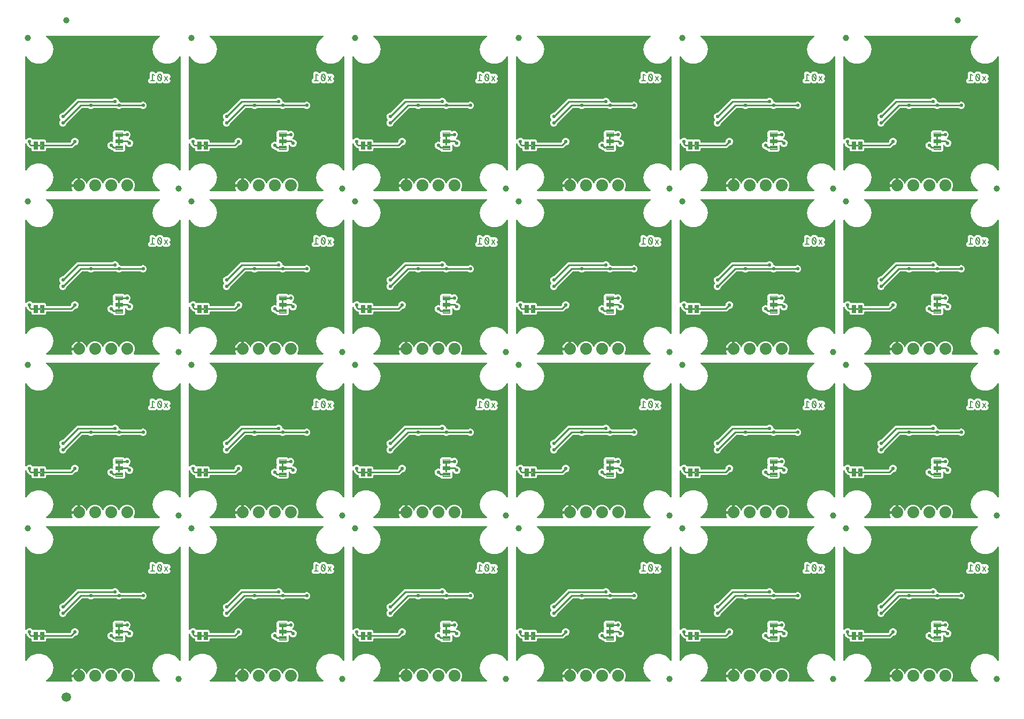
<source format=gbl>
G04 EAGLE Gerber RS-274X export*
G75*
%MOMM*%
%FSLAX34Y34*%
%LPD*%
%INBottom Copper*%
%IPPOS*%
%AMOC8*
5,1,8,0,0,1.08239X$1,22.5*%
G01*
%ADD10C,0.203200*%
%ADD11C,0.099059*%
%ADD12C,1.879600*%
%ADD13C,1.000000*%
%ADD14C,1.500000*%
%ADD15C,0.254000*%
%ADD16C,0.554000*%

G36*
X1114835Y4078D02*
X1114835Y4078D01*
X1114927Y4081D01*
X1114976Y4097D01*
X1115026Y4105D01*
X1115110Y4142D01*
X1115197Y4171D01*
X1115239Y4200D01*
X1115285Y4221D01*
X1115355Y4280D01*
X1115431Y4332D01*
X1115463Y4372D01*
X1115502Y4404D01*
X1115553Y4481D01*
X1115612Y4552D01*
X1115632Y4599D01*
X1115660Y4641D01*
X1115688Y4729D01*
X1115724Y4813D01*
X1115730Y4864D01*
X1115746Y4912D01*
X1115748Y5004D01*
X1115759Y5095D01*
X1115752Y5146D01*
X1115753Y5196D01*
X1115730Y5285D01*
X1115715Y5376D01*
X1115695Y5416D01*
X1115681Y5471D01*
X1115600Y5608D01*
X1115566Y5677D01*
X1115009Y6443D01*
X1114156Y8117D01*
X1113575Y9904D01*
X1113454Y10669D01*
X1124204Y10669D01*
X1124262Y10677D01*
X1124320Y10675D01*
X1124402Y10697D01*
X1124485Y10709D01*
X1124539Y10733D01*
X1124595Y10747D01*
X1124668Y10790D01*
X1124745Y10825D01*
X1124789Y10863D01*
X1124840Y10893D01*
X1124897Y10954D01*
X1124962Y11009D01*
X1124994Y11057D01*
X1125034Y11100D01*
X1125073Y11175D01*
X1125119Y11245D01*
X1125137Y11301D01*
X1125164Y11353D01*
X1125175Y11421D01*
X1125205Y11516D01*
X1125208Y11616D01*
X1125219Y11684D01*
X1125219Y12701D01*
X1126236Y12701D01*
X1126294Y12709D01*
X1126352Y12708D01*
X1126434Y12729D01*
X1126517Y12741D01*
X1126571Y12765D01*
X1126627Y12779D01*
X1126700Y12822D01*
X1126777Y12857D01*
X1126822Y12895D01*
X1126872Y12925D01*
X1126930Y12986D01*
X1126994Y13041D01*
X1127026Y13089D01*
X1127066Y13132D01*
X1127105Y13207D01*
X1127151Y13277D01*
X1127169Y13333D01*
X1127196Y13385D01*
X1127207Y13453D01*
X1127237Y13548D01*
X1127240Y13648D01*
X1127251Y13716D01*
X1127251Y24466D01*
X1128016Y24345D01*
X1129803Y23764D01*
X1131477Y22911D01*
X1132998Y21806D01*
X1134326Y20478D01*
X1135431Y18957D01*
X1136284Y17283D01*
X1136648Y16163D01*
X1136678Y16101D01*
X1136699Y16035D01*
X1136740Y15974D01*
X1136773Y15908D01*
X1136819Y15857D01*
X1136858Y15799D01*
X1136914Y15752D01*
X1136963Y15697D01*
X1137022Y15661D01*
X1137075Y15616D01*
X1137143Y15586D01*
X1137205Y15547D01*
X1137272Y15529D01*
X1137335Y15501D01*
X1137408Y15491D01*
X1137479Y15471D01*
X1137548Y15471D01*
X1137617Y15462D01*
X1137690Y15472D01*
X1137763Y15473D01*
X1137829Y15493D01*
X1137898Y15502D01*
X1137965Y15533D01*
X1138036Y15554D01*
X1138094Y15591D01*
X1138157Y15620D01*
X1138213Y15667D01*
X1138275Y15707D01*
X1138321Y15759D01*
X1138373Y15804D01*
X1138406Y15857D01*
X1138463Y15921D01*
X1138512Y16025D01*
X1138551Y16089D01*
X1140068Y19751D01*
X1143569Y23252D01*
X1148144Y25147D01*
X1153096Y25147D01*
X1157671Y23252D01*
X1161172Y19751D01*
X1162382Y16829D01*
X1162397Y16804D01*
X1162406Y16776D01*
X1162469Y16681D01*
X1162527Y16584D01*
X1162548Y16564D01*
X1162564Y16539D01*
X1162651Y16466D01*
X1162733Y16389D01*
X1162759Y16375D01*
X1162782Y16356D01*
X1162885Y16310D01*
X1162986Y16259D01*
X1163015Y16253D01*
X1163042Y16241D01*
X1163154Y16225D01*
X1163265Y16204D01*
X1163294Y16206D01*
X1163323Y16202D01*
X1163435Y16218D01*
X1163548Y16228D01*
X1163575Y16239D01*
X1163604Y16243D01*
X1163708Y16289D01*
X1163813Y16330D01*
X1163837Y16348D01*
X1163864Y16360D01*
X1163950Y16433D01*
X1164040Y16502D01*
X1164058Y16525D01*
X1164080Y16544D01*
X1164122Y16611D01*
X1164210Y16729D01*
X1164232Y16788D01*
X1164258Y16829D01*
X1165468Y19751D01*
X1168969Y23252D01*
X1173544Y25147D01*
X1178496Y25147D01*
X1183071Y23252D01*
X1186572Y19751D01*
X1187782Y16829D01*
X1187797Y16804D01*
X1187806Y16776D01*
X1187869Y16681D01*
X1187927Y16584D01*
X1187948Y16564D01*
X1187964Y16539D01*
X1188051Y16466D01*
X1188133Y16389D01*
X1188159Y16375D01*
X1188182Y16356D01*
X1188285Y16310D01*
X1188386Y16259D01*
X1188415Y16253D01*
X1188442Y16241D01*
X1188554Y16225D01*
X1188665Y16204D01*
X1188694Y16206D01*
X1188723Y16202D01*
X1188835Y16218D01*
X1188948Y16228D01*
X1188975Y16239D01*
X1189004Y16243D01*
X1189108Y16289D01*
X1189213Y16330D01*
X1189237Y16348D01*
X1189264Y16360D01*
X1189350Y16433D01*
X1189440Y16502D01*
X1189458Y16525D01*
X1189480Y16544D01*
X1189522Y16611D01*
X1189610Y16729D01*
X1189632Y16788D01*
X1189658Y16829D01*
X1190868Y19751D01*
X1194369Y23252D01*
X1198944Y25147D01*
X1203896Y25147D01*
X1208471Y23252D01*
X1211972Y19751D01*
X1213867Y15176D01*
X1213867Y10224D01*
X1211897Y5469D01*
X1211868Y5357D01*
X1211834Y5248D01*
X1211833Y5220D01*
X1211826Y5193D01*
X1211829Y5079D01*
X1211826Y4964D01*
X1211833Y4937D01*
X1211834Y4909D01*
X1211869Y4800D01*
X1211898Y4689D01*
X1211912Y4665D01*
X1211921Y4638D01*
X1211985Y4543D01*
X1212043Y4444D01*
X1212064Y4425D01*
X1212079Y4402D01*
X1212167Y4328D01*
X1212251Y4250D01*
X1212275Y4237D01*
X1212297Y4219D01*
X1212401Y4173D01*
X1212504Y4120D01*
X1212528Y4116D01*
X1212556Y4104D01*
X1212820Y4067D01*
X1212835Y4065D01*
X1252387Y4065D01*
X1252460Y4075D01*
X1252534Y4075D01*
X1252600Y4095D01*
X1252669Y4105D01*
X1252736Y4135D01*
X1252806Y4155D01*
X1252865Y4192D01*
X1252928Y4221D01*
X1252984Y4268D01*
X1253046Y4308D01*
X1253092Y4360D01*
X1253145Y4404D01*
X1253186Y4466D01*
X1253235Y4521D01*
X1253264Y4583D01*
X1253303Y4641D01*
X1253325Y4711D01*
X1253356Y4778D01*
X1253368Y4846D01*
X1253388Y4912D01*
X1253390Y4986D01*
X1253402Y5058D01*
X1253394Y5127D01*
X1253396Y5196D01*
X1253377Y5267D01*
X1253368Y5341D01*
X1253341Y5404D01*
X1253324Y5471D01*
X1253286Y5535D01*
X1253258Y5602D01*
X1253219Y5647D01*
X1253179Y5716D01*
X1253089Y5800D01*
X1253040Y5858D01*
X1247335Y10644D01*
X1243349Y17549D01*
X1241965Y25400D01*
X1243349Y33251D01*
X1247335Y40155D01*
X1253442Y45280D01*
X1260934Y48007D01*
X1268906Y48007D01*
X1276398Y45280D01*
X1282505Y40156D01*
X1284361Y36941D01*
X1284373Y36926D01*
X1284381Y36908D01*
X1284460Y36814D01*
X1284536Y36717D01*
X1284552Y36706D01*
X1284565Y36691D01*
X1284667Y36622D01*
X1284766Y36551D01*
X1284785Y36544D01*
X1284801Y36533D01*
X1284919Y36496D01*
X1285034Y36454D01*
X1285054Y36453D01*
X1285072Y36447D01*
X1285195Y36444D01*
X1285318Y36436D01*
X1285337Y36441D01*
X1285356Y36440D01*
X1285475Y36471D01*
X1285595Y36498D01*
X1285613Y36507D01*
X1285631Y36512D01*
X1285737Y36574D01*
X1285845Y36633D01*
X1285859Y36647D01*
X1285876Y36657D01*
X1285960Y36747D01*
X1286047Y36833D01*
X1286057Y36850D01*
X1286070Y36864D01*
X1286126Y36974D01*
X1286186Y37081D01*
X1286191Y37100D01*
X1286200Y37118D01*
X1286212Y37190D01*
X1286251Y37358D01*
X1286249Y37409D01*
X1286255Y37449D01*
X1286255Y216551D01*
X1286253Y216571D01*
X1286255Y216590D01*
X1286233Y216711D01*
X1286215Y216833D01*
X1286207Y216851D01*
X1286204Y216870D01*
X1286149Y216980D01*
X1286099Y217092D01*
X1286087Y217107D01*
X1286078Y217125D01*
X1285995Y217216D01*
X1285916Y217309D01*
X1285899Y217320D01*
X1285886Y217335D01*
X1285781Y217399D01*
X1285679Y217467D01*
X1285660Y217473D01*
X1285644Y217483D01*
X1285525Y217516D01*
X1285408Y217553D01*
X1285388Y217553D01*
X1285369Y217558D01*
X1285247Y217557D01*
X1285124Y217560D01*
X1285105Y217555D01*
X1285085Y217555D01*
X1284967Y217519D01*
X1284849Y217488D01*
X1284832Y217478D01*
X1284813Y217472D01*
X1284710Y217406D01*
X1284604Y217343D01*
X1284591Y217329D01*
X1284574Y217318D01*
X1284528Y217261D01*
X1284410Y217136D01*
X1284386Y217090D01*
X1284361Y217059D01*
X1282505Y213844D01*
X1276398Y208720D01*
X1268906Y205993D01*
X1260934Y205993D01*
X1253442Y208720D01*
X1247335Y213844D01*
X1243349Y220749D01*
X1241965Y228600D01*
X1243349Y236451D01*
X1247335Y243355D01*
X1253040Y248142D01*
X1253089Y248197D01*
X1253145Y248245D01*
X1253184Y248302D01*
X1253230Y248354D01*
X1253262Y248420D01*
X1253303Y248481D01*
X1253324Y248547D01*
X1253354Y248610D01*
X1253366Y248682D01*
X1253388Y248752D01*
X1253390Y248821D01*
X1253402Y248890D01*
X1253394Y248963D01*
X1253396Y249036D01*
X1253378Y249103D01*
X1253371Y249172D01*
X1253343Y249240D01*
X1253324Y249311D01*
X1253289Y249371D01*
X1253262Y249435D01*
X1253216Y249493D01*
X1253179Y249556D01*
X1253128Y249603D01*
X1253085Y249657D01*
X1253025Y249700D01*
X1252971Y249750D01*
X1252910Y249782D01*
X1252853Y249822D01*
X1252784Y249846D01*
X1252718Y249880D01*
X1252660Y249890D01*
X1252585Y249916D01*
X1252463Y249923D01*
X1252387Y249935D01*
X1074253Y249935D01*
X1074180Y249925D01*
X1074106Y249925D01*
X1074040Y249905D01*
X1073971Y249895D01*
X1073904Y249865D01*
X1073834Y249845D01*
X1073775Y249808D01*
X1073712Y249779D01*
X1073656Y249732D01*
X1073594Y249692D01*
X1073548Y249640D01*
X1073495Y249596D01*
X1073454Y249534D01*
X1073405Y249479D01*
X1073376Y249417D01*
X1073337Y249359D01*
X1073315Y249289D01*
X1073284Y249222D01*
X1073272Y249154D01*
X1073252Y249088D01*
X1073250Y249014D01*
X1073238Y248942D01*
X1073246Y248873D01*
X1073244Y248804D01*
X1073263Y248733D01*
X1073272Y248659D01*
X1073299Y248596D01*
X1073316Y248529D01*
X1073354Y248465D01*
X1073382Y248398D01*
X1073421Y248353D01*
X1073461Y248284D01*
X1073551Y248200D01*
X1073600Y248142D01*
X1079305Y243356D01*
X1083291Y236451D01*
X1084675Y228600D01*
X1083291Y220749D01*
X1079305Y213845D01*
X1073198Y208720D01*
X1065706Y205993D01*
X1057734Y205993D01*
X1050242Y208720D01*
X1044135Y213844D01*
X1042279Y217059D01*
X1042267Y217074D01*
X1042259Y217092D01*
X1042180Y217186D01*
X1042104Y217283D01*
X1042088Y217294D01*
X1042075Y217309D01*
X1041973Y217378D01*
X1041874Y217449D01*
X1041855Y217456D01*
X1041839Y217467D01*
X1041721Y217504D01*
X1041606Y217546D01*
X1041586Y217547D01*
X1041568Y217553D01*
X1041445Y217556D01*
X1041322Y217564D01*
X1041303Y217559D01*
X1041284Y217560D01*
X1041165Y217529D01*
X1041045Y217502D01*
X1041027Y217493D01*
X1041009Y217488D01*
X1040903Y217426D01*
X1040795Y217367D01*
X1040781Y217353D01*
X1040764Y217343D01*
X1040680Y217253D01*
X1040593Y217167D01*
X1040583Y217150D01*
X1040570Y217136D01*
X1040514Y217026D01*
X1040454Y216919D01*
X1040449Y216900D01*
X1040440Y216882D01*
X1040428Y216810D01*
X1040389Y216642D01*
X1040391Y216591D01*
X1040385Y216551D01*
X1040385Y86650D01*
X1040389Y86621D01*
X1040386Y86591D01*
X1040409Y86480D01*
X1040425Y86368D01*
X1040437Y86341D01*
X1040442Y86313D01*
X1040495Y86212D01*
X1040541Y86109D01*
X1040560Y86086D01*
X1040573Y86060D01*
X1040651Y85978D01*
X1040724Y85892D01*
X1040749Y85876D01*
X1040769Y85854D01*
X1040867Y85797D01*
X1040961Y85734D01*
X1040989Y85725D01*
X1041014Y85711D01*
X1041124Y85683D01*
X1041232Y85648D01*
X1041262Y85648D01*
X1041290Y85640D01*
X1041403Y85644D01*
X1041516Y85641D01*
X1041545Y85649D01*
X1041574Y85649D01*
X1041682Y85684D01*
X1041791Y85713D01*
X1041817Y85728D01*
X1041845Y85737D01*
X1041908Y85782D01*
X1042036Y85858D01*
X1042079Y85904D01*
X1042118Y85932D01*
X1043819Y87633D01*
X1045958Y88519D01*
X1048272Y88519D01*
X1050411Y87633D01*
X1052148Y85896D01*
X1052218Y85844D01*
X1052282Y85784D01*
X1052331Y85758D01*
X1052375Y85725D01*
X1052457Y85694D01*
X1052535Y85654D01*
X1052582Y85646D01*
X1052641Y85624D01*
X1052788Y85612D01*
X1052866Y85599D01*
X1060788Y85599D01*
X1061002Y85384D01*
X1061049Y85349D01*
X1061089Y85307D01*
X1061162Y85264D01*
X1061229Y85213D01*
X1061284Y85193D01*
X1061334Y85163D01*
X1061416Y85142D01*
X1061495Y85112D01*
X1061553Y85107D01*
X1061610Y85093D01*
X1061694Y85096D01*
X1061778Y85089D01*
X1061836Y85100D01*
X1061894Y85102D01*
X1061974Y85128D01*
X1062057Y85145D01*
X1062109Y85171D01*
X1062165Y85189D01*
X1062221Y85229D01*
X1062309Y85275D01*
X1062382Y85344D01*
X1062438Y85384D01*
X1062652Y85599D01*
X1071202Y85599D01*
X1073278Y83523D01*
X1073278Y81534D01*
X1073286Y81476D01*
X1073284Y81418D01*
X1073306Y81336D01*
X1073318Y81252D01*
X1073341Y81199D01*
X1073356Y81143D01*
X1073399Y81070D01*
X1073434Y80993D01*
X1073472Y80948D01*
X1073501Y80898D01*
X1073563Y80840D01*
X1073617Y80776D01*
X1073666Y80744D01*
X1073709Y80704D01*
X1073784Y80665D01*
X1073854Y80618D01*
X1073910Y80601D01*
X1073962Y80574D01*
X1074030Y80563D01*
X1074125Y80533D01*
X1074225Y80530D01*
X1074293Y80519D01*
X1110311Y80519D01*
X1110397Y80531D01*
X1110485Y80534D01*
X1110537Y80551D01*
X1110592Y80559D01*
X1110672Y80594D01*
X1110755Y80621D01*
X1110794Y80649D01*
X1110852Y80675D01*
X1110965Y80771D01*
X1111028Y80816D01*
X1112754Y82542D01*
X1112770Y82563D01*
X1112789Y82579D01*
X1112820Y82626D01*
X1112866Y82675D01*
X1112892Y82725D01*
X1112925Y82769D01*
X1112938Y82802D01*
X1112946Y82815D01*
X1112960Y82858D01*
X1112996Y82928D01*
X1113004Y82976D01*
X1113026Y83034D01*
X1113030Y83079D01*
X1113032Y83086D01*
X1113033Y83118D01*
X1113038Y83182D01*
X1113051Y83259D01*
X1113051Y83707D01*
X1113937Y85846D01*
X1115574Y87483D01*
X1117713Y88369D01*
X1120027Y88369D01*
X1122166Y87483D01*
X1123803Y85846D01*
X1124689Y83707D01*
X1124689Y81393D01*
X1123803Y79254D01*
X1122166Y77617D01*
X1120027Y76731D01*
X1119579Y76731D01*
X1119493Y76719D01*
X1119405Y76716D01*
X1119353Y76699D01*
X1119298Y76691D01*
X1119218Y76656D01*
X1119135Y76629D01*
X1119096Y76601D01*
X1119038Y76575D01*
X1118925Y76479D01*
X1118862Y76434D01*
X1117136Y74708D01*
X1114309Y71881D01*
X1074293Y71881D01*
X1074235Y71873D01*
X1074177Y71875D01*
X1074095Y71853D01*
X1074011Y71841D01*
X1073958Y71818D01*
X1073902Y71803D01*
X1073829Y71760D01*
X1073752Y71725D01*
X1073707Y71687D01*
X1073657Y71658D01*
X1073599Y71596D01*
X1073535Y71542D01*
X1073503Y71493D01*
X1073463Y71450D01*
X1073424Y71375D01*
X1073377Y71305D01*
X1073360Y71249D01*
X1073333Y71197D01*
X1073322Y71129D01*
X1073292Y71034D01*
X1073289Y70934D01*
X1073278Y70866D01*
X1073278Y68877D01*
X1071202Y66801D01*
X1062652Y66801D01*
X1062438Y67016D01*
X1062391Y67051D01*
X1062351Y67093D01*
X1062278Y67136D01*
X1062211Y67187D01*
X1062156Y67207D01*
X1062106Y67237D01*
X1062024Y67258D01*
X1061945Y67288D01*
X1061887Y67293D01*
X1061830Y67307D01*
X1061746Y67304D01*
X1061662Y67311D01*
X1061604Y67300D01*
X1061546Y67298D01*
X1061466Y67272D01*
X1061383Y67255D01*
X1061331Y67229D01*
X1061275Y67211D01*
X1061219Y67170D01*
X1061131Y67124D01*
X1061058Y67056D01*
X1061002Y67016D01*
X1060788Y66801D01*
X1052238Y66801D01*
X1050162Y68877D01*
X1050162Y70866D01*
X1050154Y70924D01*
X1050156Y70982D01*
X1050134Y71064D01*
X1050122Y71148D01*
X1050099Y71201D01*
X1050084Y71257D01*
X1050041Y71330D01*
X1050006Y71407D01*
X1049968Y71452D01*
X1049939Y71502D01*
X1049877Y71560D01*
X1049823Y71624D01*
X1049774Y71656D01*
X1049731Y71696D01*
X1049656Y71735D01*
X1049586Y71782D01*
X1049530Y71799D01*
X1049478Y71826D01*
X1049410Y71837D01*
X1049315Y71867D01*
X1049215Y71870D01*
X1049147Y71881D01*
X1047381Y71881D01*
X1042796Y76466D01*
X1042796Y78369D01*
X1042784Y78456D01*
X1042781Y78543D01*
X1042764Y78596D01*
X1042756Y78651D01*
X1042721Y78730D01*
X1042694Y78814D01*
X1042666Y78853D01*
X1042640Y78910D01*
X1042544Y79023D01*
X1042499Y79087D01*
X1042118Y79468D01*
X1042094Y79486D01*
X1042075Y79508D01*
X1041981Y79571D01*
X1041891Y79639D01*
X1041863Y79650D01*
X1041839Y79666D01*
X1041731Y79700D01*
X1041625Y79740D01*
X1041596Y79743D01*
X1041568Y79752D01*
X1041455Y79755D01*
X1041342Y79764D01*
X1041313Y79758D01*
X1041284Y79759D01*
X1041174Y79730D01*
X1041063Y79708D01*
X1041037Y79694D01*
X1041009Y79687D01*
X1040911Y79629D01*
X1040811Y79577D01*
X1040789Y79557D01*
X1040764Y79542D01*
X1040687Y79459D01*
X1040605Y79381D01*
X1040590Y79356D01*
X1040570Y79335D01*
X1040518Y79234D01*
X1040461Y79136D01*
X1040454Y79107D01*
X1040440Y79081D01*
X1040427Y79004D01*
X1040391Y78860D01*
X1040393Y78798D01*
X1040385Y78750D01*
X1040385Y37449D01*
X1040387Y37429D01*
X1040385Y37410D01*
X1040407Y37289D01*
X1040425Y37167D01*
X1040433Y37149D01*
X1040436Y37130D01*
X1040491Y37020D01*
X1040541Y36908D01*
X1040553Y36893D01*
X1040562Y36875D01*
X1040645Y36784D01*
X1040724Y36691D01*
X1040741Y36680D01*
X1040754Y36665D01*
X1040859Y36601D01*
X1040961Y36533D01*
X1040980Y36527D01*
X1040996Y36517D01*
X1041115Y36484D01*
X1041232Y36447D01*
X1041252Y36447D01*
X1041271Y36442D01*
X1041393Y36443D01*
X1041516Y36440D01*
X1041535Y36445D01*
X1041555Y36445D01*
X1041673Y36481D01*
X1041791Y36512D01*
X1041808Y36522D01*
X1041827Y36528D01*
X1041930Y36594D01*
X1042036Y36657D01*
X1042049Y36671D01*
X1042066Y36682D01*
X1042112Y36739D01*
X1042230Y36864D01*
X1042254Y36910D01*
X1042279Y36941D01*
X1044135Y40156D01*
X1050242Y45280D01*
X1057734Y48007D01*
X1065706Y48007D01*
X1073198Y45280D01*
X1079305Y40156D01*
X1083291Y33251D01*
X1084675Y25400D01*
X1083291Y17549D01*
X1079305Y10645D01*
X1073600Y5858D01*
X1073551Y5803D01*
X1073495Y5755D01*
X1073456Y5698D01*
X1073410Y5646D01*
X1073378Y5580D01*
X1073337Y5519D01*
X1073316Y5453D01*
X1073286Y5390D01*
X1073274Y5318D01*
X1073252Y5248D01*
X1073250Y5179D01*
X1073238Y5110D01*
X1073246Y5037D01*
X1073244Y4964D01*
X1073262Y4897D01*
X1073269Y4828D01*
X1073297Y4760D01*
X1073316Y4689D01*
X1073351Y4629D01*
X1073378Y4565D01*
X1073424Y4507D01*
X1073461Y4444D01*
X1073512Y4397D01*
X1073555Y4343D01*
X1073615Y4300D01*
X1073669Y4250D01*
X1073730Y4218D01*
X1073787Y4178D01*
X1073856Y4154D01*
X1073922Y4120D01*
X1073980Y4110D01*
X1074055Y4084D01*
X1074177Y4077D01*
X1074253Y4065D01*
X1114744Y4065D01*
X1114835Y4078D01*
G37*
G36*
X1373915Y263158D02*
X1373915Y263158D01*
X1374007Y263161D01*
X1374056Y263177D01*
X1374106Y263185D01*
X1374190Y263222D01*
X1374277Y263251D01*
X1374319Y263280D01*
X1374365Y263301D01*
X1374435Y263360D01*
X1374511Y263412D01*
X1374543Y263452D01*
X1374582Y263484D01*
X1374633Y263561D01*
X1374692Y263632D01*
X1374712Y263679D01*
X1374740Y263721D01*
X1374768Y263809D01*
X1374804Y263893D01*
X1374810Y263944D01*
X1374826Y263992D01*
X1374828Y264084D01*
X1374839Y264175D01*
X1374832Y264226D01*
X1374833Y264276D01*
X1374810Y264365D01*
X1374795Y264456D01*
X1374775Y264496D01*
X1374761Y264551D01*
X1374680Y264688D01*
X1374646Y264757D01*
X1374089Y265523D01*
X1373236Y267197D01*
X1372655Y268984D01*
X1372534Y269749D01*
X1383284Y269749D01*
X1383342Y269757D01*
X1383400Y269755D01*
X1383482Y269777D01*
X1383565Y269789D01*
X1383619Y269813D01*
X1383675Y269827D01*
X1383748Y269870D01*
X1383825Y269905D01*
X1383869Y269943D01*
X1383920Y269973D01*
X1383977Y270034D01*
X1384042Y270089D01*
X1384074Y270137D01*
X1384114Y270180D01*
X1384153Y270255D01*
X1384199Y270325D01*
X1384217Y270381D01*
X1384244Y270433D01*
X1384255Y270501D01*
X1384285Y270596D01*
X1384288Y270696D01*
X1384299Y270764D01*
X1384299Y271781D01*
X1385316Y271781D01*
X1385374Y271789D01*
X1385432Y271788D01*
X1385514Y271809D01*
X1385597Y271821D01*
X1385651Y271845D01*
X1385707Y271859D01*
X1385780Y271902D01*
X1385857Y271937D01*
X1385902Y271975D01*
X1385952Y272005D01*
X1386010Y272066D01*
X1386074Y272121D01*
X1386106Y272169D01*
X1386146Y272212D01*
X1386185Y272287D01*
X1386231Y272357D01*
X1386249Y272413D01*
X1386276Y272465D01*
X1386287Y272533D01*
X1386317Y272628D01*
X1386320Y272728D01*
X1386331Y272796D01*
X1386331Y283546D01*
X1387096Y283425D01*
X1388883Y282844D01*
X1390557Y281991D01*
X1392078Y280886D01*
X1393406Y279558D01*
X1394511Y278037D01*
X1395364Y276363D01*
X1395728Y275243D01*
X1395758Y275181D01*
X1395779Y275115D01*
X1395820Y275054D01*
X1395853Y274988D01*
X1395899Y274937D01*
X1395938Y274879D01*
X1395994Y274832D01*
X1396043Y274777D01*
X1396102Y274741D01*
X1396155Y274696D01*
X1396222Y274666D01*
X1396285Y274627D01*
X1396352Y274609D01*
X1396415Y274581D01*
X1396488Y274571D01*
X1396559Y274551D01*
X1396628Y274551D01*
X1396697Y274542D01*
X1396769Y274552D01*
X1396843Y274553D01*
X1396910Y274573D01*
X1396978Y274582D01*
X1397045Y274613D01*
X1397116Y274634D01*
X1397174Y274671D01*
X1397237Y274700D01*
X1397293Y274747D01*
X1397355Y274787D01*
X1397401Y274839D01*
X1397453Y274884D01*
X1397486Y274937D01*
X1397543Y275001D01*
X1397592Y275105D01*
X1397631Y275169D01*
X1399148Y278831D01*
X1402649Y282332D01*
X1407224Y284227D01*
X1412176Y284227D01*
X1416751Y282332D01*
X1420252Y278831D01*
X1421462Y275909D01*
X1421477Y275884D01*
X1421486Y275856D01*
X1421549Y275761D01*
X1421607Y275664D01*
X1421628Y275644D01*
X1421644Y275619D01*
X1421731Y275546D01*
X1421813Y275469D01*
X1421839Y275455D01*
X1421862Y275436D01*
X1421965Y275390D01*
X1422066Y275339D01*
X1422095Y275333D01*
X1422122Y275321D01*
X1422234Y275305D01*
X1422345Y275284D01*
X1422374Y275286D01*
X1422403Y275282D01*
X1422515Y275298D01*
X1422628Y275308D01*
X1422655Y275319D01*
X1422684Y275323D01*
X1422788Y275369D01*
X1422893Y275410D01*
X1422917Y275428D01*
X1422944Y275440D01*
X1423030Y275513D01*
X1423120Y275582D01*
X1423138Y275605D01*
X1423160Y275624D01*
X1423202Y275691D01*
X1423290Y275809D01*
X1423312Y275868D01*
X1423338Y275909D01*
X1424548Y278831D01*
X1428049Y282332D01*
X1432624Y284227D01*
X1437576Y284227D01*
X1442151Y282332D01*
X1445652Y278831D01*
X1446862Y275909D01*
X1446877Y275884D01*
X1446886Y275856D01*
X1446949Y275761D01*
X1447007Y275664D01*
X1447028Y275644D01*
X1447044Y275619D01*
X1447131Y275546D01*
X1447213Y275469D01*
X1447239Y275455D01*
X1447262Y275436D01*
X1447365Y275390D01*
X1447466Y275339D01*
X1447495Y275333D01*
X1447522Y275321D01*
X1447634Y275305D01*
X1447745Y275284D01*
X1447774Y275286D01*
X1447803Y275282D01*
X1447915Y275298D01*
X1448028Y275308D01*
X1448055Y275319D01*
X1448084Y275323D01*
X1448188Y275369D01*
X1448293Y275410D01*
X1448317Y275428D01*
X1448344Y275440D01*
X1448430Y275513D01*
X1448520Y275582D01*
X1448538Y275605D01*
X1448560Y275624D01*
X1448602Y275691D01*
X1448690Y275809D01*
X1448712Y275868D01*
X1448738Y275909D01*
X1449948Y278831D01*
X1453449Y282332D01*
X1458024Y284227D01*
X1462976Y284227D01*
X1467551Y282332D01*
X1471052Y278831D01*
X1472947Y274256D01*
X1472947Y269304D01*
X1470977Y264549D01*
X1470948Y264437D01*
X1470914Y264328D01*
X1470913Y264300D01*
X1470906Y264273D01*
X1470909Y264159D01*
X1470906Y264044D01*
X1470913Y264017D01*
X1470914Y263989D01*
X1470949Y263880D01*
X1470978Y263769D01*
X1470992Y263745D01*
X1471001Y263718D01*
X1471065Y263623D01*
X1471123Y263524D01*
X1471144Y263505D01*
X1471159Y263482D01*
X1471247Y263408D01*
X1471331Y263330D01*
X1471355Y263317D01*
X1471377Y263299D01*
X1471481Y263253D01*
X1471584Y263200D01*
X1471608Y263196D01*
X1471636Y263184D01*
X1471900Y263147D01*
X1471915Y263145D01*
X1511467Y263145D01*
X1511540Y263155D01*
X1511614Y263155D01*
X1511680Y263175D01*
X1511749Y263185D01*
X1511816Y263215D01*
X1511886Y263235D01*
X1511945Y263272D01*
X1512008Y263301D01*
X1512064Y263348D01*
X1512126Y263388D01*
X1512172Y263440D01*
X1512225Y263484D01*
X1512266Y263546D01*
X1512315Y263601D01*
X1512344Y263663D01*
X1512383Y263721D01*
X1512405Y263791D01*
X1512436Y263858D01*
X1512448Y263926D01*
X1512468Y263992D01*
X1512470Y264066D01*
X1512482Y264138D01*
X1512474Y264207D01*
X1512476Y264276D01*
X1512457Y264347D01*
X1512448Y264421D01*
X1512421Y264484D01*
X1512404Y264551D01*
X1512366Y264615D01*
X1512338Y264682D01*
X1512299Y264727D01*
X1512259Y264796D01*
X1512169Y264880D01*
X1512120Y264938D01*
X1506415Y269724D01*
X1502429Y276629D01*
X1501045Y284480D01*
X1502429Y292331D01*
X1506415Y299235D01*
X1512522Y304360D01*
X1520014Y307087D01*
X1527986Y307087D01*
X1535478Y304360D01*
X1541585Y299236D01*
X1543441Y296021D01*
X1543453Y296006D01*
X1543461Y295988D01*
X1543540Y295894D01*
X1543616Y295797D01*
X1543632Y295786D01*
X1543645Y295771D01*
X1543747Y295702D01*
X1543846Y295631D01*
X1543865Y295624D01*
X1543881Y295613D01*
X1543999Y295576D01*
X1544114Y295534D01*
X1544134Y295533D01*
X1544152Y295527D01*
X1544275Y295524D01*
X1544398Y295516D01*
X1544417Y295521D01*
X1544436Y295520D01*
X1544555Y295551D01*
X1544675Y295578D01*
X1544693Y295587D01*
X1544711Y295592D01*
X1544817Y295654D01*
X1544925Y295713D01*
X1544939Y295727D01*
X1544956Y295737D01*
X1545040Y295827D01*
X1545127Y295913D01*
X1545137Y295930D01*
X1545150Y295944D01*
X1545206Y296054D01*
X1545266Y296161D01*
X1545271Y296180D01*
X1545280Y296198D01*
X1545292Y296270D01*
X1545331Y296438D01*
X1545329Y296489D01*
X1545335Y296529D01*
X1545335Y475631D01*
X1545333Y475651D01*
X1545335Y475670D01*
X1545313Y475791D01*
X1545295Y475913D01*
X1545287Y475931D01*
X1545284Y475950D01*
X1545229Y476060D01*
X1545179Y476172D01*
X1545167Y476187D01*
X1545158Y476205D01*
X1545075Y476296D01*
X1544996Y476389D01*
X1544979Y476400D01*
X1544966Y476415D01*
X1544861Y476479D01*
X1544759Y476547D01*
X1544740Y476553D01*
X1544724Y476563D01*
X1544605Y476596D01*
X1544488Y476633D01*
X1544468Y476633D01*
X1544449Y476638D01*
X1544327Y476637D01*
X1544204Y476640D01*
X1544185Y476635D01*
X1544165Y476635D01*
X1544047Y476599D01*
X1543929Y476568D01*
X1543912Y476558D01*
X1543893Y476552D01*
X1543790Y476486D01*
X1543684Y476423D01*
X1543671Y476409D01*
X1543654Y476398D01*
X1543608Y476341D01*
X1543490Y476216D01*
X1543466Y476170D01*
X1543441Y476139D01*
X1541585Y472924D01*
X1535478Y467800D01*
X1527986Y465073D01*
X1520014Y465073D01*
X1512522Y467800D01*
X1506415Y472924D01*
X1502429Y479829D01*
X1501045Y487680D01*
X1502429Y495531D01*
X1506415Y502435D01*
X1512120Y507222D01*
X1512169Y507277D01*
X1512225Y507325D01*
X1512264Y507382D01*
X1512310Y507434D01*
X1512342Y507500D01*
X1512383Y507561D01*
X1512404Y507627D01*
X1512434Y507690D01*
X1512446Y507762D01*
X1512468Y507832D01*
X1512470Y507901D01*
X1512482Y507970D01*
X1512474Y508043D01*
X1512476Y508116D01*
X1512458Y508183D01*
X1512451Y508252D01*
X1512423Y508320D01*
X1512404Y508391D01*
X1512369Y508451D01*
X1512342Y508515D01*
X1512296Y508573D01*
X1512259Y508636D01*
X1512208Y508683D01*
X1512165Y508737D01*
X1512105Y508780D01*
X1512051Y508830D01*
X1511990Y508862D01*
X1511933Y508902D01*
X1511864Y508926D01*
X1511798Y508960D01*
X1511740Y508970D01*
X1511665Y508996D01*
X1511543Y509003D01*
X1511467Y509015D01*
X1333333Y509015D01*
X1333260Y509005D01*
X1333186Y509005D01*
X1333120Y508985D01*
X1333051Y508975D01*
X1332984Y508945D01*
X1332914Y508925D01*
X1332855Y508888D01*
X1332792Y508859D01*
X1332736Y508812D01*
X1332674Y508772D01*
X1332628Y508720D01*
X1332575Y508676D01*
X1332534Y508614D01*
X1332485Y508559D01*
X1332456Y508497D01*
X1332417Y508439D01*
X1332395Y508369D01*
X1332364Y508302D01*
X1332352Y508234D01*
X1332332Y508168D01*
X1332330Y508094D01*
X1332318Y508022D01*
X1332326Y507953D01*
X1332324Y507884D01*
X1332343Y507813D01*
X1332352Y507739D01*
X1332379Y507676D01*
X1332396Y507609D01*
X1332434Y507545D01*
X1332462Y507478D01*
X1332501Y507433D01*
X1332541Y507364D01*
X1332631Y507280D01*
X1332680Y507222D01*
X1338385Y502436D01*
X1342371Y495531D01*
X1343755Y487680D01*
X1342371Y479829D01*
X1338385Y472925D01*
X1332278Y467800D01*
X1324786Y465073D01*
X1316814Y465073D01*
X1309322Y467800D01*
X1303215Y472924D01*
X1301359Y476139D01*
X1301347Y476154D01*
X1301339Y476172D01*
X1301260Y476266D01*
X1301184Y476363D01*
X1301168Y476374D01*
X1301155Y476389D01*
X1301053Y476457D01*
X1300954Y476529D01*
X1300935Y476536D01*
X1300919Y476547D01*
X1300802Y476584D01*
X1300686Y476626D01*
X1300666Y476627D01*
X1300648Y476633D01*
X1300525Y476636D01*
X1300402Y476644D01*
X1300383Y476639D01*
X1300364Y476640D01*
X1300245Y476609D01*
X1300125Y476582D01*
X1300107Y476573D01*
X1300089Y476568D01*
X1299983Y476506D01*
X1299875Y476447D01*
X1299861Y476433D01*
X1299844Y476423D01*
X1299760Y476333D01*
X1299673Y476247D01*
X1299663Y476230D01*
X1299650Y476216D01*
X1299594Y476106D01*
X1299534Y475999D01*
X1299529Y475980D01*
X1299520Y475962D01*
X1299508Y475890D01*
X1299469Y475722D01*
X1299471Y475671D01*
X1299465Y475631D01*
X1299465Y345730D01*
X1299469Y345701D01*
X1299466Y345671D01*
X1299489Y345560D01*
X1299505Y345448D01*
X1299517Y345421D01*
X1299522Y345393D01*
X1299575Y345292D01*
X1299621Y345189D01*
X1299640Y345166D01*
X1299653Y345140D01*
X1299731Y345058D01*
X1299804Y344972D01*
X1299829Y344956D01*
X1299849Y344934D01*
X1299947Y344877D01*
X1300041Y344814D01*
X1300069Y344805D01*
X1300094Y344791D01*
X1300204Y344763D01*
X1300312Y344728D01*
X1300342Y344728D01*
X1300370Y344720D01*
X1300483Y344724D01*
X1300596Y344721D01*
X1300625Y344729D01*
X1300654Y344729D01*
X1300762Y344764D01*
X1300871Y344793D01*
X1300897Y344808D01*
X1300925Y344817D01*
X1300988Y344862D01*
X1301116Y344938D01*
X1301159Y344984D01*
X1301198Y345012D01*
X1302899Y346713D01*
X1305038Y347599D01*
X1307352Y347599D01*
X1309491Y346713D01*
X1311228Y344976D01*
X1311298Y344924D01*
X1311362Y344864D01*
X1311411Y344838D01*
X1311455Y344805D01*
X1311537Y344774D01*
X1311615Y344734D01*
X1311662Y344726D01*
X1311721Y344704D01*
X1311868Y344692D01*
X1311946Y344679D01*
X1319868Y344679D01*
X1320082Y344464D01*
X1320129Y344429D01*
X1320169Y344387D01*
X1320242Y344344D01*
X1320309Y344293D01*
X1320364Y344273D01*
X1320414Y344243D01*
X1320496Y344222D01*
X1320575Y344192D01*
X1320633Y344187D01*
X1320690Y344173D01*
X1320774Y344176D01*
X1320858Y344169D01*
X1320916Y344180D01*
X1320974Y344182D01*
X1321054Y344208D01*
X1321137Y344225D01*
X1321189Y344251D01*
X1321245Y344269D01*
X1321301Y344309D01*
X1321389Y344355D01*
X1321462Y344424D01*
X1321518Y344464D01*
X1321732Y344679D01*
X1330282Y344679D01*
X1332358Y342603D01*
X1332358Y340614D01*
X1332366Y340556D01*
X1332364Y340498D01*
X1332386Y340416D01*
X1332398Y340332D01*
X1332421Y340279D01*
X1332436Y340223D01*
X1332479Y340150D01*
X1332514Y340073D01*
X1332552Y340028D01*
X1332581Y339978D01*
X1332643Y339920D01*
X1332697Y339856D01*
X1332746Y339824D01*
X1332789Y339784D01*
X1332864Y339745D01*
X1332934Y339698D01*
X1332990Y339681D01*
X1333042Y339654D01*
X1333110Y339643D01*
X1333205Y339613D01*
X1333305Y339610D01*
X1333373Y339599D01*
X1369391Y339599D01*
X1369477Y339611D01*
X1369565Y339614D01*
X1369617Y339631D01*
X1369672Y339639D01*
X1369752Y339674D01*
X1369835Y339701D01*
X1369874Y339729D01*
X1369931Y339755D01*
X1370045Y339851D01*
X1370108Y339896D01*
X1371834Y341622D01*
X1371850Y341643D01*
X1371869Y341659D01*
X1371900Y341706D01*
X1371946Y341755D01*
X1371972Y341805D01*
X1372005Y341849D01*
X1372018Y341882D01*
X1372026Y341895D01*
X1372040Y341938D01*
X1372076Y342008D01*
X1372084Y342056D01*
X1372106Y342114D01*
X1372110Y342159D01*
X1372112Y342166D01*
X1372113Y342197D01*
X1372118Y342262D01*
X1372131Y342339D01*
X1372131Y342787D01*
X1373017Y344926D01*
X1374654Y346563D01*
X1376793Y347449D01*
X1379107Y347449D01*
X1381246Y346563D01*
X1382883Y344926D01*
X1383769Y342787D01*
X1383769Y340473D01*
X1382883Y338334D01*
X1381246Y336697D01*
X1379107Y335811D01*
X1378659Y335811D01*
X1378573Y335799D01*
X1378485Y335796D01*
X1378433Y335779D01*
X1378378Y335771D01*
X1378298Y335736D01*
X1378215Y335709D01*
X1378176Y335681D01*
X1378119Y335655D01*
X1378005Y335559D01*
X1377942Y335514D01*
X1373389Y330961D01*
X1333373Y330961D01*
X1333315Y330953D01*
X1333257Y330955D01*
X1333175Y330933D01*
X1333091Y330921D01*
X1333038Y330898D01*
X1332982Y330883D01*
X1332909Y330840D01*
X1332832Y330805D01*
X1332787Y330767D01*
X1332737Y330738D01*
X1332679Y330676D01*
X1332615Y330622D01*
X1332583Y330573D01*
X1332543Y330530D01*
X1332504Y330455D01*
X1332457Y330385D01*
X1332440Y330329D01*
X1332413Y330277D01*
X1332402Y330209D01*
X1332372Y330114D01*
X1332369Y330014D01*
X1332358Y329946D01*
X1332358Y327957D01*
X1330282Y325881D01*
X1321732Y325881D01*
X1321518Y326096D01*
X1321471Y326131D01*
X1321431Y326173D01*
X1321358Y326216D01*
X1321291Y326267D01*
X1321236Y326287D01*
X1321186Y326317D01*
X1321104Y326338D01*
X1321025Y326368D01*
X1320967Y326373D01*
X1320910Y326387D01*
X1320826Y326384D01*
X1320742Y326391D01*
X1320684Y326380D01*
X1320626Y326378D01*
X1320546Y326352D01*
X1320463Y326335D01*
X1320411Y326309D01*
X1320355Y326291D01*
X1320299Y326250D01*
X1320211Y326204D01*
X1320138Y326136D01*
X1320082Y326096D01*
X1319868Y325881D01*
X1311318Y325881D01*
X1309242Y327957D01*
X1309242Y329946D01*
X1309234Y330004D01*
X1309236Y330062D01*
X1309214Y330144D01*
X1309202Y330228D01*
X1309179Y330281D01*
X1309164Y330337D01*
X1309121Y330410D01*
X1309086Y330487D01*
X1309048Y330532D01*
X1309019Y330582D01*
X1308957Y330640D01*
X1308903Y330704D01*
X1308854Y330736D01*
X1308811Y330776D01*
X1308736Y330815D01*
X1308666Y330862D01*
X1308610Y330879D01*
X1308558Y330906D01*
X1308490Y330917D01*
X1308395Y330947D01*
X1308295Y330950D01*
X1308227Y330961D01*
X1306461Y330961D01*
X1301876Y335546D01*
X1301876Y337449D01*
X1301864Y337536D01*
X1301861Y337623D01*
X1301844Y337676D01*
X1301836Y337731D01*
X1301801Y337810D01*
X1301774Y337894D01*
X1301746Y337933D01*
X1301720Y337990D01*
X1301624Y338103D01*
X1301579Y338167D01*
X1301198Y338548D01*
X1301174Y338566D01*
X1301155Y338588D01*
X1301061Y338651D01*
X1300971Y338719D01*
X1300943Y338730D01*
X1300919Y338746D01*
X1300811Y338780D01*
X1300705Y338820D01*
X1300676Y338823D01*
X1300648Y338832D01*
X1300535Y338835D01*
X1300422Y338844D01*
X1300393Y338838D01*
X1300364Y338839D01*
X1300254Y338810D01*
X1300143Y338788D01*
X1300117Y338774D01*
X1300089Y338767D01*
X1299991Y338709D01*
X1299891Y338657D01*
X1299869Y338637D01*
X1299844Y338622D01*
X1299767Y338539D01*
X1299685Y338461D01*
X1299670Y338436D01*
X1299650Y338415D01*
X1299598Y338314D01*
X1299541Y338216D01*
X1299534Y338187D01*
X1299520Y338161D01*
X1299507Y338084D01*
X1299471Y337940D01*
X1299473Y337878D01*
X1299465Y337830D01*
X1299465Y296529D01*
X1299467Y296509D01*
X1299465Y296490D01*
X1299487Y296369D01*
X1299505Y296247D01*
X1299513Y296229D01*
X1299516Y296210D01*
X1299571Y296100D01*
X1299621Y295988D01*
X1299633Y295973D01*
X1299642Y295955D01*
X1299725Y295864D01*
X1299804Y295771D01*
X1299821Y295760D01*
X1299834Y295745D01*
X1299939Y295681D01*
X1300041Y295613D01*
X1300060Y295607D01*
X1300076Y295597D01*
X1300195Y295564D01*
X1300312Y295527D01*
X1300332Y295527D01*
X1300351Y295522D01*
X1300473Y295523D01*
X1300596Y295520D01*
X1300615Y295525D01*
X1300635Y295525D01*
X1300753Y295561D01*
X1300871Y295592D01*
X1300888Y295602D01*
X1300907Y295608D01*
X1301010Y295674D01*
X1301116Y295737D01*
X1301129Y295751D01*
X1301146Y295762D01*
X1301192Y295819D01*
X1301310Y295944D01*
X1301334Y295990D01*
X1301359Y296021D01*
X1303215Y299236D01*
X1309322Y304360D01*
X1316814Y307087D01*
X1324786Y307087D01*
X1332278Y304360D01*
X1338385Y299236D01*
X1342371Y292331D01*
X1343755Y284480D01*
X1342371Y276629D01*
X1338385Y269725D01*
X1332680Y264938D01*
X1332631Y264883D01*
X1332575Y264835D01*
X1332536Y264778D01*
X1332490Y264726D01*
X1332458Y264660D01*
X1332417Y264599D01*
X1332396Y264533D01*
X1332366Y264470D01*
X1332354Y264398D01*
X1332332Y264328D01*
X1332330Y264259D01*
X1332318Y264190D01*
X1332326Y264117D01*
X1332324Y264044D01*
X1332342Y263977D01*
X1332349Y263908D01*
X1332377Y263840D01*
X1332396Y263769D01*
X1332431Y263709D01*
X1332458Y263645D01*
X1332504Y263587D01*
X1332541Y263524D01*
X1332592Y263477D01*
X1332635Y263423D01*
X1332695Y263380D01*
X1332749Y263330D01*
X1332810Y263298D01*
X1332867Y263258D01*
X1332936Y263234D01*
X1333002Y263200D01*
X1333060Y263190D01*
X1333135Y263164D01*
X1333257Y263157D01*
X1333333Y263145D01*
X1373824Y263145D01*
X1373915Y263158D01*
G37*
G36*
X337595Y4078D02*
X337595Y4078D01*
X337687Y4081D01*
X337736Y4097D01*
X337786Y4105D01*
X337870Y4142D01*
X337957Y4171D01*
X337999Y4200D01*
X338045Y4221D01*
X338115Y4280D01*
X338191Y4332D01*
X338223Y4372D01*
X338262Y4404D01*
X338313Y4481D01*
X338372Y4552D01*
X338392Y4599D01*
X338420Y4641D01*
X338448Y4729D01*
X338484Y4813D01*
X338490Y4864D01*
X338506Y4912D01*
X338508Y5004D01*
X338519Y5095D01*
X338512Y5146D01*
X338513Y5196D01*
X338490Y5285D01*
X338475Y5376D01*
X338455Y5416D01*
X338441Y5471D01*
X338360Y5608D01*
X338326Y5677D01*
X337769Y6443D01*
X336916Y8117D01*
X336335Y9904D01*
X336214Y10669D01*
X346964Y10669D01*
X347022Y10677D01*
X347080Y10675D01*
X347162Y10697D01*
X347245Y10709D01*
X347299Y10733D01*
X347355Y10747D01*
X347428Y10790D01*
X347505Y10825D01*
X347549Y10863D01*
X347600Y10893D01*
X347657Y10954D01*
X347722Y11009D01*
X347754Y11057D01*
X347794Y11100D01*
X347833Y11175D01*
X347879Y11245D01*
X347897Y11301D01*
X347924Y11353D01*
X347935Y11421D01*
X347965Y11516D01*
X347968Y11616D01*
X347979Y11684D01*
X347979Y12701D01*
X348996Y12701D01*
X349054Y12709D01*
X349112Y12708D01*
X349194Y12729D01*
X349277Y12741D01*
X349331Y12765D01*
X349387Y12779D01*
X349460Y12822D01*
X349537Y12857D01*
X349582Y12895D01*
X349632Y12925D01*
X349690Y12986D01*
X349754Y13041D01*
X349786Y13089D01*
X349826Y13132D01*
X349865Y13207D01*
X349911Y13277D01*
X349929Y13333D01*
X349956Y13385D01*
X349967Y13453D01*
X349997Y13548D01*
X350000Y13648D01*
X350011Y13716D01*
X350011Y24466D01*
X350776Y24345D01*
X352563Y23764D01*
X354237Y22911D01*
X355758Y21806D01*
X357086Y20478D01*
X358191Y18957D01*
X359044Y17283D01*
X359408Y16163D01*
X359438Y16101D01*
X359459Y16035D01*
X359500Y15974D01*
X359533Y15908D01*
X359579Y15857D01*
X359618Y15799D01*
X359674Y15752D01*
X359723Y15697D01*
X359782Y15661D01*
X359835Y15616D01*
X359902Y15586D01*
X359965Y15547D01*
X360032Y15529D01*
X360095Y15501D01*
X360168Y15491D01*
X360239Y15471D01*
X360308Y15471D01*
X360377Y15462D01*
X360449Y15472D01*
X360523Y15473D01*
X360590Y15493D01*
X360658Y15502D01*
X360725Y15533D01*
X360796Y15554D01*
X360854Y15591D01*
X360917Y15620D01*
X360973Y15667D01*
X361035Y15707D01*
X361081Y15759D01*
X361133Y15804D01*
X361166Y15857D01*
X361223Y15921D01*
X361272Y16025D01*
X361311Y16089D01*
X362828Y19751D01*
X366329Y23252D01*
X370904Y25147D01*
X375856Y25147D01*
X380431Y23252D01*
X383932Y19751D01*
X385142Y16829D01*
X385157Y16804D01*
X385166Y16776D01*
X385229Y16681D01*
X385287Y16584D01*
X385308Y16564D01*
X385324Y16539D01*
X385411Y16466D01*
X385493Y16389D01*
X385519Y16375D01*
X385542Y16356D01*
X385645Y16310D01*
X385746Y16259D01*
X385775Y16253D01*
X385802Y16241D01*
X385914Y16225D01*
X386025Y16204D01*
X386054Y16206D01*
X386083Y16202D01*
X386195Y16218D01*
X386308Y16228D01*
X386335Y16239D01*
X386364Y16243D01*
X386468Y16289D01*
X386573Y16330D01*
X386597Y16348D01*
X386624Y16360D01*
X386710Y16433D01*
X386800Y16502D01*
X386818Y16525D01*
X386840Y16544D01*
X386882Y16611D01*
X386970Y16729D01*
X386992Y16788D01*
X387018Y16829D01*
X388228Y19751D01*
X391729Y23252D01*
X396304Y25147D01*
X401256Y25147D01*
X405831Y23252D01*
X409332Y19751D01*
X410542Y16829D01*
X410557Y16804D01*
X410566Y16776D01*
X410629Y16681D01*
X410687Y16584D01*
X410708Y16564D01*
X410724Y16539D01*
X410811Y16466D01*
X410893Y16389D01*
X410919Y16375D01*
X410942Y16356D01*
X411045Y16310D01*
X411146Y16259D01*
X411175Y16253D01*
X411202Y16241D01*
X411314Y16225D01*
X411425Y16204D01*
X411454Y16206D01*
X411483Y16202D01*
X411595Y16218D01*
X411708Y16228D01*
X411735Y16239D01*
X411764Y16243D01*
X411868Y16289D01*
X411973Y16330D01*
X411997Y16348D01*
X412024Y16360D01*
X412110Y16433D01*
X412200Y16502D01*
X412218Y16525D01*
X412240Y16544D01*
X412282Y16611D01*
X412370Y16729D01*
X412392Y16788D01*
X412418Y16829D01*
X413628Y19751D01*
X417129Y23252D01*
X421704Y25147D01*
X426656Y25147D01*
X431231Y23252D01*
X434732Y19751D01*
X436627Y15176D01*
X436627Y10224D01*
X434657Y5469D01*
X434628Y5357D01*
X434594Y5248D01*
X434593Y5220D01*
X434586Y5193D01*
X434589Y5079D01*
X434586Y4964D01*
X434593Y4937D01*
X434594Y4909D01*
X434629Y4800D01*
X434658Y4689D01*
X434672Y4665D01*
X434681Y4638D01*
X434745Y4543D01*
X434803Y4444D01*
X434824Y4425D01*
X434839Y4402D01*
X434927Y4328D01*
X435011Y4250D01*
X435035Y4237D01*
X435057Y4219D01*
X435161Y4173D01*
X435264Y4120D01*
X435288Y4116D01*
X435316Y4104D01*
X435580Y4067D01*
X435595Y4065D01*
X475147Y4065D01*
X475220Y4075D01*
X475294Y4075D01*
X475360Y4095D01*
X475429Y4105D01*
X475496Y4135D01*
X475566Y4155D01*
X475625Y4192D01*
X475688Y4221D01*
X475744Y4268D01*
X475806Y4308D01*
X475852Y4360D01*
X475905Y4404D01*
X475946Y4466D01*
X475995Y4521D01*
X476024Y4583D01*
X476063Y4641D01*
X476085Y4711D01*
X476116Y4778D01*
X476128Y4846D01*
X476148Y4912D01*
X476150Y4986D01*
X476162Y5058D01*
X476154Y5127D01*
X476156Y5196D01*
X476137Y5267D01*
X476128Y5341D01*
X476101Y5404D01*
X476084Y5471D01*
X476046Y5535D01*
X476018Y5602D01*
X475979Y5647D01*
X475939Y5716D01*
X475849Y5800D01*
X475800Y5858D01*
X470095Y10644D01*
X466109Y17549D01*
X464725Y25400D01*
X466109Y33251D01*
X470095Y40155D01*
X476202Y45280D01*
X483694Y48007D01*
X491666Y48007D01*
X499158Y45280D01*
X505265Y40156D01*
X507121Y36941D01*
X507133Y36926D01*
X507141Y36908D01*
X507220Y36814D01*
X507296Y36717D01*
X507312Y36706D01*
X507325Y36691D01*
X507427Y36622D01*
X507526Y36551D01*
X507545Y36544D01*
X507561Y36533D01*
X507679Y36496D01*
X507794Y36454D01*
X507814Y36453D01*
X507832Y36447D01*
X507955Y36444D01*
X508078Y36436D01*
X508097Y36441D01*
X508116Y36440D01*
X508235Y36471D01*
X508355Y36498D01*
X508373Y36507D01*
X508391Y36512D01*
X508497Y36574D01*
X508605Y36633D01*
X508619Y36647D01*
X508636Y36657D01*
X508720Y36747D01*
X508807Y36833D01*
X508817Y36850D01*
X508830Y36864D01*
X508886Y36974D01*
X508946Y37081D01*
X508951Y37100D01*
X508960Y37118D01*
X508972Y37190D01*
X509011Y37358D01*
X509009Y37409D01*
X509015Y37449D01*
X509015Y216551D01*
X509013Y216571D01*
X509015Y216590D01*
X508993Y216711D01*
X508975Y216833D01*
X508967Y216851D01*
X508964Y216870D01*
X508909Y216980D01*
X508859Y217092D01*
X508847Y217107D01*
X508838Y217125D01*
X508755Y217216D01*
X508676Y217309D01*
X508659Y217320D01*
X508646Y217335D01*
X508541Y217399D01*
X508439Y217467D01*
X508420Y217473D01*
X508404Y217483D01*
X508285Y217516D01*
X508168Y217553D01*
X508148Y217553D01*
X508129Y217558D01*
X508007Y217557D01*
X507884Y217560D01*
X507865Y217555D01*
X507845Y217555D01*
X507727Y217519D01*
X507609Y217488D01*
X507592Y217478D01*
X507573Y217472D01*
X507470Y217406D01*
X507364Y217343D01*
X507351Y217329D01*
X507334Y217318D01*
X507288Y217261D01*
X507170Y217136D01*
X507146Y217090D01*
X507121Y217059D01*
X505265Y213844D01*
X499158Y208720D01*
X491666Y205993D01*
X483694Y205993D01*
X476202Y208720D01*
X470095Y213844D01*
X466109Y220749D01*
X464725Y228600D01*
X466109Y236451D01*
X470095Y243355D01*
X475800Y248142D01*
X475849Y248197D01*
X475905Y248245D01*
X475944Y248302D01*
X475990Y248354D01*
X476022Y248420D01*
X476063Y248481D01*
X476084Y248547D01*
X476114Y248610D01*
X476126Y248682D01*
X476148Y248752D01*
X476150Y248821D01*
X476162Y248890D01*
X476154Y248963D01*
X476156Y249036D01*
X476138Y249103D01*
X476131Y249172D01*
X476103Y249240D01*
X476084Y249311D01*
X476049Y249371D01*
X476022Y249435D01*
X475976Y249493D01*
X475939Y249556D01*
X475888Y249603D01*
X475845Y249657D01*
X475785Y249700D01*
X475731Y249750D01*
X475670Y249782D01*
X475613Y249822D01*
X475544Y249846D01*
X475478Y249880D01*
X475420Y249890D01*
X475345Y249916D01*
X475223Y249923D01*
X475147Y249935D01*
X297013Y249935D01*
X296940Y249925D01*
X296866Y249925D01*
X296800Y249905D01*
X296731Y249895D01*
X296664Y249865D01*
X296594Y249845D01*
X296535Y249808D01*
X296472Y249779D01*
X296416Y249732D01*
X296354Y249692D01*
X296308Y249640D01*
X296255Y249596D01*
X296214Y249534D01*
X296165Y249479D01*
X296136Y249417D01*
X296097Y249359D01*
X296075Y249289D01*
X296044Y249222D01*
X296032Y249154D01*
X296012Y249088D01*
X296010Y249014D01*
X295998Y248942D01*
X296006Y248873D01*
X296004Y248804D01*
X296023Y248733D01*
X296032Y248659D01*
X296059Y248596D01*
X296076Y248529D01*
X296114Y248465D01*
X296142Y248398D01*
X296181Y248353D01*
X296221Y248284D01*
X296311Y248200D01*
X296360Y248142D01*
X302065Y243356D01*
X306051Y236451D01*
X307435Y228600D01*
X306051Y220749D01*
X302065Y213845D01*
X295958Y208720D01*
X288466Y205993D01*
X280494Y205993D01*
X273002Y208720D01*
X266895Y213844D01*
X265039Y217059D01*
X265027Y217074D01*
X265019Y217092D01*
X264940Y217186D01*
X264864Y217283D01*
X264848Y217294D01*
X264835Y217309D01*
X264733Y217378D01*
X264634Y217449D01*
X264615Y217456D01*
X264599Y217467D01*
X264481Y217504D01*
X264366Y217546D01*
X264346Y217547D01*
X264328Y217553D01*
X264205Y217556D01*
X264082Y217564D01*
X264063Y217559D01*
X264044Y217560D01*
X263925Y217529D01*
X263805Y217502D01*
X263787Y217493D01*
X263769Y217488D01*
X263663Y217426D01*
X263555Y217367D01*
X263541Y217353D01*
X263524Y217343D01*
X263440Y217253D01*
X263353Y217167D01*
X263343Y217150D01*
X263330Y217136D01*
X263274Y217026D01*
X263214Y216919D01*
X263209Y216900D01*
X263200Y216882D01*
X263188Y216810D01*
X263149Y216642D01*
X263151Y216591D01*
X263145Y216551D01*
X263145Y86650D01*
X263149Y86621D01*
X263146Y86591D01*
X263169Y86480D01*
X263185Y86368D01*
X263197Y86341D01*
X263202Y86313D01*
X263255Y86212D01*
X263301Y86109D01*
X263320Y86086D01*
X263333Y86060D01*
X263411Y85978D01*
X263484Y85892D01*
X263509Y85876D01*
X263529Y85854D01*
X263627Y85797D01*
X263721Y85734D01*
X263749Y85725D01*
X263774Y85711D01*
X263884Y85683D01*
X263992Y85648D01*
X264022Y85648D01*
X264050Y85640D01*
X264163Y85644D01*
X264276Y85641D01*
X264305Y85649D01*
X264334Y85649D01*
X264442Y85684D01*
X264551Y85713D01*
X264577Y85728D01*
X264605Y85737D01*
X264668Y85782D01*
X264796Y85858D01*
X264839Y85904D01*
X264878Y85932D01*
X266579Y87633D01*
X268718Y88519D01*
X271032Y88519D01*
X273171Y87633D01*
X274908Y85896D01*
X274978Y85844D01*
X275042Y85784D01*
X275091Y85758D01*
X275135Y85725D01*
X275217Y85694D01*
X275295Y85654D01*
X275342Y85646D01*
X275401Y85624D01*
X275548Y85612D01*
X275626Y85599D01*
X283548Y85599D01*
X283762Y85384D01*
X283809Y85349D01*
X283849Y85307D01*
X283922Y85264D01*
X283989Y85213D01*
X284044Y85193D01*
X284094Y85163D01*
X284176Y85142D01*
X284255Y85112D01*
X284313Y85107D01*
X284370Y85093D01*
X284454Y85096D01*
X284538Y85089D01*
X284596Y85100D01*
X284654Y85102D01*
X284734Y85128D01*
X284817Y85145D01*
X284869Y85171D01*
X284925Y85189D01*
X284981Y85229D01*
X285069Y85275D01*
X285142Y85344D01*
X285198Y85384D01*
X285412Y85599D01*
X293962Y85599D01*
X296038Y83523D01*
X296038Y81534D01*
X296046Y81476D01*
X296044Y81418D01*
X296066Y81336D01*
X296078Y81252D01*
X296101Y81199D01*
X296116Y81143D01*
X296159Y81070D01*
X296194Y80993D01*
X296232Y80948D01*
X296261Y80898D01*
X296323Y80840D01*
X296377Y80776D01*
X296426Y80744D01*
X296469Y80704D01*
X296544Y80665D01*
X296614Y80618D01*
X296670Y80601D01*
X296722Y80574D01*
X296790Y80563D01*
X296885Y80533D01*
X296985Y80530D01*
X297053Y80519D01*
X333071Y80519D01*
X333157Y80531D01*
X333245Y80534D01*
X333297Y80551D01*
X333352Y80559D01*
X333432Y80594D01*
X333515Y80621D01*
X333554Y80649D01*
X333611Y80675D01*
X333725Y80771D01*
X333788Y80816D01*
X335514Y82542D01*
X335530Y82563D01*
X335549Y82579D01*
X335580Y82626D01*
X335626Y82675D01*
X335652Y82725D01*
X335685Y82769D01*
X335698Y82802D01*
X335706Y82815D01*
X335720Y82858D01*
X335756Y82928D01*
X335764Y82976D01*
X335786Y83034D01*
X335790Y83079D01*
X335792Y83086D01*
X335793Y83117D01*
X335798Y83182D01*
X335811Y83259D01*
X335811Y83707D01*
X336697Y85846D01*
X338334Y87483D01*
X340473Y88369D01*
X342787Y88369D01*
X344926Y87483D01*
X346563Y85846D01*
X347449Y83707D01*
X347449Y81393D01*
X346563Y79254D01*
X344926Y77617D01*
X342787Y76731D01*
X342339Y76731D01*
X342253Y76719D01*
X342165Y76716D01*
X342113Y76699D01*
X342058Y76691D01*
X341978Y76656D01*
X341895Y76629D01*
X341856Y76601D01*
X341799Y76575D01*
X341685Y76479D01*
X341622Y76434D01*
X337069Y71881D01*
X297053Y71881D01*
X296995Y71873D01*
X296937Y71875D01*
X296855Y71853D01*
X296771Y71841D01*
X296718Y71818D01*
X296662Y71803D01*
X296589Y71760D01*
X296512Y71725D01*
X296467Y71687D01*
X296417Y71658D01*
X296359Y71596D01*
X296295Y71542D01*
X296263Y71493D01*
X296223Y71450D01*
X296184Y71375D01*
X296137Y71305D01*
X296120Y71249D01*
X296093Y71197D01*
X296082Y71129D01*
X296052Y71034D01*
X296049Y70934D01*
X296038Y70866D01*
X296038Y68877D01*
X293962Y66801D01*
X285412Y66801D01*
X285198Y67016D01*
X285151Y67051D01*
X285111Y67093D01*
X285038Y67136D01*
X284971Y67187D01*
X284916Y67207D01*
X284866Y67237D01*
X284784Y67258D01*
X284705Y67288D01*
X284647Y67293D01*
X284590Y67307D01*
X284506Y67304D01*
X284422Y67311D01*
X284364Y67300D01*
X284306Y67298D01*
X284226Y67272D01*
X284143Y67255D01*
X284091Y67229D01*
X284035Y67211D01*
X283979Y67170D01*
X283891Y67124D01*
X283818Y67056D01*
X283762Y67016D01*
X283548Y66801D01*
X274998Y66801D01*
X272922Y68877D01*
X272922Y70866D01*
X272914Y70924D01*
X272916Y70982D01*
X272894Y71064D01*
X272882Y71148D01*
X272859Y71201D01*
X272844Y71257D01*
X272801Y71330D01*
X272766Y71407D01*
X272728Y71452D01*
X272699Y71502D01*
X272637Y71560D01*
X272583Y71624D01*
X272534Y71656D01*
X272491Y71696D01*
X272416Y71735D01*
X272346Y71782D01*
X272290Y71799D01*
X272238Y71826D01*
X272170Y71837D01*
X272075Y71867D01*
X271975Y71870D01*
X271907Y71881D01*
X270141Y71881D01*
X265556Y76466D01*
X265556Y78369D01*
X265544Y78456D01*
X265541Y78543D01*
X265524Y78596D01*
X265516Y78651D01*
X265481Y78730D01*
X265454Y78814D01*
X265426Y78853D01*
X265400Y78910D01*
X265304Y79023D01*
X265259Y79087D01*
X264878Y79468D01*
X264854Y79486D01*
X264835Y79508D01*
X264741Y79571D01*
X264651Y79639D01*
X264623Y79650D01*
X264599Y79666D01*
X264491Y79700D01*
X264385Y79740D01*
X264356Y79743D01*
X264328Y79752D01*
X264215Y79755D01*
X264102Y79764D01*
X264073Y79758D01*
X264044Y79759D01*
X263934Y79730D01*
X263823Y79708D01*
X263797Y79694D01*
X263769Y79687D01*
X263671Y79629D01*
X263571Y79577D01*
X263549Y79557D01*
X263524Y79542D01*
X263447Y79459D01*
X263365Y79381D01*
X263350Y79356D01*
X263330Y79335D01*
X263278Y79234D01*
X263221Y79136D01*
X263214Y79107D01*
X263200Y79081D01*
X263187Y79004D01*
X263151Y78860D01*
X263153Y78798D01*
X263145Y78750D01*
X263145Y37449D01*
X263147Y37429D01*
X263145Y37410D01*
X263167Y37289D01*
X263185Y37167D01*
X263193Y37149D01*
X263196Y37130D01*
X263251Y37020D01*
X263301Y36908D01*
X263313Y36893D01*
X263322Y36875D01*
X263405Y36784D01*
X263484Y36691D01*
X263501Y36680D01*
X263514Y36665D01*
X263619Y36601D01*
X263721Y36533D01*
X263740Y36527D01*
X263756Y36517D01*
X263875Y36484D01*
X263992Y36447D01*
X264012Y36447D01*
X264031Y36442D01*
X264153Y36443D01*
X264276Y36440D01*
X264295Y36445D01*
X264315Y36445D01*
X264433Y36481D01*
X264551Y36512D01*
X264568Y36522D01*
X264587Y36528D01*
X264690Y36594D01*
X264796Y36657D01*
X264809Y36671D01*
X264826Y36682D01*
X264872Y36739D01*
X264990Y36864D01*
X265014Y36910D01*
X265039Y36941D01*
X266895Y40156D01*
X273002Y45280D01*
X280494Y48007D01*
X288466Y48007D01*
X295958Y45280D01*
X302065Y40156D01*
X306051Y33251D01*
X307435Y25400D01*
X306051Y17549D01*
X302065Y10645D01*
X296360Y5858D01*
X296311Y5803D01*
X296255Y5755D01*
X296216Y5698D01*
X296170Y5646D01*
X296138Y5580D01*
X296097Y5519D01*
X296076Y5453D01*
X296046Y5390D01*
X296034Y5318D01*
X296012Y5248D01*
X296010Y5179D01*
X295998Y5110D01*
X296006Y5037D01*
X296004Y4964D01*
X296022Y4897D01*
X296029Y4828D01*
X296057Y4760D01*
X296076Y4689D01*
X296111Y4629D01*
X296138Y4565D01*
X296184Y4507D01*
X296221Y4444D01*
X296272Y4397D01*
X296315Y4343D01*
X296375Y4300D01*
X296429Y4250D01*
X296490Y4218D01*
X296547Y4178D01*
X296616Y4154D01*
X296682Y4120D01*
X296740Y4110D01*
X296815Y4084D01*
X296937Y4077D01*
X297013Y4065D01*
X337504Y4065D01*
X337595Y4078D01*
G37*
G36*
X1114835Y781318D02*
X1114835Y781318D01*
X1114927Y781321D01*
X1114976Y781337D01*
X1115026Y781345D01*
X1115110Y781382D01*
X1115197Y781411D01*
X1115239Y781440D01*
X1115285Y781461D01*
X1115355Y781520D01*
X1115431Y781572D01*
X1115463Y781612D01*
X1115502Y781644D01*
X1115553Y781721D01*
X1115612Y781792D01*
X1115632Y781839D01*
X1115660Y781881D01*
X1115688Y781969D01*
X1115724Y782053D01*
X1115730Y782104D01*
X1115746Y782152D01*
X1115748Y782244D01*
X1115759Y782335D01*
X1115752Y782386D01*
X1115753Y782436D01*
X1115730Y782525D01*
X1115715Y782616D01*
X1115695Y782656D01*
X1115681Y782711D01*
X1115600Y782848D01*
X1115566Y782917D01*
X1115009Y783683D01*
X1114156Y785357D01*
X1113575Y787144D01*
X1113454Y787909D01*
X1124204Y787909D01*
X1124262Y787917D01*
X1124320Y787915D01*
X1124402Y787937D01*
X1124485Y787949D01*
X1124539Y787973D01*
X1124595Y787987D01*
X1124668Y788030D01*
X1124745Y788065D01*
X1124789Y788103D01*
X1124840Y788133D01*
X1124897Y788194D01*
X1124962Y788249D01*
X1124994Y788297D01*
X1125034Y788340D01*
X1125073Y788415D01*
X1125119Y788485D01*
X1125137Y788541D01*
X1125164Y788593D01*
X1125175Y788661D01*
X1125205Y788756D01*
X1125208Y788856D01*
X1125219Y788924D01*
X1125219Y789941D01*
X1126236Y789941D01*
X1126294Y789949D01*
X1126352Y789948D01*
X1126434Y789969D01*
X1126517Y789981D01*
X1126571Y790005D01*
X1126627Y790019D01*
X1126700Y790062D01*
X1126777Y790097D01*
X1126822Y790135D01*
X1126872Y790165D01*
X1126930Y790226D01*
X1126994Y790281D01*
X1127026Y790329D01*
X1127066Y790372D01*
X1127105Y790447D01*
X1127151Y790517D01*
X1127169Y790573D01*
X1127196Y790625D01*
X1127207Y790693D01*
X1127237Y790788D01*
X1127240Y790888D01*
X1127251Y790956D01*
X1127251Y801706D01*
X1128016Y801585D01*
X1129803Y801004D01*
X1131477Y800151D01*
X1132998Y799046D01*
X1134326Y797718D01*
X1135431Y796197D01*
X1136284Y794523D01*
X1136648Y793403D01*
X1136678Y793341D01*
X1136699Y793275D01*
X1136740Y793214D01*
X1136773Y793148D01*
X1136819Y793097D01*
X1136858Y793039D01*
X1136914Y792992D01*
X1136963Y792937D01*
X1137022Y792901D01*
X1137075Y792856D01*
X1137142Y792826D01*
X1137205Y792787D01*
X1137272Y792769D01*
X1137335Y792741D01*
X1137408Y792731D01*
X1137479Y792711D01*
X1137548Y792711D01*
X1137617Y792702D01*
X1137689Y792712D01*
X1137763Y792713D01*
X1137830Y792733D01*
X1137898Y792742D01*
X1137965Y792773D01*
X1138036Y792794D01*
X1138094Y792831D01*
X1138157Y792860D01*
X1138213Y792907D01*
X1138275Y792947D01*
X1138321Y792999D01*
X1138373Y793044D01*
X1138406Y793097D01*
X1138463Y793161D01*
X1138512Y793265D01*
X1138551Y793329D01*
X1140068Y796991D01*
X1143569Y800492D01*
X1148144Y802387D01*
X1153096Y802387D01*
X1157671Y800492D01*
X1161172Y796991D01*
X1162382Y794069D01*
X1162397Y794044D01*
X1162406Y794016D01*
X1162469Y793921D01*
X1162527Y793824D01*
X1162548Y793804D01*
X1162564Y793779D01*
X1162651Y793707D01*
X1162733Y793629D01*
X1162759Y793615D01*
X1162782Y793597D01*
X1162885Y793551D01*
X1162986Y793499D01*
X1163015Y793493D01*
X1163042Y793481D01*
X1163154Y793465D01*
X1163265Y793444D01*
X1163294Y793446D01*
X1163323Y793442D01*
X1163435Y793458D01*
X1163548Y793468D01*
X1163575Y793479D01*
X1163604Y793483D01*
X1163708Y793529D01*
X1163813Y793570D01*
X1163837Y793588D01*
X1163864Y793600D01*
X1163950Y793673D01*
X1164040Y793742D01*
X1164058Y793765D01*
X1164080Y793784D01*
X1164122Y793851D01*
X1164210Y793969D01*
X1164232Y794028D01*
X1164258Y794069D01*
X1165468Y796991D01*
X1168969Y800492D01*
X1173544Y802387D01*
X1178496Y802387D01*
X1183071Y800492D01*
X1186572Y796991D01*
X1187782Y794069D01*
X1187797Y794044D01*
X1187806Y794016D01*
X1187869Y793921D01*
X1187927Y793824D01*
X1187948Y793804D01*
X1187964Y793779D01*
X1188051Y793707D01*
X1188133Y793629D01*
X1188159Y793615D01*
X1188182Y793597D01*
X1188285Y793551D01*
X1188386Y793499D01*
X1188415Y793493D01*
X1188442Y793481D01*
X1188554Y793465D01*
X1188665Y793444D01*
X1188694Y793446D01*
X1188723Y793442D01*
X1188835Y793458D01*
X1188948Y793468D01*
X1188975Y793479D01*
X1189004Y793483D01*
X1189108Y793529D01*
X1189213Y793570D01*
X1189237Y793588D01*
X1189264Y793600D01*
X1189350Y793673D01*
X1189440Y793742D01*
X1189458Y793765D01*
X1189480Y793784D01*
X1189522Y793851D01*
X1189610Y793969D01*
X1189632Y794028D01*
X1189658Y794069D01*
X1190868Y796991D01*
X1194369Y800492D01*
X1198944Y802387D01*
X1203896Y802387D01*
X1208471Y800492D01*
X1211972Y796991D01*
X1213867Y792416D01*
X1213867Y787464D01*
X1211897Y782709D01*
X1211868Y782597D01*
X1211834Y782488D01*
X1211833Y782460D01*
X1211826Y782433D01*
X1211829Y782319D01*
X1211826Y782204D01*
X1211833Y782177D01*
X1211834Y782149D01*
X1211869Y782040D01*
X1211898Y781929D01*
X1211912Y781905D01*
X1211921Y781878D01*
X1211985Y781783D01*
X1212043Y781684D01*
X1212064Y781665D01*
X1212079Y781642D01*
X1212167Y781568D01*
X1212251Y781490D01*
X1212275Y781477D01*
X1212297Y781459D01*
X1212401Y781413D01*
X1212504Y781360D01*
X1212528Y781356D01*
X1212556Y781344D01*
X1212820Y781307D01*
X1212835Y781305D01*
X1252387Y781305D01*
X1252460Y781315D01*
X1252534Y781315D01*
X1252600Y781335D01*
X1252669Y781345D01*
X1252736Y781375D01*
X1252806Y781395D01*
X1252865Y781432D01*
X1252928Y781461D01*
X1252984Y781508D01*
X1253046Y781548D01*
X1253092Y781600D01*
X1253145Y781644D01*
X1253186Y781706D01*
X1253235Y781761D01*
X1253264Y781823D01*
X1253303Y781881D01*
X1253325Y781951D01*
X1253356Y782018D01*
X1253368Y782086D01*
X1253388Y782152D01*
X1253390Y782226D01*
X1253402Y782298D01*
X1253394Y782367D01*
X1253396Y782436D01*
X1253377Y782507D01*
X1253368Y782581D01*
X1253341Y782644D01*
X1253324Y782711D01*
X1253286Y782775D01*
X1253258Y782842D01*
X1253219Y782887D01*
X1253179Y782956D01*
X1253089Y783040D01*
X1253040Y783098D01*
X1247335Y787884D01*
X1243349Y794789D01*
X1241965Y802640D01*
X1243349Y810491D01*
X1247335Y817395D01*
X1253442Y822520D01*
X1260934Y825247D01*
X1268906Y825247D01*
X1276398Y822520D01*
X1282505Y817396D01*
X1284361Y814181D01*
X1284373Y814166D01*
X1284381Y814148D01*
X1284460Y814054D01*
X1284536Y813957D01*
X1284552Y813946D01*
X1284565Y813931D01*
X1284667Y813862D01*
X1284766Y813791D01*
X1284785Y813784D01*
X1284801Y813773D01*
X1284919Y813736D01*
X1285034Y813694D01*
X1285054Y813693D01*
X1285072Y813687D01*
X1285195Y813684D01*
X1285318Y813676D01*
X1285337Y813681D01*
X1285356Y813680D01*
X1285475Y813711D01*
X1285595Y813738D01*
X1285613Y813747D01*
X1285631Y813752D01*
X1285737Y813814D01*
X1285845Y813873D01*
X1285859Y813887D01*
X1285876Y813897D01*
X1285960Y813987D01*
X1286047Y814073D01*
X1286057Y814090D01*
X1286070Y814104D01*
X1286126Y814214D01*
X1286186Y814321D01*
X1286191Y814340D01*
X1286200Y814358D01*
X1286212Y814430D01*
X1286251Y814598D01*
X1286249Y814649D01*
X1286255Y814689D01*
X1286255Y993791D01*
X1286253Y993811D01*
X1286255Y993830D01*
X1286233Y993951D01*
X1286215Y994073D01*
X1286207Y994091D01*
X1286204Y994110D01*
X1286149Y994220D01*
X1286099Y994332D01*
X1286087Y994347D01*
X1286078Y994365D01*
X1285995Y994456D01*
X1285916Y994549D01*
X1285899Y994560D01*
X1285886Y994575D01*
X1285781Y994639D01*
X1285679Y994707D01*
X1285660Y994713D01*
X1285644Y994723D01*
X1285525Y994756D01*
X1285408Y994793D01*
X1285388Y994793D01*
X1285369Y994798D01*
X1285247Y994797D01*
X1285124Y994800D01*
X1285105Y994795D01*
X1285085Y994795D01*
X1284967Y994759D01*
X1284849Y994728D01*
X1284832Y994718D01*
X1284813Y994712D01*
X1284710Y994646D01*
X1284604Y994583D01*
X1284591Y994569D01*
X1284574Y994558D01*
X1284528Y994501D01*
X1284410Y994376D01*
X1284386Y994330D01*
X1284361Y994299D01*
X1282505Y991084D01*
X1276398Y985960D01*
X1268906Y983233D01*
X1260934Y983233D01*
X1253442Y985960D01*
X1247335Y991084D01*
X1243349Y997989D01*
X1241965Y1005840D01*
X1243349Y1013691D01*
X1247335Y1020595D01*
X1253040Y1025382D01*
X1253089Y1025437D01*
X1253145Y1025485D01*
X1253184Y1025542D01*
X1253230Y1025594D01*
X1253262Y1025660D01*
X1253303Y1025721D01*
X1253324Y1025787D01*
X1253354Y1025850D01*
X1253366Y1025922D01*
X1253388Y1025992D01*
X1253390Y1026061D01*
X1253402Y1026130D01*
X1253394Y1026203D01*
X1253396Y1026276D01*
X1253378Y1026343D01*
X1253371Y1026412D01*
X1253343Y1026480D01*
X1253324Y1026551D01*
X1253289Y1026611D01*
X1253262Y1026675D01*
X1253216Y1026733D01*
X1253179Y1026796D01*
X1253128Y1026843D01*
X1253085Y1026897D01*
X1253025Y1026940D01*
X1252971Y1026990D01*
X1252910Y1027022D01*
X1252853Y1027062D01*
X1252784Y1027086D01*
X1252718Y1027120D01*
X1252660Y1027130D01*
X1252585Y1027156D01*
X1252463Y1027163D01*
X1252387Y1027175D01*
X1074253Y1027175D01*
X1074180Y1027165D01*
X1074106Y1027165D01*
X1074040Y1027145D01*
X1073971Y1027135D01*
X1073904Y1027105D01*
X1073834Y1027085D01*
X1073775Y1027048D01*
X1073712Y1027019D01*
X1073656Y1026972D01*
X1073594Y1026932D01*
X1073548Y1026880D01*
X1073495Y1026836D01*
X1073454Y1026774D01*
X1073405Y1026719D01*
X1073376Y1026657D01*
X1073337Y1026599D01*
X1073315Y1026529D01*
X1073284Y1026462D01*
X1073272Y1026394D01*
X1073252Y1026328D01*
X1073250Y1026254D01*
X1073238Y1026182D01*
X1073246Y1026113D01*
X1073244Y1026044D01*
X1073263Y1025973D01*
X1073272Y1025899D01*
X1073299Y1025836D01*
X1073316Y1025769D01*
X1073354Y1025705D01*
X1073382Y1025638D01*
X1073421Y1025593D01*
X1073461Y1025524D01*
X1073551Y1025440D01*
X1073600Y1025382D01*
X1079305Y1020596D01*
X1083291Y1013691D01*
X1084675Y1005840D01*
X1083291Y997989D01*
X1079305Y991085D01*
X1073198Y985960D01*
X1065706Y983233D01*
X1057734Y983233D01*
X1050242Y985960D01*
X1044135Y991084D01*
X1042279Y994299D01*
X1042267Y994314D01*
X1042259Y994332D01*
X1042180Y994426D01*
X1042104Y994523D01*
X1042088Y994534D01*
X1042075Y994549D01*
X1041973Y994618D01*
X1041874Y994689D01*
X1041855Y994696D01*
X1041839Y994707D01*
X1041721Y994744D01*
X1041606Y994786D01*
X1041586Y994787D01*
X1041568Y994793D01*
X1041445Y994796D01*
X1041322Y994804D01*
X1041303Y994799D01*
X1041284Y994800D01*
X1041165Y994769D01*
X1041045Y994742D01*
X1041027Y994733D01*
X1041009Y994728D01*
X1040903Y994666D01*
X1040795Y994607D01*
X1040781Y994593D01*
X1040764Y994583D01*
X1040680Y994493D01*
X1040593Y994407D01*
X1040583Y994390D01*
X1040570Y994376D01*
X1040514Y994266D01*
X1040454Y994159D01*
X1040449Y994140D01*
X1040440Y994122D01*
X1040428Y994050D01*
X1040389Y993882D01*
X1040391Y993831D01*
X1040385Y993791D01*
X1040385Y863890D01*
X1040389Y863861D01*
X1040386Y863831D01*
X1040409Y863720D01*
X1040425Y863608D01*
X1040437Y863581D01*
X1040442Y863553D01*
X1040495Y863452D01*
X1040541Y863349D01*
X1040560Y863326D01*
X1040573Y863300D01*
X1040651Y863218D01*
X1040724Y863132D01*
X1040749Y863116D01*
X1040769Y863094D01*
X1040867Y863037D01*
X1040961Y862974D01*
X1040989Y862965D01*
X1041014Y862951D01*
X1041124Y862923D01*
X1041232Y862888D01*
X1041262Y862888D01*
X1041290Y862880D01*
X1041403Y862884D01*
X1041516Y862881D01*
X1041545Y862889D01*
X1041574Y862889D01*
X1041682Y862924D01*
X1041791Y862953D01*
X1041817Y862968D01*
X1041845Y862977D01*
X1041908Y863022D01*
X1042036Y863098D01*
X1042079Y863144D01*
X1042118Y863172D01*
X1043819Y864873D01*
X1045958Y865759D01*
X1048272Y865759D01*
X1050411Y864873D01*
X1052148Y863136D01*
X1052218Y863084D01*
X1052282Y863024D01*
X1052331Y862998D01*
X1052375Y862965D01*
X1052457Y862934D01*
X1052535Y862894D01*
X1052582Y862886D01*
X1052641Y862864D01*
X1052788Y862852D01*
X1052866Y862839D01*
X1060788Y862839D01*
X1061002Y862624D01*
X1061049Y862589D01*
X1061089Y862547D01*
X1061162Y862504D01*
X1061229Y862453D01*
X1061284Y862433D01*
X1061334Y862403D01*
X1061416Y862382D01*
X1061495Y862352D01*
X1061553Y862347D01*
X1061610Y862333D01*
X1061694Y862336D01*
X1061778Y862329D01*
X1061836Y862340D01*
X1061894Y862342D01*
X1061974Y862368D01*
X1062057Y862385D01*
X1062109Y862411D01*
X1062165Y862429D01*
X1062221Y862469D01*
X1062309Y862515D01*
X1062382Y862584D01*
X1062438Y862624D01*
X1062652Y862839D01*
X1071202Y862839D01*
X1073278Y860763D01*
X1073278Y858774D01*
X1073286Y858716D01*
X1073284Y858658D01*
X1073306Y858576D01*
X1073318Y858492D01*
X1073341Y858439D01*
X1073356Y858383D01*
X1073399Y858310D01*
X1073434Y858233D01*
X1073472Y858188D01*
X1073501Y858138D01*
X1073563Y858080D01*
X1073617Y858016D01*
X1073666Y857984D01*
X1073709Y857944D01*
X1073784Y857905D01*
X1073854Y857858D01*
X1073910Y857841D01*
X1073962Y857814D01*
X1074030Y857803D01*
X1074125Y857773D01*
X1074225Y857770D01*
X1074293Y857759D01*
X1110311Y857759D01*
X1110397Y857771D01*
X1110485Y857774D01*
X1110537Y857791D01*
X1110592Y857799D01*
X1110672Y857834D01*
X1110755Y857861D01*
X1110794Y857889D01*
X1110852Y857915D01*
X1110965Y858011D01*
X1111028Y858056D01*
X1112754Y859782D01*
X1112770Y859803D01*
X1112789Y859819D01*
X1112820Y859866D01*
X1112866Y859915D01*
X1112892Y859965D01*
X1112925Y860009D01*
X1112938Y860042D01*
X1112946Y860055D01*
X1112960Y860098D01*
X1112996Y860168D01*
X1113004Y860216D01*
X1113026Y860274D01*
X1113030Y860319D01*
X1113032Y860326D01*
X1113033Y860358D01*
X1113038Y860422D01*
X1113051Y860499D01*
X1113051Y860947D01*
X1113937Y863086D01*
X1115574Y864723D01*
X1117713Y865609D01*
X1120027Y865609D01*
X1122166Y864723D01*
X1123803Y863086D01*
X1124689Y860947D01*
X1124689Y858633D01*
X1123803Y856494D01*
X1122166Y854857D01*
X1120027Y853971D01*
X1119579Y853971D01*
X1119493Y853959D01*
X1119405Y853956D01*
X1119353Y853939D01*
X1119298Y853931D01*
X1119218Y853896D01*
X1119135Y853869D01*
X1119096Y853841D01*
X1119038Y853815D01*
X1118925Y853719D01*
X1118862Y853674D01*
X1117136Y851948D01*
X1114309Y849121D01*
X1074293Y849121D01*
X1074235Y849113D01*
X1074177Y849115D01*
X1074095Y849093D01*
X1074011Y849081D01*
X1073958Y849058D01*
X1073902Y849043D01*
X1073829Y849000D01*
X1073752Y848965D01*
X1073707Y848927D01*
X1073657Y848898D01*
X1073599Y848836D01*
X1073535Y848782D01*
X1073503Y848733D01*
X1073463Y848690D01*
X1073424Y848615D01*
X1073377Y848545D01*
X1073360Y848489D01*
X1073333Y848437D01*
X1073322Y848369D01*
X1073292Y848274D01*
X1073289Y848174D01*
X1073278Y848106D01*
X1073278Y846117D01*
X1071202Y844041D01*
X1062652Y844041D01*
X1062438Y844256D01*
X1062391Y844291D01*
X1062351Y844333D01*
X1062278Y844376D01*
X1062211Y844427D01*
X1062156Y844447D01*
X1062106Y844477D01*
X1062024Y844498D01*
X1061945Y844528D01*
X1061887Y844533D01*
X1061830Y844547D01*
X1061746Y844544D01*
X1061662Y844551D01*
X1061604Y844540D01*
X1061546Y844538D01*
X1061466Y844512D01*
X1061383Y844495D01*
X1061331Y844469D01*
X1061275Y844451D01*
X1061219Y844410D01*
X1061131Y844364D01*
X1061058Y844296D01*
X1061002Y844256D01*
X1060788Y844041D01*
X1052238Y844041D01*
X1050162Y846117D01*
X1050162Y848106D01*
X1050154Y848164D01*
X1050156Y848222D01*
X1050134Y848304D01*
X1050122Y848388D01*
X1050099Y848441D01*
X1050084Y848497D01*
X1050041Y848570D01*
X1050006Y848647D01*
X1049968Y848692D01*
X1049939Y848742D01*
X1049877Y848800D01*
X1049823Y848864D01*
X1049774Y848896D01*
X1049731Y848936D01*
X1049656Y848975D01*
X1049586Y849022D01*
X1049530Y849039D01*
X1049478Y849066D01*
X1049410Y849077D01*
X1049315Y849107D01*
X1049215Y849110D01*
X1049147Y849121D01*
X1047381Y849121D01*
X1042796Y853706D01*
X1042796Y855609D01*
X1042784Y855696D01*
X1042781Y855783D01*
X1042764Y855836D01*
X1042756Y855891D01*
X1042721Y855970D01*
X1042694Y856054D01*
X1042666Y856093D01*
X1042640Y856150D01*
X1042544Y856263D01*
X1042499Y856327D01*
X1042118Y856708D01*
X1042094Y856726D01*
X1042075Y856748D01*
X1041981Y856811D01*
X1041891Y856879D01*
X1041863Y856890D01*
X1041839Y856906D01*
X1041731Y856940D01*
X1041625Y856980D01*
X1041596Y856983D01*
X1041568Y856992D01*
X1041455Y856995D01*
X1041342Y857004D01*
X1041313Y856998D01*
X1041284Y856999D01*
X1041174Y856970D01*
X1041063Y856948D01*
X1041037Y856934D01*
X1041009Y856927D01*
X1040911Y856869D01*
X1040811Y856817D01*
X1040789Y856797D01*
X1040764Y856782D01*
X1040687Y856699D01*
X1040605Y856621D01*
X1040590Y856596D01*
X1040570Y856575D01*
X1040518Y856474D01*
X1040461Y856376D01*
X1040454Y856347D01*
X1040440Y856321D01*
X1040427Y856244D01*
X1040391Y856100D01*
X1040393Y856038D01*
X1040385Y855990D01*
X1040385Y814689D01*
X1040387Y814669D01*
X1040385Y814650D01*
X1040407Y814529D01*
X1040425Y814407D01*
X1040433Y814389D01*
X1040436Y814370D01*
X1040491Y814260D01*
X1040541Y814148D01*
X1040553Y814133D01*
X1040562Y814115D01*
X1040645Y814024D01*
X1040724Y813931D01*
X1040741Y813920D01*
X1040754Y813905D01*
X1040859Y813841D01*
X1040961Y813773D01*
X1040980Y813767D01*
X1040996Y813757D01*
X1041115Y813724D01*
X1041232Y813687D01*
X1041252Y813687D01*
X1041271Y813682D01*
X1041393Y813683D01*
X1041516Y813680D01*
X1041535Y813685D01*
X1041555Y813685D01*
X1041673Y813721D01*
X1041791Y813752D01*
X1041808Y813762D01*
X1041827Y813768D01*
X1041930Y813834D01*
X1042036Y813897D01*
X1042049Y813911D01*
X1042066Y813922D01*
X1042112Y813979D01*
X1042230Y814104D01*
X1042254Y814150D01*
X1042279Y814181D01*
X1044135Y817396D01*
X1050242Y822520D01*
X1057734Y825247D01*
X1065706Y825247D01*
X1073198Y822520D01*
X1079305Y817396D01*
X1083291Y810491D01*
X1084675Y802640D01*
X1083291Y794789D01*
X1079305Y787885D01*
X1073600Y783098D01*
X1073551Y783043D01*
X1073495Y782995D01*
X1073456Y782938D01*
X1073410Y782886D01*
X1073378Y782820D01*
X1073337Y782759D01*
X1073316Y782693D01*
X1073286Y782630D01*
X1073274Y782558D01*
X1073252Y782488D01*
X1073250Y782419D01*
X1073238Y782350D01*
X1073246Y782277D01*
X1073244Y782204D01*
X1073262Y782137D01*
X1073269Y782068D01*
X1073297Y782000D01*
X1073316Y781929D01*
X1073351Y781869D01*
X1073378Y781805D01*
X1073424Y781747D01*
X1073461Y781684D01*
X1073512Y781637D01*
X1073555Y781583D01*
X1073615Y781540D01*
X1073669Y781490D01*
X1073730Y781458D01*
X1073787Y781418D01*
X1073856Y781394D01*
X1073922Y781360D01*
X1073980Y781350D01*
X1074055Y781324D01*
X1074177Y781317D01*
X1074253Y781305D01*
X1114744Y781305D01*
X1114835Y781318D01*
G37*
G36*
X855755Y522238D02*
X855755Y522238D01*
X855847Y522241D01*
X855896Y522257D01*
X855946Y522265D01*
X856030Y522302D01*
X856117Y522331D01*
X856159Y522360D01*
X856205Y522381D01*
X856275Y522440D01*
X856351Y522492D01*
X856383Y522532D01*
X856422Y522564D01*
X856473Y522641D01*
X856532Y522712D01*
X856552Y522759D01*
X856580Y522801D01*
X856608Y522889D01*
X856644Y522973D01*
X856650Y523024D01*
X856666Y523072D01*
X856668Y523164D01*
X856679Y523255D01*
X856672Y523306D01*
X856673Y523356D01*
X856650Y523445D01*
X856635Y523536D01*
X856615Y523576D01*
X856601Y523631D01*
X856520Y523768D01*
X856486Y523837D01*
X855929Y524603D01*
X855076Y526277D01*
X854495Y528064D01*
X854374Y528829D01*
X865124Y528829D01*
X865182Y528837D01*
X865240Y528835D01*
X865322Y528857D01*
X865405Y528869D01*
X865459Y528893D01*
X865515Y528907D01*
X865588Y528950D01*
X865665Y528985D01*
X865709Y529023D01*
X865760Y529053D01*
X865817Y529114D01*
X865882Y529169D01*
X865914Y529217D01*
X865954Y529260D01*
X865993Y529335D01*
X866039Y529405D01*
X866057Y529461D01*
X866084Y529513D01*
X866095Y529581D01*
X866125Y529676D01*
X866128Y529776D01*
X866139Y529844D01*
X866139Y530861D01*
X867156Y530861D01*
X867214Y530869D01*
X867272Y530868D01*
X867354Y530889D01*
X867437Y530901D01*
X867491Y530925D01*
X867547Y530939D01*
X867620Y530982D01*
X867697Y531017D01*
X867742Y531055D01*
X867792Y531085D01*
X867850Y531146D01*
X867914Y531201D01*
X867946Y531249D01*
X867986Y531292D01*
X868025Y531367D01*
X868071Y531437D01*
X868089Y531493D01*
X868116Y531545D01*
X868127Y531613D01*
X868157Y531708D01*
X868160Y531808D01*
X868171Y531876D01*
X868171Y542626D01*
X868936Y542505D01*
X870723Y541924D01*
X872397Y541071D01*
X873918Y539966D01*
X875246Y538638D01*
X876351Y537117D01*
X877204Y535443D01*
X877568Y534323D01*
X877598Y534261D01*
X877619Y534195D01*
X877660Y534134D01*
X877693Y534068D01*
X877739Y534017D01*
X877778Y533959D01*
X877834Y533912D01*
X877883Y533857D01*
X877942Y533821D01*
X877995Y533776D01*
X878062Y533746D01*
X878125Y533707D01*
X878192Y533689D01*
X878255Y533661D01*
X878328Y533651D01*
X878399Y533631D01*
X878468Y533631D01*
X878537Y533622D01*
X878609Y533632D01*
X878683Y533633D01*
X878750Y533653D01*
X878818Y533662D01*
X878885Y533693D01*
X878956Y533714D01*
X879014Y533751D01*
X879077Y533780D01*
X879133Y533827D01*
X879195Y533867D01*
X879241Y533919D01*
X879293Y533964D01*
X879326Y534017D01*
X879383Y534081D01*
X879432Y534185D01*
X879471Y534249D01*
X880988Y537911D01*
X884489Y541412D01*
X889064Y543307D01*
X894016Y543307D01*
X898591Y541412D01*
X902092Y537911D01*
X903302Y534989D01*
X903317Y534964D01*
X903326Y534936D01*
X903389Y534841D01*
X903447Y534744D01*
X903468Y534724D01*
X903484Y534699D01*
X903571Y534627D01*
X903653Y534549D01*
X903679Y534535D01*
X903702Y534517D01*
X903805Y534471D01*
X903906Y534419D01*
X903935Y534413D01*
X903962Y534401D01*
X904074Y534385D01*
X904185Y534364D01*
X904214Y534366D01*
X904243Y534362D01*
X904355Y534378D01*
X904468Y534388D01*
X904495Y534399D01*
X904524Y534403D01*
X904628Y534449D01*
X904733Y534490D01*
X904757Y534508D01*
X904784Y534520D01*
X904870Y534593D01*
X904960Y534662D01*
X904978Y534685D01*
X905000Y534704D01*
X905042Y534771D01*
X905130Y534889D01*
X905152Y534948D01*
X905178Y534989D01*
X906388Y537911D01*
X909889Y541412D01*
X914464Y543307D01*
X919416Y543307D01*
X923991Y541412D01*
X927492Y537911D01*
X928702Y534989D01*
X928717Y534964D01*
X928726Y534936D01*
X928789Y534841D01*
X928847Y534744D01*
X928868Y534724D01*
X928884Y534699D01*
X928971Y534627D01*
X929053Y534549D01*
X929079Y534535D01*
X929102Y534517D01*
X929205Y534471D01*
X929306Y534419D01*
X929335Y534413D01*
X929362Y534401D01*
X929474Y534385D01*
X929585Y534364D01*
X929614Y534366D01*
X929643Y534362D01*
X929755Y534378D01*
X929868Y534388D01*
X929895Y534399D01*
X929924Y534403D01*
X930028Y534449D01*
X930133Y534490D01*
X930157Y534508D01*
X930184Y534520D01*
X930270Y534593D01*
X930360Y534662D01*
X930378Y534685D01*
X930400Y534704D01*
X930442Y534771D01*
X930530Y534889D01*
X930552Y534948D01*
X930578Y534989D01*
X931788Y537911D01*
X935289Y541412D01*
X939864Y543307D01*
X944816Y543307D01*
X949391Y541412D01*
X952892Y537911D01*
X954787Y533336D01*
X954787Y528384D01*
X952817Y523629D01*
X952788Y523517D01*
X952754Y523408D01*
X952753Y523380D01*
X952746Y523353D01*
X952749Y523239D01*
X952746Y523124D01*
X952753Y523097D01*
X952754Y523069D01*
X952789Y522960D01*
X952818Y522849D01*
X952832Y522825D01*
X952841Y522798D01*
X952905Y522703D01*
X952963Y522604D01*
X952984Y522585D01*
X952999Y522562D01*
X953087Y522488D01*
X953171Y522410D01*
X953195Y522397D01*
X953217Y522379D01*
X953321Y522333D01*
X953424Y522280D01*
X953448Y522276D01*
X953476Y522264D01*
X953740Y522227D01*
X953755Y522225D01*
X993307Y522225D01*
X993380Y522235D01*
X993454Y522235D01*
X993520Y522255D01*
X993589Y522265D01*
X993656Y522295D01*
X993726Y522315D01*
X993785Y522352D01*
X993848Y522381D01*
X993904Y522428D01*
X993966Y522468D01*
X994012Y522520D01*
X994065Y522564D01*
X994106Y522626D01*
X994155Y522681D01*
X994184Y522743D01*
X994223Y522801D01*
X994245Y522871D01*
X994276Y522938D01*
X994288Y523006D01*
X994308Y523072D01*
X994310Y523146D01*
X994322Y523218D01*
X994314Y523287D01*
X994316Y523356D01*
X994297Y523427D01*
X994288Y523501D01*
X994261Y523564D01*
X994244Y523631D01*
X994206Y523695D01*
X994178Y523762D01*
X994139Y523807D01*
X994099Y523876D01*
X994009Y523960D01*
X993960Y524018D01*
X988255Y528804D01*
X984269Y535709D01*
X982885Y543560D01*
X984269Y551411D01*
X988255Y558315D01*
X994362Y563440D01*
X1001854Y566167D01*
X1009826Y566167D01*
X1017318Y563440D01*
X1023425Y558316D01*
X1025281Y555101D01*
X1025293Y555086D01*
X1025301Y555068D01*
X1025380Y554974D01*
X1025456Y554877D01*
X1025472Y554866D01*
X1025485Y554851D01*
X1025587Y554782D01*
X1025686Y554711D01*
X1025705Y554704D01*
X1025721Y554693D01*
X1025839Y554656D01*
X1025954Y554614D01*
X1025974Y554613D01*
X1025992Y554607D01*
X1026115Y554604D01*
X1026238Y554596D01*
X1026257Y554601D01*
X1026276Y554600D01*
X1026395Y554631D01*
X1026515Y554658D01*
X1026533Y554667D01*
X1026551Y554672D01*
X1026657Y554734D01*
X1026765Y554793D01*
X1026779Y554807D01*
X1026796Y554817D01*
X1026880Y554907D01*
X1026967Y554993D01*
X1026977Y555010D01*
X1026990Y555024D01*
X1027046Y555134D01*
X1027106Y555241D01*
X1027111Y555260D01*
X1027120Y555278D01*
X1027132Y555350D01*
X1027171Y555518D01*
X1027169Y555569D01*
X1027175Y555609D01*
X1027175Y734711D01*
X1027173Y734731D01*
X1027175Y734750D01*
X1027153Y734871D01*
X1027135Y734993D01*
X1027127Y735011D01*
X1027124Y735030D01*
X1027069Y735140D01*
X1027019Y735252D01*
X1027007Y735267D01*
X1026998Y735285D01*
X1026915Y735376D01*
X1026836Y735469D01*
X1026819Y735480D01*
X1026806Y735495D01*
X1026701Y735559D01*
X1026599Y735627D01*
X1026580Y735633D01*
X1026564Y735643D01*
X1026445Y735676D01*
X1026328Y735713D01*
X1026308Y735713D01*
X1026289Y735718D01*
X1026167Y735717D01*
X1026044Y735720D01*
X1026025Y735715D01*
X1026005Y735715D01*
X1025887Y735679D01*
X1025769Y735648D01*
X1025752Y735638D01*
X1025733Y735632D01*
X1025630Y735566D01*
X1025524Y735503D01*
X1025511Y735489D01*
X1025494Y735478D01*
X1025448Y735421D01*
X1025330Y735296D01*
X1025306Y735250D01*
X1025281Y735219D01*
X1023425Y732004D01*
X1017318Y726880D01*
X1009826Y724153D01*
X1001854Y724153D01*
X994362Y726880D01*
X988255Y732004D01*
X984269Y738909D01*
X982885Y746760D01*
X984269Y754611D01*
X988255Y761515D01*
X993960Y766302D01*
X994009Y766357D01*
X994065Y766405D01*
X994104Y766462D01*
X994150Y766514D01*
X994182Y766580D01*
X994223Y766641D01*
X994244Y766707D01*
X994274Y766770D01*
X994286Y766842D01*
X994308Y766912D01*
X994310Y766981D01*
X994322Y767050D01*
X994314Y767123D01*
X994316Y767196D01*
X994298Y767263D01*
X994291Y767332D01*
X994263Y767400D01*
X994244Y767471D01*
X994209Y767531D01*
X994182Y767595D01*
X994136Y767653D01*
X994099Y767716D01*
X994048Y767763D01*
X994005Y767817D01*
X993945Y767860D01*
X993891Y767910D01*
X993830Y767942D01*
X993773Y767982D01*
X993704Y768006D01*
X993638Y768040D01*
X993580Y768050D01*
X993505Y768076D01*
X993383Y768083D01*
X993307Y768095D01*
X815173Y768095D01*
X815100Y768085D01*
X815026Y768085D01*
X814960Y768065D01*
X814891Y768055D01*
X814824Y768025D01*
X814754Y768005D01*
X814695Y767968D01*
X814632Y767939D01*
X814576Y767892D01*
X814514Y767852D01*
X814468Y767800D01*
X814415Y767756D01*
X814374Y767694D01*
X814325Y767639D01*
X814296Y767577D01*
X814257Y767519D01*
X814235Y767449D01*
X814204Y767382D01*
X814192Y767314D01*
X814172Y767248D01*
X814170Y767174D01*
X814158Y767102D01*
X814166Y767033D01*
X814164Y766964D01*
X814183Y766893D01*
X814192Y766819D01*
X814219Y766756D01*
X814236Y766689D01*
X814274Y766625D01*
X814302Y766558D01*
X814341Y766513D01*
X814381Y766444D01*
X814471Y766360D01*
X814520Y766302D01*
X820225Y761516D01*
X824211Y754611D01*
X825595Y746760D01*
X824211Y738909D01*
X820225Y732005D01*
X814118Y726880D01*
X806626Y724153D01*
X798654Y724153D01*
X791162Y726880D01*
X785055Y732004D01*
X783199Y735219D01*
X783187Y735234D01*
X783179Y735252D01*
X783100Y735346D01*
X783024Y735443D01*
X783008Y735454D01*
X782995Y735469D01*
X782893Y735538D01*
X782794Y735609D01*
X782775Y735616D01*
X782759Y735627D01*
X782641Y735664D01*
X782526Y735706D01*
X782506Y735707D01*
X782488Y735713D01*
X782365Y735716D01*
X782242Y735724D01*
X782223Y735719D01*
X782204Y735720D01*
X782085Y735689D01*
X781965Y735662D01*
X781947Y735653D01*
X781929Y735648D01*
X781823Y735586D01*
X781715Y735527D01*
X781701Y735513D01*
X781684Y735503D01*
X781600Y735413D01*
X781513Y735327D01*
X781503Y735310D01*
X781490Y735296D01*
X781434Y735186D01*
X781374Y735079D01*
X781369Y735060D01*
X781360Y735042D01*
X781348Y734970D01*
X781309Y734802D01*
X781311Y734751D01*
X781305Y734711D01*
X781305Y604810D01*
X781309Y604781D01*
X781306Y604751D01*
X781329Y604640D01*
X781345Y604528D01*
X781357Y604501D01*
X781362Y604473D01*
X781415Y604372D01*
X781461Y604269D01*
X781480Y604246D01*
X781493Y604220D01*
X781571Y604138D01*
X781644Y604052D01*
X781669Y604036D01*
X781689Y604014D01*
X781787Y603957D01*
X781881Y603894D01*
X781909Y603885D01*
X781934Y603871D01*
X782044Y603843D01*
X782152Y603808D01*
X782182Y603808D01*
X782210Y603800D01*
X782323Y603804D01*
X782436Y603801D01*
X782465Y603809D01*
X782494Y603809D01*
X782602Y603844D01*
X782711Y603873D01*
X782737Y603888D01*
X782765Y603897D01*
X782828Y603942D01*
X782956Y604018D01*
X782999Y604064D01*
X783038Y604092D01*
X784739Y605793D01*
X786878Y606679D01*
X789192Y606679D01*
X791331Y605793D01*
X793068Y604056D01*
X793138Y604004D01*
X793202Y603944D01*
X793251Y603918D01*
X793295Y603885D01*
X793377Y603854D01*
X793455Y603814D01*
X793502Y603806D01*
X793561Y603784D01*
X793708Y603772D01*
X793786Y603759D01*
X801708Y603759D01*
X801922Y603544D01*
X801969Y603509D01*
X802009Y603467D01*
X802082Y603424D01*
X802149Y603373D01*
X802204Y603353D01*
X802254Y603323D01*
X802336Y603302D01*
X802415Y603272D01*
X802473Y603267D01*
X802530Y603253D01*
X802614Y603256D01*
X802698Y603249D01*
X802756Y603260D01*
X802814Y603262D01*
X802894Y603288D01*
X802977Y603305D01*
X803029Y603331D01*
X803085Y603349D01*
X803141Y603389D01*
X803229Y603435D01*
X803302Y603504D01*
X803358Y603544D01*
X803572Y603759D01*
X812122Y603759D01*
X814198Y601683D01*
X814198Y599694D01*
X814206Y599636D01*
X814204Y599578D01*
X814226Y599496D01*
X814238Y599412D01*
X814261Y599359D01*
X814276Y599303D01*
X814319Y599230D01*
X814354Y599153D01*
X814392Y599108D01*
X814421Y599058D01*
X814483Y599000D01*
X814537Y598936D01*
X814586Y598904D01*
X814629Y598864D01*
X814704Y598825D01*
X814774Y598778D01*
X814830Y598761D01*
X814882Y598734D01*
X814950Y598723D01*
X815045Y598693D01*
X815145Y598690D01*
X815213Y598679D01*
X851231Y598679D01*
X851317Y598691D01*
X851405Y598694D01*
X851457Y598711D01*
X851512Y598719D01*
X851592Y598754D01*
X851675Y598781D01*
X851714Y598809D01*
X851771Y598835D01*
X851885Y598931D01*
X851948Y598976D01*
X853674Y600702D01*
X853690Y600723D01*
X853709Y600739D01*
X853740Y600786D01*
X853786Y600835D01*
X853812Y600885D01*
X853845Y600929D01*
X853858Y600962D01*
X853866Y600975D01*
X853880Y601018D01*
X853916Y601088D01*
X853924Y601136D01*
X853946Y601194D01*
X853950Y601239D01*
X853952Y601246D01*
X853953Y601277D01*
X853958Y601342D01*
X853971Y601419D01*
X853971Y601867D01*
X854857Y604006D01*
X856494Y605643D01*
X858633Y606529D01*
X860947Y606529D01*
X863086Y605643D01*
X864723Y604006D01*
X865609Y601867D01*
X865609Y599553D01*
X864723Y597414D01*
X863086Y595777D01*
X860947Y594891D01*
X860499Y594891D01*
X860413Y594879D01*
X860325Y594876D01*
X860273Y594859D01*
X860218Y594851D01*
X860138Y594816D01*
X860055Y594789D01*
X860016Y594761D01*
X859959Y594735D01*
X859845Y594639D01*
X859782Y594594D01*
X855229Y590041D01*
X815213Y590041D01*
X815155Y590033D01*
X815097Y590035D01*
X815015Y590013D01*
X814931Y590001D01*
X814878Y589978D01*
X814822Y589963D01*
X814749Y589920D01*
X814672Y589885D01*
X814627Y589847D01*
X814577Y589818D01*
X814519Y589756D01*
X814455Y589702D01*
X814423Y589653D01*
X814383Y589610D01*
X814344Y589535D01*
X814297Y589465D01*
X814280Y589409D01*
X814253Y589357D01*
X814242Y589289D01*
X814212Y589194D01*
X814209Y589094D01*
X814198Y589026D01*
X814198Y587037D01*
X812122Y584961D01*
X803572Y584961D01*
X803358Y585176D01*
X803311Y585211D01*
X803271Y585253D01*
X803198Y585296D01*
X803131Y585347D01*
X803076Y585367D01*
X803026Y585397D01*
X802944Y585418D01*
X802865Y585448D01*
X802807Y585453D01*
X802750Y585467D01*
X802666Y585464D01*
X802582Y585471D01*
X802524Y585460D01*
X802466Y585458D01*
X802386Y585432D01*
X802303Y585415D01*
X802251Y585389D01*
X802195Y585371D01*
X802139Y585330D01*
X802051Y585284D01*
X801978Y585216D01*
X801922Y585176D01*
X801708Y584961D01*
X793158Y584961D01*
X791082Y587037D01*
X791082Y589026D01*
X791074Y589084D01*
X791076Y589142D01*
X791054Y589224D01*
X791042Y589308D01*
X791019Y589361D01*
X791004Y589417D01*
X790961Y589490D01*
X790926Y589567D01*
X790888Y589612D01*
X790859Y589662D01*
X790797Y589720D01*
X790743Y589784D01*
X790694Y589816D01*
X790651Y589856D01*
X790576Y589895D01*
X790506Y589942D01*
X790450Y589959D01*
X790398Y589986D01*
X790330Y589997D01*
X790235Y590027D01*
X790135Y590030D01*
X790067Y590041D01*
X788301Y590041D01*
X783716Y594626D01*
X783716Y596529D01*
X783704Y596616D01*
X783701Y596703D01*
X783684Y596756D01*
X783676Y596811D01*
X783641Y596890D01*
X783614Y596974D01*
X783586Y597013D01*
X783560Y597070D01*
X783464Y597183D01*
X783419Y597247D01*
X783038Y597628D01*
X783014Y597646D01*
X782995Y597668D01*
X782901Y597731D01*
X782811Y597799D01*
X782783Y597810D01*
X782759Y597826D01*
X782651Y597860D01*
X782545Y597900D01*
X782516Y597903D01*
X782488Y597912D01*
X782375Y597915D01*
X782262Y597924D01*
X782233Y597918D01*
X782204Y597919D01*
X782094Y597890D01*
X781983Y597868D01*
X781957Y597854D01*
X781929Y597847D01*
X781831Y597789D01*
X781731Y597737D01*
X781709Y597717D01*
X781684Y597702D01*
X781607Y597619D01*
X781525Y597541D01*
X781510Y597516D01*
X781490Y597495D01*
X781438Y597394D01*
X781381Y597296D01*
X781374Y597267D01*
X781360Y597241D01*
X781347Y597164D01*
X781311Y597020D01*
X781313Y596958D01*
X781305Y596910D01*
X781305Y555609D01*
X781307Y555589D01*
X781305Y555570D01*
X781327Y555449D01*
X781345Y555327D01*
X781353Y555309D01*
X781356Y555290D01*
X781411Y555180D01*
X781461Y555068D01*
X781473Y555053D01*
X781482Y555035D01*
X781565Y554944D01*
X781644Y554851D01*
X781661Y554840D01*
X781674Y554825D01*
X781779Y554761D01*
X781881Y554693D01*
X781900Y554687D01*
X781916Y554677D01*
X782035Y554644D01*
X782152Y554607D01*
X782172Y554607D01*
X782191Y554602D01*
X782313Y554603D01*
X782436Y554600D01*
X782455Y554605D01*
X782475Y554605D01*
X782593Y554641D01*
X782711Y554672D01*
X782728Y554682D01*
X782747Y554688D01*
X782850Y554754D01*
X782956Y554817D01*
X782969Y554831D01*
X782986Y554842D01*
X783032Y554899D01*
X783150Y555024D01*
X783174Y555070D01*
X783199Y555101D01*
X785055Y558316D01*
X791162Y563440D01*
X798654Y566167D01*
X806626Y566167D01*
X814118Y563440D01*
X820225Y558316D01*
X824211Y551411D01*
X825595Y543560D01*
X824211Y535709D01*
X820225Y528805D01*
X814520Y524018D01*
X814471Y523963D01*
X814415Y523915D01*
X814376Y523858D01*
X814330Y523806D01*
X814298Y523740D01*
X814257Y523679D01*
X814236Y523613D01*
X814206Y523550D01*
X814194Y523478D01*
X814172Y523408D01*
X814170Y523339D01*
X814158Y523270D01*
X814166Y523197D01*
X814164Y523124D01*
X814182Y523057D01*
X814189Y522988D01*
X814217Y522920D01*
X814236Y522849D01*
X814271Y522789D01*
X814298Y522725D01*
X814344Y522667D01*
X814381Y522604D01*
X814432Y522557D01*
X814475Y522503D01*
X814535Y522460D01*
X814589Y522410D01*
X814650Y522378D01*
X814707Y522338D01*
X814776Y522314D01*
X814842Y522280D01*
X814900Y522270D01*
X814975Y522244D01*
X815097Y522237D01*
X815173Y522225D01*
X855664Y522225D01*
X855755Y522238D01*
G37*
G36*
X1373915Y4078D02*
X1373915Y4078D01*
X1374007Y4081D01*
X1374056Y4097D01*
X1374106Y4105D01*
X1374190Y4142D01*
X1374277Y4171D01*
X1374319Y4200D01*
X1374365Y4221D01*
X1374435Y4280D01*
X1374511Y4332D01*
X1374543Y4372D01*
X1374582Y4404D01*
X1374633Y4481D01*
X1374692Y4552D01*
X1374712Y4599D01*
X1374740Y4641D01*
X1374768Y4729D01*
X1374804Y4813D01*
X1374810Y4864D01*
X1374826Y4912D01*
X1374828Y5004D01*
X1374839Y5095D01*
X1374832Y5146D01*
X1374833Y5196D01*
X1374810Y5285D01*
X1374795Y5376D01*
X1374775Y5416D01*
X1374761Y5471D01*
X1374680Y5608D01*
X1374646Y5677D01*
X1374089Y6443D01*
X1373236Y8117D01*
X1372655Y9904D01*
X1372534Y10669D01*
X1383284Y10669D01*
X1383342Y10677D01*
X1383400Y10675D01*
X1383482Y10697D01*
X1383565Y10709D01*
X1383619Y10733D01*
X1383675Y10747D01*
X1383748Y10790D01*
X1383825Y10825D01*
X1383869Y10863D01*
X1383920Y10893D01*
X1383977Y10954D01*
X1384042Y11009D01*
X1384074Y11057D01*
X1384114Y11100D01*
X1384153Y11175D01*
X1384199Y11245D01*
X1384217Y11301D01*
X1384244Y11353D01*
X1384255Y11421D01*
X1384285Y11516D01*
X1384288Y11616D01*
X1384299Y11684D01*
X1384299Y12701D01*
X1385316Y12701D01*
X1385374Y12709D01*
X1385432Y12708D01*
X1385514Y12729D01*
X1385597Y12741D01*
X1385651Y12765D01*
X1385707Y12779D01*
X1385780Y12822D01*
X1385857Y12857D01*
X1385902Y12895D01*
X1385952Y12925D01*
X1386010Y12986D01*
X1386074Y13041D01*
X1386106Y13089D01*
X1386146Y13132D01*
X1386185Y13207D01*
X1386231Y13277D01*
X1386249Y13333D01*
X1386276Y13385D01*
X1386287Y13453D01*
X1386317Y13548D01*
X1386320Y13648D01*
X1386331Y13716D01*
X1386331Y24466D01*
X1387096Y24345D01*
X1388883Y23764D01*
X1390557Y22911D01*
X1392078Y21806D01*
X1393406Y20478D01*
X1394511Y18957D01*
X1395364Y17283D01*
X1395728Y16163D01*
X1395758Y16101D01*
X1395779Y16035D01*
X1395820Y15974D01*
X1395853Y15908D01*
X1395899Y15857D01*
X1395938Y15799D01*
X1395994Y15752D01*
X1396043Y15697D01*
X1396102Y15661D01*
X1396155Y15616D01*
X1396222Y15586D01*
X1396285Y15547D01*
X1396352Y15529D01*
X1396415Y15501D01*
X1396488Y15491D01*
X1396559Y15471D01*
X1396628Y15471D01*
X1396697Y15462D01*
X1396769Y15472D01*
X1396843Y15473D01*
X1396910Y15493D01*
X1396978Y15502D01*
X1397045Y15533D01*
X1397116Y15554D01*
X1397174Y15591D01*
X1397237Y15620D01*
X1397293Y15667D01*
X1397355Y15707D01*
X1397401Y15759D01*
X1397453Y15804D01*
X1397486Y15857D01*
X1397543Y15921D01*
X1397592Y16025D01*
X1397631Y16089D01*
X1399148Y19751D01*
X1402649Y23252D01*
X1407224Y25147D01*
X1412176Y25147D01*
X1416751Y23252D01*
X1420252Y19751D01*
X1421462Y16829D01*
X1421477Y16804D01*
X1421486Y16776D01*
X1421549Y16681D01*
X1421607Y16584D01*
X1421628Y16564D01*
X1421644Y16539D01*
X1421731Y16467D01*
X1421813Y16389D01*
X1421839Y16375D01*
X1421862Y16357D01*
X1421965Y16311D01*
X1422066Y16259D01*
X1422095Y16253D01*
X1422122Y16241D01*
X1422234Y16225D01*
X1422345Y16204D01*
X1422374Y16206D01*
X1422403Y16202D01*
X1422515Y16218D01*
X1422628Y16228D01*
X1422655Y16239D01*
X1422684Y16243D01*
X1422788Y16289D01*
X1422893Y16330D01*
X1422917Y16348D01*
X1422944Y16360D01*
X1423030Y16433D01*
X1423120Y16502D01*
X1423138Y16525D01*
X1423160Y16544D01*
X1423202Y16611D01*
X1423290Y16729D01*
X1423312Y16788D01*
X1423338Y16829D01*
X1424548Y19751D01*
X1428049Y23252D01*
X1432624Y25147D01*
X1437576Y25147D01*
X1442151Y23252D01*
X1445652Y19751D01*
X1446862Y16829D01*
X1446877Y16804D01*
X1446886Y16776D01*
X1446949Y16681D01*
X1447007Y16584D01*
X1447028Y16564D01*
X1447044Y16539D01*
X1447131Y16467D01*
X1447213Y16389D01*
X1447239Y16375D01*
X1447262Y16357D01*
X1447365Y16311D01*
X1447466Y16259D01*
X1447495Y16253D01*
X1447522Y16241D01*
X1447634Y16225D01*
X1447745Y16204D01*
X1447774Y16206D01*
X1447803Y16202D01*
X1447915Y16218D01*
X1448028Y16228D01*
X1448055Y16239D01*
X1448084Y16243D01*
X1448188Y16289D01*
X1448293Y16330D01*
X1448317Y16348D01*
X1448344Y16360D01*
X1448430Y16433D01*
X1448520Y16502D01*
X1448538Y16525D01*
X1448560Y16544D01*
X1448602Y16611D01*
X1448690Y16729D01*
X1448712Y16788D01*
X1448738Y16829D01*
X1449948Y19751D01*
X1453449Y23252D01*
X1458024Y25147D01*
X1462976Y25147D01*
X1467551Y23252D01*
X1471052Y19751D01*
X1472947Y15176D01*
X1472947Y10224D01*
X1470977Y5469D01*
X1470948Y5357D01*
X1470914Y5248D01*
X1470913Y5220D01*
X1470906Y5193D01*
X1470909Y5079D01*
X1470906Y4964D01*
X1470913Y4937D01*
X1470914Y4909D01*
X1470949Y4800D01*
X1470978Y4689D01*
X1470992Y4665D01*
X1471001Y4638D01*
X1471065Y4543D01*
X1471123Y4444D01*
X1471144Y4425D01*
X1471159Y4402D01*
X1471247Y4328D01*
X1471331Y4250D01*
X1471355Y4237D01*
X1471377Y4219D01*
X1471481Y4173D01*
X1471584Y4120D01*
X1471608Y4116D01*
X1471636Y4104D01*
X1471900Y4067D01*
X1471915Y4065D01*
X1511467Y4065D01*
X1511540Y4075D01*
X1511614Y4075D01*
X1511680Y4095D01*
X1511749Y4105D01*
X1511816Y4135D01*
X1511886Y4155D01*
X1511945Y4192D01*
X1512008Y4221D01*
X1512064Y4268D01*
X1512126Y4308D01*
X1512172Y4360D01*
X1512225Y4404D01*
X1512266Y4466D01*
X1512315Y4521D01*
X1512344Y4583D01*
X1512383Y4641D01*
X1512405Y4711D01*
X1512436Y4778D01*
X1512448Y4846D01*
X1512468Y4912D01*
X1512470Y4986D01*
X1512482Y5058D01*
X1512474Y5127D01*
X1512476Y5196D01*
X1512457Y5267D01*
X1512448Y5341D01*
X1512421Y5404D01*
X1512404Y5471D01*
X1512366Y5535D01*
X1512338Y5602D01*
X1512299Y5647D01*
X1512259Y5716D01*
X1512169Y5800D01*
X1512120Y5858D01*
X1506415Y10644D01*
X1502429Y17549D01*
X1501045Y25400D01*
X1502429Y33251D01*
X1506415Y40155D01*
X1512522Y45280D01*
X1520014Y48007D01*
X1527986Y48007D01*
X1535478Y45280D01*
X1541585Y40156D01*
X1543441Y36941D01*
X1543453Y36926D01*
X1543461Y36908D01*
X1543540Y36814D01*
X1543616Y36717D01*
X1543632Y36706D01*
X1543645Y36691D01*
X1543747Y36622D01*
X1543846Y36551D01*
X1543865Y36544D01*
X1543881Y36533D01*
X1543999Y36496D01*
X1544114Y36454D01*
X1544134Y36453D01*
X1544152Y36447D01*
X1544275Y36444D01*
X1544398Y36436D01*
X1544417Y36441D01*
X1544436Y36440D01*
X1544555Y36471D01*
X1544675Y36498D01*
X1544693Y36507D01*
X1544711Y36512D01*
X1544817Y36574D01*
X1544925Y36633D01*
X1544939Y36647D01*
X1544956Y36657D01*
X1545040Y36747D01*
X1545127Y36833D01*
X1545137Y36850D01*
X1545150Y36864D01*
X1545206Y36974D01*
X1545266Y37081D01*
X1545271Y37100D01*
X1545280Y37118D01*
X1545292Y37190D01*
X1545331Y37358D01*
X1545329Y37409D01*
X1545335Y37449D01*
X1545335Y216551D01*
X1545333Y216571D01*
X1545335Y216590D01*
X1545313Y216711D01*
X1545295Y216833D01*
X1545287Y216851D01*
X1545284Y216870D01*
X1545229Y216980D01*
X1545179Y217092D01*
X1545167Y217107D01*
X1545158Y217125D01*
X1545075Y217216D01*
X1544996Y217309D01*
X1544979Y217320D01*
X1544966Y217335D01*
X1544861Y217399D01*
X1544759Y217467D01*
X1544740Y217473D01*
X1544724Y217483D01*
X1544605Y217516D01*
X1544488Y217553D01*
X1544468Y217553D01*
X1544449Y217558D01*
X1544327Y217557D01*
X1544204Y217560D01*
X1544185Y217555D01*
X1544165Y217555D01*
X1544047Y217519D01*
X1543929Y217488D01*
X1543912Y217478D01*
X1543893Y217472D01*
X1543790Y217406D01*
X1543684Y217343D01*
X1543671Y217329D01*
X1543654Y217318D01*
X1543608Y217261D01*
X1543490Y217136D01*
X1543466Y217090D01*
X1543441Y217059D01*
X1541585Y213844D01*
X1535478Y208720D01*
X1527986Y205993D01*
X1520014Y205993D01*
X1512522Y208720D01*
X1506415Y213844D01*
X1502429Y220749D01*
X1501045Y228600D01*
X1502429Y236451D01*
X1506415Y243355D01*
X1512120Y248142D01*
X1512169Y248197D01*
X1512225Y248245D01*
X1512264Y248302D01*
X1512310Y248354D01*
X1512342Y248420D01*
X1512383Y248481D01*
X1512404Y248547D01*
X1512434Y248610D01*
X1512446Y248682D01*
X1512468Y248752D01*
X1512470Y248821D01*
X1512482Y248890D01*
X1512474Y248963D01*
X1512476Y249036D01*
X1512458Y249103D01*
X1512451Y249172D01*
X1512423Y249240D01*
X1512404Y249311D01*
X1512369Y249371D01*
X1512342Y249435D01*
X1512296Y249493D01*
X1512259Y249556D01*
X1512208Y249603D01*
X1512165Y249657D01*
X1512105Y249700D01*
X1512051Y249750D01*
X1511990Y249782D01*
X1511933Y249822D01*
X1511864Y249846D01*
X1511798Y249880D01*
X1511740Y249890D01*
X1511665Y249916D01*
X1511543Y249923D01*
X1511467Y249935D01*
X1333333Y249935D01*
X1333260Y249925D01*
X1333186Y249925D01*
X1333120Y249905D01*
X1333051Y249895D01*
X1332984Y249865D01*
X1332914Y249845D01*
X1332855Y249808D01*
X1332792Y249779D01*
X1332736Y249732D01*
X1332674Y249692D01*
X1332628Y249640D01*
X1332575Y249596D01*
X1332534Y249534D01*
X1332485Y249479D01*
X1332456Y249417D01*
X1332417Y249359D01*
X1332395Y249289D01*
X1332364Y249222D01*
X1332352Y249154D01*
X1332332Y249088D01*
X1332330Y249014D01*
X1332318Y248942D01*
X1332326Y248873D01*
X1332324Y248804D01*
X1332343Y248733D01*
X1332352Y248659D01*
X1332379Y248596D01*
X1332396Y248529D01*
X1332434Y248465D01*
X1332462Y248398D01*
X1332501Y248353D01*
X1332541Y248284D01*
X1332631Y248200D01*
X1332680Y248142D01*
X1338385Y243356D01*
X1342371Y236451D01*
X1343755Y228600D01*
X1342371Y220749D01*
X1338385Y213845D01*
X1332278Y208720D01*
X1324786Y205993D01*
X1316814Y205993D01*
X1309322Y208720D01*
X1303215Y213844D01*
X1301359Y217059D01*
X1301347Y217074D01*
X1301339Y217092D01*
X1301260Y217186D01*
X1301184Y217283D01*
X1301168Y217294D01*
X1301155Y217309D01*
X1301053Y217378D01*
X1300954Y217449D01*
X1300935Y217456D01*
X1300919Y217467D01*
X1300801Y217504D01*
X1300686Y217546D01*
X1300666Y217547D01*
X1300648Y217553D01*
X1300525Y217556D01*
X1300402Y217564D01*
X1300383Y217559D01*
X1300364Y217560D01*
X1300245Y217529D01*
X1300125Y217502D01*
X1300107Y217493D01*
X1300089Y217488D01*
X1299983Y217426D01*
X1299875Y217367D01*
X1299861Y217353D01*
X1299844Y217343D01*
X1299760Y217253D01*
X1299673Y217167D01*
X1299663Y217150D01*
X1299650Y217136D01*
X1299594Y217026D01*
X1299534Y216919D01*
X1299529Y216900D01*
X1299520Y216882D01*
X1299508Y216810D01*
X1299469Y216642D01*
X1299471Y216591D01*
X1299465Y216551D01*
X1299465Y86650D01*
X1299469Y86621D01*
X1299466Y86591D01*
X1299489Y86480D01*
X1299505Y86368D01*
X1299517Y86341D01*
X1299522Y86313D01*
X1299575Y86212D01*
X1299621Y86109D01*
X1299640Y86086D01*
X1299653Y86060D01*
X1299731Y85978D01*
X1299804Y85892D01*
X1299829Y85876D01*
X1299849Y85854D01*
X1299947Y85797D01*
X1300041Y85734D01*
X1300069Y85725D01*
X1300094Y85711D01*
X1300204Y85683D01*
X1300312Y85648D01*
X1300342Y85648D01*
X1300370Y85640D01*
X1300483Y85644D01*
X1300596Y85641D01*
X1300625Y85649D01*
X1300654Y85649D01*
X1300762Y85684D01*
X1300871Y85713D01*
X1300897Y85728D01*
X1300925Y85737D01*
X1300988Y85782D01*
X1301116Y85858D01*
X1301159Y85904D01*
X1301198Y85932D01*
X1302899Y87633D01*
X1305038Y88519D01*
X1307352Y88519D01*
X1309491Y87633D01*
X1311228Y85896D01*
X1311298Y85844D01*
X1311362Y85784D01*
X1311411Y85758D01*
X1311455Y85725D01*
X1311537Y85694D01*
X1311615Y85654D01*
X1311662Y85646D01*
X1311721Y85624D01*
X1311868Y85612D01*
X1311946Y85599D01*
X1319868Y85599D01*
X1320082Y85384D01*
X1320129Y85349D01*
X1320169Y85307D01*
X1320242Y85264D01*
X1320309Y85213D01*
X1320364Y85193D01*
X1320414Y85163D01*
X1320496Y85142D01*
X1320575Y85112D01*
X1320633Y85107D01*
X1320690Y85093D01*
X1320774Y85096D01*
X1320858Y85089D01*
X1320916Y85100D01*
X1320974Y85102D01*
X1321054Y85128D01*
X1321137Y85145D01*
X1321189Y85171D01*
X1321245Y85189D01*
X1321301Y85229D01*
X1321389Y85275D01*
X1321462Y85344D01*
X1321518Y85384D01*
X1321732Y85599D01*
X1330282Y85599D01*
X1332358Y83523D01*
X1332358Y81534D01*
X1332366Y81476D01*
X1332364Y81418D01*
X1332386Y81336D01*
X1332398Y81252D01*
X1332421Y81199D01*
X1332436Y81143D01*
X1332479Y81070D01*
X1332514Y80993D01*
X1332552Y80948D01*
X1332581Y80898D01*
X1332643Y80840D01*
X1332697Y80776D01*
X1332746Y80744D01*
X1332789Y80704D01*
X1332864Y80665D01*
X1332934Y80618D01*
X1332990Y80601D01*
X1333042Y80574D01*
X1333110Y80563D01*
X1333205Y80533D01*
X1333305Y80530D01*
X1333373Y80519D01*
X1369391Y80519D01*
X1369477Y80531D01*
X1369565Y80534D01*
X1369617Y80551D01*
X1369672Y80559D01*
X1369752Y80594D01*
X1369835Y80621D01*
X1369874Y80649D01*
X1369931Y80675D01*
X1370045Y80771D01*
X1370108Y80816D01*
X1371834Y82542D01*
X1371850Y82563D01*
X1371869Y82579D01*
X1371900Y82626D01*
X1371946Y82675D01*
X1371972Y82725D01*
X1372005Y82769D01*
X1372018Y82802D01*
X1372026Y82815D01*
X1372040Y82858D01*
X1372076Y82928D01*
X1372084Y82976D01*
X1372106Y83034D01*
X1372110Y83079D01*
X1372112Y83086D01*
X1372113Y83117D01*
X1372118Y83182D01*
X1372131Y83259D01*
X1372131Y83707D01*
X1373017Y85846D01*
X1374654Y87483D01*
X1376793Y88369D01*
X1379107Y88369D01*
X1381246Y87483D01*
X1382883Y85846D01*
X1383769Y83707D01*
X1383769Y81393D01*
X1382883Y79254D01*
X1381246Y77617D01*
X1379107Y76731D01*
X1378659Y76731D01*
X1378573Y76719D01*
X1378485Y76716D01*
X1378433Y76699D01*
X1378378Y76691D01*
X1378298Y76656D01*
X1378215Y76629D01*
X1378176Y76601D01*
X1378119Y76575D01*
X1378005Y76479D01*
X1377942Y76434D01*
X1373389Y71881D01*
X1333373Y71881D01*
X1333315Y71873D01*
X1333257Y71875D01*
X1333175Y71853D01*
X1333091Y71841D01*
X1333038Y71818D01*
X1332982Y71803D01*
X1332909Y71760D01*
X1332832Y71725D01*
X1332787Y71687D01*
X1332737Y71658D01*
X1332679Y71596D01*
X1332615Y71542D01*
X1332583Y71493D01*
X1332543Y71450D01*
X1332504Y71375D01*
X1332457Y71305D01*
X1332440Y71249D01*
X1332413Y71197D01*
X1332402Y71129D01*
X1332372Y71034D01*
X1332369Y70934D01*
X1332358Y70866D01*
X1332358Y68877D01*
X1330282Y66801D01*
X1321732Y66801D01*
X1321518Y67016D01*
X1321471Y67051D01*
X1321431Y67093D01*
X1321358Y67136D01*
X1321291Y67187D01*
X1321236Y67207D01*
X1321186Y67237D01*
X1321104Y67258D01*
X1321025Y67288D01*
X1320967Y67293D01*
X1320910Y67307D01*
X1320826Y67304D01*
X1320742Y67311D01*
X1320684Y67300D01*
X1320626Y67298D01*
X1320546Y67272D01*
X1320463Y67255D01*
X1320411Y67229D01*
X1320355Y67211D01*
X1320299Y67170D01*
X1320211Y67124D01*
X1320138Y67056D01*
X1320082Y67016D01*
X1319868Y66801D01*
X1311318Y66801D01*
X1309242Y68877D01*
X1309242Y70866D01*
X1309234Y70924D01*
X1309236Y70982D01*
X1309214Y71064D01*
X1309202Y71148D01*
X1309179Y71201D01*
X1309164Y71257D01*
X1309121Y71330D01*
X1309086Y71407D01*
X1309048Y71452D01*
X1309019Y71502D01*
X1308957Y71560D01*
X1308903Y71624D01*
X1308854Y71656D01*
X1308811Y71696D01*
X1308736Y71735D01*
X1308666Y71782D01*
X1308610Y71799D01*
X1308558Y71826D01*
X1308490Y71837D01*
X1308395Y71867D01*
X1308295Y71870D01*
X1308227Y71881D01*
X1306461Y71881D01*
X1304704Y73639D01*
X1304703Y73639D01*
X1301876Y76466D01*
X1301876Y78369D01*
X1301864Y78456D01*
X1301861Y78543D01*
X1301844Y78596D01*
X1301836Y78651D01*
X1301801Y78730D01*
X1301774Y78814D01*
X1301746Y78853D01*
X1301720Y78910D01*
X1301624Y79023D01*
X1301579Y79087D01*
X1301198Y79468D01*
X1301174Y79486D01*
X1301155Y79508D01*
X1301061Y79571D01*
X1300971Y79639D01*
X1300943Y79650D01*
X1300919Y79666D01*
X1300811Y79700D01*
X1300705Y79740D01*
X1300676Y79743D01*
X1300648Y79752D01*
X1300535Y79755D01*
X1300422Y79764D01*
X1300393Y79758D01*
X1300364Y79759D01*
X1300254Y79730D01*
X1300143Y79708D01*
X1300117Y79694D01*
X1300089Y79687D01*
X1299991Y79629D01*
X1299891Y79577D01*
X1299869Y79557D01*
X1299844Y79542D01*
X1299767Y79459D01*
X1299685Y79381D01*
X1299670Y79356D01*
X1299650Y79335D01*
X1299598Y79234D01*
X1299541Y79136D01*
X1299534Y79107D01*
X1299520Y79081D01*
X1299507Y79004D01*
X1299471Y78860D01*
X1299473Y78798D01*
X1299465Y78750D01*
X1299465Y37449D01*
X1299467Y37429D01*
X1299465Y37410D01*
X1299487Y37289D01*
X1299505Y37167D01*
X1299513Y37149D01*
X1299516Y37130D01*
X1299571Y37020D01*
X1299621Y36908D01*
X1299633Y36893D01*
X1299642Y36875D01*
X1299725Y36784D01*
X1299804Y36691D01*
X1299821Y36680D01*
X1299834Y36665D01*
X1299939Y36601D01*
X1300041Y36533D01*
X1300060Y36527D01*
X1300076Y36517D01*
X1300195Y36484D01*
X1300312Y36447D01*
X1300332Y36447D01*
X1300351Y36442D01*
X1300473Y36443D01*
X1300596Y36440D01*
X1300615Y36445D01*
X1300635Y36445D01*
X1300753Y36481D01*
X1300871Y36512D01*
X1300888Y36522D01*
X1300907Y36528D01*
X1301010Y36594D01*
X1301116Y36657D01*
X1301129Y36671D01*
X1301146Y36682D01*
X1301192Y36739D01*
X1301310Y36864D01*
X1301334Y36910D01*
X1301359Y36941D01*
X1303215Y40156D01*
X1309322Y45280D01*
X1316814Y48007D01*
X1324786Y48007D01*
X1332278Y45280D01*
X1338385Y40156D01*
X1342371Y33251D01*
X1343755Y25400D01*
X1342371Y17549D01*
X1338385Y10645D01*
X1332680Y5858D01*
X1332631Y5803D01*
X1332575Y5755D01*
X1332536Y5698D01*
X1332490Y5646D01*
X1332458Y5580D01*
X1332417Y5519D01*
X1332396Y5453D01*
X1332366Y5390D01*
X1332354Y5318D01*
X1332332Y5248D01*
X1332330Y5179D01*
X1332318Y5110D01*
X1332326Y5037D01*
X1332324Y4964D01*
X1332342Y4897D01*
X1332349Y4828D01*
X1332377Y4760D01*
X1332396Y4689D01*
X1332431Y4629D01*
X1332458Y4565D01*
X1332504Y4507D01*
X1332541Y4444D01*
X1332592Y4397D01*
X1332635Y4343D01*
X1332695Y4300D01*
X1332749Y4250D01*
X1332810Y4218D01*
X1332867Y4178D01*
X1332936Y4154D01*
X1333002Y4120D01*
X1333060Y4110D01*
X1333135Y4084D01*
X1333257Y4077D01*
X1333333Y4065D01*
X1373824Y4065D01*
X1373915Y4078D01*
G37*
G36*
X596675Y263158D02*
X596675Y263158D01*
X596767Y263161D01*
X596816Y263177D01*
X596866Y263185D01*
X596950Y263222D01*
X597037Y263251D01*
X597079Y263280D01*
X597125Y263301D01*
X597195Y263360D01*
X597271Y263412D01*
X597303Y263452D01*
X597342Y263484D01*
X597393Y263561D01*
X597452Y263632D01*
X597472Y263679D01*
X597500Y263721D01*
X597528Y263809D01*
X597564Y263893D01*
X597570Y263944D01*
X597586Y263992D01*
X597588Y264084D01*
X597599Y264175D01*
X597592Y264226D01*
X597593Y264276D01*
X597570Y264365D01*
X597555Y264456D01*
X597535Y264496D01*
X597521Y264551D01*
X597440Y264688D01*
X597406Y264757D01*
X596849Y265523D01*
X595996Y267197D01*
X595415Y268984D01*
X595294Y269749D01*
X606044Y269749D01*
X606102Y269757D01*
X606160Y269755D01*
X606242Y269777D01*
X606325Y269789D01*
X606379Y269813D01*
X606435Y269827D01*
X606508Y269870D01*
X606585Y269905D01*
X606629Y269943D01*
X606680Y269973D01*
X606737Y270034D01*
X606802Y270089D01*
X606834Y270137D01*
X606874Y270180D01*
X606913Y270255D01*
X606959Y270325D01*
X606977Y270381D01*
X607004Y270433D01*
X607015Y270501D01*
X607045Y270596D01*
X607048Y270696D01*
X607059Y270764D01*
X607059Y271781D01*
X608076Y271781D01*
X608134Y271789D01*
X608192Y271788D01*
X608274Y271809D01*
X608357Y271821D01*
X608411Y271845D01*
X608467Y271859D01*
X608540Y271902D01*
X608617Y271937D01*
X608662Y271975D01*
X608712Y272005D01*
X608770Y272066D01*
X608834Y272121D01*
X608866Y272169D01*
X608906Y272212D01*
X608945Y272287D01*
X608991Y272357D01*
X609009Y272413D01*
X609036Y272465D01*
X609047Y272533D01*
X609077Y272628D01*
X609080Y272728D01*
X609091Y272796D01*
X609091Y283546D01*
X609856Y283425D01*
X611643Y282844D01*
X613317Y281991D01*
X614838Y280886D01*
X616166Y279558D01*
X617271Y278037D01*
X618124Y276363D01*
X618488Y275243D01*
X618518Y275181D01*
X618539Y275115D01*
X618580Y275054D01*
X618613Y274988D01*
X618659Y274937D01*
X618698Y274879D01*
X618754Y274832D01*
X618803Y274777D01*
X618862Y274741D01*
X618915Y274696D01*
X618982Y274666D01*
X619045Y274627D01*
X619112Y274609D01*
X619175Y274581D01*
X619248Y274571D01*
X619319Y274551D01*
X619388Y274551D01*
X619457Y274542D01*
X619529Y274552D01*
X619603Y274553D01*
X619670Y274573D01*
X619738Y274582D01*
X619805Y274613D01*
X619876Y274634D01*
X619934Y274671D01*
X619997Y274700D01*
X620053Y274747D01*
X620115Y274787D01*
X620161Y274839D01*
X620213Y274884D01*
X620246Y274937D01*
X620303Y275001D01*
X620352Y275105D01*
X620391Y275169D01*
X621908Y278831D01*
X625409Y282332D01*
X629984Y284227D01*
X634936Y284227D01*
X639511Y282332D01*
X643012Y278831D01*
X644222Y275909D01*
X644237Y275884D01*
X644246Y275856D01*
X644309Y275761D01*
X644367Y275664D01*
X644388Y275644D01*
X644404Y275619D01*
X644491Y275546D01*
X644573Y275469D01*
X644599Y275455D01*
X644622Y275436D01*
X644725Y275390D01*
X644826Y275339D01*
X644855Y275333D01*
X644882Y275321D01*
X644994Y275305D01*
X645105Y275284D01*
X645134Y275286D01*
X645163Y275282D01*
X645275Y275298D01*
X645388Y275308D01*
X645415Y275319D01*
X645444Y275323D01*
X645548Y275369D01*
X645653Y275410D01*
X645677Y275428D01*
X645704Y275440D01*
X645790Y275513D01*
X645880Y275582D01*
X645898Y275605D01*
X645920Y275624D01*
X645962Y275691D01*
X646050Y275809D01*
X646072Y275868D01*
X646098Y275909D01*
X647308Y278831D01*
X650809Y282332D01*
X655384Y284227D01*
X660336Y284227D01*
X664911Y282332D01*
X668412Y278831D01*
X669622Y275909D01*
X669637Y275884D01*
X669646Y275856D01*
X669709Y275761D01*
X669767Y275664D01*
X669788Y275644D01*
X669804Y275619D01*
X669891Y275546D01*
X669973Y275469D01*
X669999Y275455D01*
X670022Y275436D01*
X670125Y275390D01*
X670226Y275339D01*
X670255Y275333D01*
X670282Y275321D01*
X670394Y275305D01*
X670505Y275284D01*
X670534Y275286D01*
X670563Y275282D01*
X670675Y275298D01*
X670788Y275308D01*
X670815Y275319D01*
X670844Y275323D01*
X670948Y275369D01*
X671053Y275410D01*
X671077Y275428D01*
X671104Y275440D01*
X671190Y275513D01*
X671280Y275582D01*
X671298Y275605D01*
X671320Y275624D01*
X671362Y275691D01*
X671450Y275809D01*
X671472Y275868D01*
X671498Y275909D01*
X672708Y278831D01*
X676209Y282332D01*
X680784Y284227D01*
X685736Y284227D01*
X690311Y282332D01*
X693812Y278831D01*
X695707Y274256D01*
X695707Y269304D01*
X693737Y264549D01*
X693708Y264437D01*
X693674Y264328D01*
X693673Y264300D01*
X693666Y264273D01*
X693669Y264159D01*
X693666Y264044D01*
X693673Y264017D01*
X693674Y263989D01*
X693709Y263880D01*
X693738Y263769D01*
X693752Y263745D01*
X693761Y263718D01*
X693825Y263623D01*
X693883Y263524D01*
X693904Y263505D01*
X693919Y263482D01*
X694007Y263408D01*
X694091Y263330D01*
X694115Y263317D01*
X694137Y263299D01*
X694241Y263253D01*
X694344Y263200D01*
X694368Y263196D01*
X694396Y263184D01*
X694660Y263147D01*
X694675Y263145D01*
X734227Y263145D01*
X734300Y263155D01*
X734374Y263155D01*
X734440Y263175D01*
X734509Y263185D01*
X734576Y263215D01*
X734646Y263235D01*
X734705Y263272D01*
X734768Y263301D01*
X734824Y263348D01*
X734886Y263388D01*
X734932Y263440D01*
X734985Y263484D01*
X735026Y263546D01*
X735075Y263601D01*
X735104Y263663D01*
X735143Y263721D01*
X735165Y263791D01*
X735196Y263858D01*
X735208Y263926D01*
X735228Y263992D01*
X735230Y264066D01*
X735242Y264138D01*
X735234Y264207D01*
X735236Y264276D01*
X735217Y264347D01*
X735208Y264421D01*
X735181Y264484D01*
X735164Y264551D01*
X735126Y264615D01*
X735098Y264682D01*
X735059Y264727D01*
X735019Y264796D01*
X734929Y264880D01*
X734880Y264938D01*
X729175Y269724D01*
X725189Y276629D01*
X723805Y284480D01*
X725189Y292331D01*
X729175Y299236D01*
X735282Y304360D01*
X742774Y307087D01*
X750746Y307087D01*
X758238Y304360D01*
X764345Y299236D01*
X766201Y296021D01*
X766213Y296006D01*
X766221Y295988D01*
X766300Y295894D01*
X766376Y295797D01*
X766392Y295786D01*
X766405Y295771D01*
X766507Y295702D01*
X766606Y295631D01*
X766625Y295624D01*
X766641Y295613D01*
X766759Y295576D01*
X766874Y295534D01*
X766894Y295533D01*
X766912Y295527D01*
X767035Y295524D01*
X767158Y295516D01*
X767177Y295521D01*
X767196Y295520D01*
X767315Y295551D01*
X767435Y295578D01*
X767453Y295587D01*
X767471Y295592D01*
X767577Y295654D01*
X767685Y295713D01*
X767699Y295727D01*
X767716Y295737D01*
X767800Y295827D01*
X767887Y295913D01*
X767897Y295930D01*
X767910Y295944D01*
X767966Y296054D01*
X768026Y296161D01*
X768031Y296180D01*
X768040Y296198D01*
X768052Y296270D01*
X768091Y296438D01*
X768089Y296489D01*
X768095Y296529D01*
X768095Y475631D01*
X768093Y475651D01*
X768095Y475670D01*
X768073Y475791D01*
X768055Y475913D01*
X768047Y475931D01*
X768044Y475950D01*
X767989Y476060D01*
X767939Y476172D01*
X767927Y476187D01*
X767918Y476205D01*
X767835Y476296D01*
X767756Y476389D01*
X767739Y476400D01*
X767726Y476415D01*
X767621Y476479D01*
X767519Y476547D01*
X767500Y476553D01*
X767484Y476563D01*
X767365Y476596D01*
X767248Y476633D01*
X767228Y476633D01*
X767209Y476638D01*
X767087Y476637D01*
X766964Y476640D01*
X766945Y476635D01*
X766925Y476635D01*
X766807Y476599D01*
X766689Y476568D01*
X766672Y476558D01*
X766653Y476552D01*
X766550Y476486D01*
X766444Y476423D01*
X766431Y476409D01*
X766414Y476398D01*
X766368Y476341D01*
X766250Y476216D01*
X766226Y476170D01*
X766201Y476139D01*
X764345Y472924D01*
X758238Y467800D01*
X750746Y465073D01*
X742774Y465073D01*
X735282Y467800D01*
X729175Y472924D01*
X725189Y479829D01*
X723805Y487680D01*
X725189Y495531D01*
X729175Y502435D01*
X734880Y507222D01*
X734929Y507277D01*
X734985Y507325D01*
X735024Y507382D01*
X735070Y507434D01*
X735102Y507500D01*
X735143Y507561D01*
X735164Y507627D01*
X735194Y507690D01*
X735206Y507762D01*
X735228Y507832D01*
X735230Y507901D01*
X735242Y507970D01*
X735234Y508043D01*
X735236Y508116D01*
X735218Y508183D01*
X735211Y508252D01*
X735183Y508320D01*
X735164Y508391D01*
X735129Y508451D01*
X735102Y508515D01*
X735056Y508573D01*
X735019Y508636D01*
X734968Y508683D01*
X734925Y508737D01*
X734865Y508780D01*
X734811Y508830D01*
X734750Y508862D01*
X734693Y508902D01*
X734624Y508926D01*
X734558Y508960D01*
X734500Y508970D01*
X734425Y508996D01*
X734303Y509003D01*
X734227Y509015D01*
X556093Y509015D01*
X556020Y509005D01*
X555946Y509005D01*
X555880Y508985D01*
X555811Y508975D01*
X555744Y508945D01*
X555674Y508925D01*
X555615Y508888D01*
X555552Y508859D01*
X555496Y508812D01*
X555434Y508772D01*
X555388Y508720D01*
X555335Y508676D01*
X555294Y508614D01*
X555245Y508559D01*
X555216Y508497D01*
X555177Y508439D01*
X555155Y508369D01*
X555124Y508302D01*
X555112Y508234D01*
X555092Y508168D01*
X555090Y508094D01*
X555078Y508022D01*
X555086Y507953D01*
X555084Y507884D01*
X555103Y507813D01*
X555112Y507739D01*
X555139Y507676D01*
X555156Y507609D01*
X555194Y507545D01*
X555222Y507478D01*
X555261Y507433D01*
X555301Y507364D01*
X555391Y507280D01*
X555440Y507222D01*
X561145Y502436D01*
X565131Y495531D01*
X566515Y487680D01*
X565131Y479829D01*
X561145Y472925D01*
X555038Y467800D01*
X547546Y465073D01*
X539574Y465073D01*
X532082Y467800D01*
X525975Y472924D01*
X524119Y476139D01*
X524107Y476154D01*
X524099Y476172D01*
X524020Y476266D01*
X523944Y476363D01*
X523928Y476374D01*
X523915Y476389D01*
X523813Y476458D01*
X523714Y476529D01*
X523695Y476536D01*
X523679Y476547D01*
X523561Y476584D01*
X523446Y476626D01*
X523426Y476627D01*
X523408Y476633D01*
X523285Y476636D01*
X523162Y476644D01*
X523143Y476639D01*
X523124Y476640D01*
X523005Y476609D01*
X522885Y476582D01*
X522867Y476573D01*
X522849Y476568D01*
X522743Y476506D01*
X522635Y476447D01*
X522621Y476433D01*
X522604Y476423D01*
X522520Y476333D01*
X522433Y476247D01*
X522423Y476230D01*
X522410Y476216D01*
X522354Y476106D01*
X522294Y475999D01*
X522289Y475980D01*
X522280Y475962D01*
X522268Y475890D01*
X522229Y475722D01*
X522231Y475671D01*
X522225Y475631D01*
X522225Y345730D01*
X522229Y345701D01*
X522226Y345671D01*
X522249Y345560D01*
X522265Y345448D01*
X522277Y345421D01*
X522282Y345393D01*
X522335Y345292D01*
X522381Y345189D01*
X522400Y345166D01*
X522413Y345140D01*
X522491Y345058D01*
X522564Y344972D01*
X522589Y344956D01*
X522609Y344934D01*
X522707Y344877D01*
X522801Y344814D01*
X522829Y344805D01*
X522854Y344791D01*
X522964Y344763D01*
X523072Y344728D01*
X523102Y344728D01*
X523130Y344720D01*
X523243Y344724D01*
X523356Y344721D01*
X523385Y344729D01*
X523414Y344729D01*
X523522Y344764D01*
X523631Y344793D01*
X523657Y344808D01*
X523685Y344817D01*
X523748Y344862D01*
X523876Y344938D01*
X523919Y344984D01*
X523958Y345012D01*
X525659Y346713D01*
X527798Y347599D01*
X530112Y347599D01*
X532251Y346713D01*
X533988Y344976D01*
X534058Y344924D01*
X534122Y344864D01*
X534171Y344838D01*
X534215Y344805D01*
X534297Y344774D01*
X534375Y344734D01*
X534422Y344726D01*
X534481Y344704D01*
X534628Y344692D01*
X534706Y344679D01*
X542628Y344679D01*
X542842Y344464D01*
X542889Y344429D01*
X542929Y344387D01*
X543002Y344344D01*
X543069Y344293D01*
X543124Y344273D01*
X543174Y344243D01*
X543256Y344222D01*
X543335Y344192D01*
X543393Y344187D01*
X543450Y344173D01*
X543534Y344176D01*
X543618Y344169D01*
X543676Y344180D01*
X543734Y344182D01*
X543814Y344208D01*
X543897Y344225D01*
X543949Y344251D01*
X544005Y344269D01*
X544061Y344309D01*
X544149Y344355D01*
X544222Y344424D01*
X544278Y344464D01*
X544492Y344679D01*
X553042Y344679D01*
X555118Y342603D01*
X555118Y340614D01*
X555126Y340556D01*
X555124Y340498D01*
X555146Y340416D01*
X555158Y340332D01*
X555181Y340279D01*
X555196Y340223D01*
X555239Y340150D01*
X555274Y340073D01*
X555312Y340028D01*
X555341Y339978D01*
X555403Y339920D01*
X555457Y339856D01*
X555506Y339824D01*
X555549Y339784D01*
X555624Y339745D01*
X555694Y339698D01*
X555750Y339681D01*
X555802Y339654D01*
X555870Y339643D01*
X555965Y339613D01*
X556065Y339610D01*
X556133Y339599D01*
X592151Y339599D01*
X592237Y339611D01*
X592325Y339614D01*
X592377Y339631D01*
X592432Y339639D01*
X592512Y339674D01*
X592595Y339701D01*
X592634Y339729D01*
X592691Y339755D01*
X592805Y339851D01*
X592868Y339896D01*
X594594Y341622D01*
X594610Y341643D01*
X594629Y341659D01*
X594660Y341706D01*
X594706Y341755D01*
X594732Y341805D01*
X594765Y341849D01*
X594778Y341882D01*
X594786Y341895D01*
X594800Y341938D01*
X594836Y342008D01*
X594844Y342056D01*
X594866Y342114D01*
X594870Y342159D01*
X594872Y342166D01*
X594873Y342197D01*
X594878Y342262D01*
X594891Y342339D01*
X594891Y342787D01*
X595777Y344926D01*
X597414Y346563D01*
X599553Y347449D01*
X601867Y347449D01*
X604006Y346563D01*
X605643Y344926D01*
X606529Y342787D01*
X606529Y340473D01*
X605643Y338334D01*
X604006Y336697D01*
X601867Y335811D01*
X601419Y335811D01*
X601333Y335799D01*
X601245Y335796D01*
X601193Y335779D01*
X601138Y335771D01*
X601058Y335736D01*
X600975Y335709D01*
X600936Y335681D01*
X600879Y335655D01*
X600765Y335559D01*
X600702Y335514D01*
X596149Y330961D01*
X556133Y330961D01*
X556075Y330953D01*
X556017Y330955D01*
X555935Y330933D01*
X555851Y330921D01*
X555798Y330898D01*
X555742Y330883D01*
X555669Y330840D01*
X555592Y330805D01*
X555547Y330767D01*
X555497Y330738D01*
X555439Y330676D01*
X555375Y330622D01*
X555343Y330573D01*
X555303Y330530D01*
X555264Y330455D01*
X555217Y330385D01*
X555200Y330329D01*
X555173Y330277D01*
X555162Y330209D01*
X555132Y330114D01*
X555129Y330014D01*
X555118Y329946D01*
X555118Y327957D01*
X553042Y325881D01*
X544492Y325881D01*
X544278Y326096D01*
X544231Y326131D01*
X544191Y326173D01*
X544118Y326216D01*
X544051Y326267D01*
X543996Y326287D01*
X543946Y326317D01*
X543864Y326338D01*
X543785Y326368D01*
X543727Y326373D01*
X543670Y326387D01*
X543586Y326384D01*
X543502Y326391D01*
X543444Y326380D01*
X543386Y326378D01*
X543306Y326352D01*
X543223Y326335D01*
X543171Y326309D01*
X543115Y326291D01*
X543059Y326250D01*
X542971Y326204D01*
X542898Y326136D01*
X542842Y326096D01*
X542628Y325881D01*
X534078Y325881D01*
X532002Y327957D01*
X532002Y329946D01*
X531994Y330004D01*
X531996Y330062D01*
X531974Y330144D01*
X531962Y330228D01*
X531939Y330281D01*
X531924Y330337D01*
X531881Y330410D01*
X531846Y330487D01*
X531808Y330532D01*
X531779Y330582D01*
X531717Y330640D01*
X531663Y330704D01*
X531614Y330736D01*
X531571Y330776D01*
X531496Y330815D01*
X531426Y330862D01*
X531370Y330879D01*
X531318Y330906D01*
X531250Y330917D01*
X531155Y330947D01*
X531055Y330950D01*
X530987Y330961D01*
X529221Y330961D01*
X524636Y335546D01*
X524636Y337449D01*
X524624Y337536D01*
X524621Y337623D01*
X524604Y337676D01*
X524596Y337731D01*
X524561Y337810D01*
X524534Y337894D01*
X524506Y337933D01*
X524480Y337990D01*
X524384Y338103D01*
X524339Y338167D01*
X523958Y338548D01*
X523934Y338566D01*
X523915Y338588D01*
X523821Y338651D01*
X523731Y338719D01*
X523703Y338730D01*
X523679Y338746D01*
X523571Y338780D01*
X523465Y338820D01*
X523436Y338823D01*
X523408Y338832D01*
X523295Y338835D01*
X523182Y338844D01*
X523153Y338838D01*
X523124Y338839D01*
X523014Y338810D01*
X522903Y338788D01*
X522877Y338774D01*
X522849Y338767D01*
X522751Y338709D01*
X522651Y338657D01*
X522629Y338637D01*
X522604Y338622D01*
X522527Y338539D01*
X522445Y338461D01*
X522430Y338436D01*
X522410Y338415D01*
X522358Y338314D01*
X522301Y338216D01*
X522294Y338187D01*
X522280Y338161D01*
X522267Y338084D01*
X522231Y337940D01*
X522233Y337878D01*
X522225Y337830D01*
X522225Y296529D01*
X522227Y296509D01*
X522225Y296490D01*
X522247Y296369D01*
X522265Y296247D01*
X522273Y296229D01*
X522276Y296210D01*
X522331Y296100D01*
X522381Y295988D01*
X522393Y295973D01*
X522402Y295955D01*
X522485Y295864D01*
X522564Y295771D01*
X522581Y295760D01*
X522594Y295745D01*
X522699Y295681D01*
X522801Y295613D01*
X522820Y295607D01*
X522836Y295597D01*
X522955Y295564D01*
X523072Y295527D01*
X523092Y295527D01*
X523111Y295522D01*
X523233Y295523D01*
X523356Y295520D01*
X523375Y295525D01*
X523395Y295525D01*
X523513Y295561D01*
X523631Y295592D01*
X523648Y295602D01*
X523667Y295608D01*
X523770Y295674D01*
X523876Y295737D01*
X523889Y295751D01*
X523906Y295762D01*
X523952Y295819D01*
X524070Y295944D01*
X524094Y295990D01*
X524119Y296021D01*
X525975Y299236D01*
X532082Y304360D01*
X539574Y307087D01*
X547546Y307087D01*
X555038Y304360D01*
X561145Y299236D01*
X565131Y292331D01*
X566515Y284480D01*
X565131Y276629D01*
X561145Y269725D01*
X555440Y264938D01*
X555391Y264883D01*
X555335Y264835D01*
X555296Y264778D01*
X555250Y264726D01*
X555218Y264660D01*
X555177Y264599D01*
X555156Y264533D01*
X555126Y264470D01*
X555114Y264398D01*
X555092Y264328D01*
X555090Y264259D01*
X555078Y264190D01*
X555086Y264117D01*
X555084Y264044D01*
X555102Y263977D01*
X555109Y263908D01*
X555137Y263840D01*
X555156Y263769D01*
X555191Y263709D01*
X555218Y263645D01*
X555264Y263587D01*
X555301Y263524D01*
X555352Y263477D01*
X555395Y263423D01*
X555455Y263380D01*
X555509Y263330D01*
X555570Y263298D01*
X555627Y263258D01*
X555696Y263234D01*
X555762Y263200D01*
X555820Y263190D01*
X555895Y263164D01*
X556017Y263157D01*
X556093Y263145D01*
X596584Y263145D01*
X596675Y263158D01*
G37*
G36*
X78515Y522238D02*
X78515Y522238D01*
X78607Y522241D01*
X78656Y522257D01*
X78706Y522265D01*
X78790Y522302D01*
X78877Y522331D01*
X78919Y522360D01*
X78965Y522381D01*
X79035Y522440D01*
X79111Y522492D01*
X79143Y522532D01*
X79182Y522564D01*
X79233Y522641D01*
X79292Y522712D01*
X79312Y522759D01*
X79340Y522801D01*
X79368Y522889D01*
X79404Y522973D01*
X79410Y523024D01*
X79426Y523072D01*
X79428Y523164D01*
X79439Y523255D01*
X79432Y523306D01*
X79433Y523356D01*
X79410Y523445D01*
X79395Y523536D01*
X79375Y523576D01*
X79361Y523631D01*
X79280Y523768D01*
X79246Y523837D01*
X78689Y524603D01*
X77836Y526277D01*
X77255Y528064D01*
X77134Y528829D01*
X87884Y528829D01*
X87942Y528837D01*
X88000Y528835D01*
X88082Y528857D01*
X88165Y528869D01*
X88219Y528893D01*
X88275Y528907D01*
X88348Y528950D01*
X88425Y528985D01*
X88469Y529023D01*
X88520Y529053D01*
X88577Y529114D01*
X88642Y529169D01*
X88674Y529217D01*
X88714Y529260D01*
X88753Y529335D01*
X88799Y529405D01*
X88817Y529461D01*
X88844Y529513D01*
X88855Y529581D01*
X88885Y529676D01*
X88888Y529776D01*
X88899Y529844D01*
X88899Y530861D01*
X89916Y530861D01*
X89974Y530869D01*
X90032Y530868D01*
X90114Y530889D01*
X90197Y530901D01*
X90251Y530925D01*
X90307Y530939D01*
X90380Y530982D01*
X90457Y531017D01*
X90502Y531055D01*
X90552Y531085D01*
X90610Y531146D01*
X90674Y531201D01*
X90706Y531249D01*
X90746Y531292D01*
X90785Y531367D01*
X90831Y531437D01*
X90849Y531493D01*
X90876Y531545D01*
X90887Y531613D01*
X90917Y531708D01*
X90920Y531808D01*
X90931Y531876D01*
X90931Y542626D01*
X91696Y542505D01*
X93483Y541924D01*
X95157Y541071D01*
X96678Y539966D01*
X98006Y538638D01*
X99111Y537117D01*
X99964Y535443D01*
X100328Y534323D01*
X100358Y534261D01*
X100379Y534195D01*
X100420Y534134D01*
X100453Y534068D01*
X100499Y534017D01*
X100538Y533959D01*
X100594Y533912D01*
X100643Y533857D01*
X100702Y533821D01*
X100755Y533776D01*
X100822Y533746D01*
X100885Y533707D01*
X100952Y533689D01*
X101015Y533661D01*
X101088Y533651D01*
X101159Y533631D01*
X101228Y533631D01*
X101297Y533622D01*
X101369Y533632D01*
X101443Y533633D01*
X101510Y533653D01*
X101578Y533662D01*
X101645Y533693D01*
X101716Y533714D01*
X101774Y533751D01*
X101837Y533780D01*
X101893Y533827D01*
X101955Y533867D01*
X102001Y533919D01*
X102053Y533964D01*
X102086Y534017D01*
X102143Y534081D01*
X102192Y534185D01*
X102231Y534249D01*
X103748Y537911D01*
X107249Y541412D01*
X111824Y543307D01*
X116776Y543307D01*
X121351Y541412D01*
X124852Y537911D01*
X126062Y534989D01*
X126077Y534964D01*
X126086Y534936D01*
X126149Y534841D01*
X126207Y534744D01*
X126228Y534724D01*
X126244Y534699D01*
X126331Y534627D01*
X126413Y534549D01*
X126439Y534535D01*
X126462Y534517D01*
X126565Y534471D01*
X126666Y534419D01*
X126695Y534413D01*
X126722Y534401D01*
X126834Y534385D01*
X126945Y534364D01*
X126974Y534366D01*
X127003Y534362D01*
X127115Y534378D01*
X127228Y534388D01*
X127255Y534399D01*
X127284Y534403D01*
X127388Y534449D01*
X127493Y534490D01*
X127517Y534508D01*
X127544Y534520D01*
X127630Y534593D01*
X127720Y534662D01*
X127738Y534685D01*
X127760Y534704D01*
X127802Y534771D01*
X127890Y534889D01*
X127912Y534948D01*
X127938Y534989D01*
X129148Y537911D01*
X132649Y541412D01*
X137224Y543307D01*
X142176Y543307D01*
X146751Y541412D01*
X150252Y537911D01*
X151462Y534989D01*
X151477Y534964D01*
X151486Y534936D01*
X151549Y534841D01*
X151607Y534744D01*
X151628Y534724D01*
X151644Y534699D01*
X151731Y534627D01*
X151813Y534549D01*
X151839Y534535D01*
X151862Y534517D01*
X151965Y534471D01*
X152066Y534419D01*
X152095Y534413D01*
X152122Y534401D01*
X152234Y534385D01*
X152345Y534364D01*
X152374Y534366D01*
X152403Y534362D01*
X152515Y534378D01*
X152628Y534388D01*
X152655Y534399D01*
X152684Y534403D01*
X152788Y534449D01*
X152893Y534490D01*
X152917Y534508D01*
X152944Y534520D01*
X153030Y534593D01*
X153120Y534662D01*
X153138Y534685D01*
X153160Y534704D01*
X153202Y534771D01*
X153290Y534889D01*
X153312Y534948D01*
X153338Y534989D01*
X154548Y537911D01*
X158049Y541412D01*
X162624Y543307D01*
X167576Y543307D01*
X172151Y541412D01*
X175652Y537911D01*
X177547Y533336D01*
X177547Y528384D01*
X175577Y523629D01*
X175548Y523517D01*
X175514Y523408D01*
X175513Y523380D01*
X175506Y523353D01*
X175509Y523239D01*
X175506Y523124D01*
X175513Y523097D01*
X175514Y523069D01*
X175549Y522960D01*
X175578Y522849D01*
X175592Y522825D01*
X175601Y522798D01*
X175665Y522703D01*
X175723Y522604D01*
X175744Y522585D01*
X175759Y522562D01*
X175847Y522488D01*
X175931Y522410D01*
X175955Y522397D01*
X175977Y522379D01*
X176081Y522333D01*
X176184Y522280D01*
X176208Y522276D01*
X176236Y522264D01*
X176500Y522227D01*
X176515Y522225D01*
X216067Y522225D01*
X216140Y522235D01*
X216214Y522235D01*
X216280Y522255D01*
X216349Y522265D01*
X216416Y522295D01*
X216486Y522315D01*
X216545Y522352D01*
X216608Y522381D01*
X216664Y522428D01*
X216726Y522468D01*
X216772Y522520D01*
X216825Y522564D01*
X216866Y522626D01*
X216915Y522681D01*
X216944Y522743D01*
X216983Y522801D01*
X217005Y522871D01*
X217036Y522938D01*
X217048Y523006D01*
X217068Y523072D01*
X217070Y523146D01*
X217082Y523218D01*
X217074Y523287D01*
X217076Y523356D01*
X217057Y523427D01*
X217048Y523501D01*
X217021Y523564D01*
X217004Y523631D01*
X216966Y523695D01*
X216938Y523762D01*
X216899Y523807D01*
X216859Y523876D01*
X216769Y523960D01*
X216720Y524018D01*
X211015Y528804D01*
X207029Y535709D01*
X205645Y543560D01*
X207029Y551411D01*
X211015Y558315D01*
X217122Y563440D01*
X224614Y566167D01*
X232586Y566167D01*
X240078Y563440D01*
X246185Y558316D01*
X248041Y555101D01*
X248053Y555086D01*
X248061Y555068D01*
X248140Y554974D01*
X248216Y554877D01*
X248232Y554866D01*
X248245Y554851D01*
X248347Y554783D01*
X248446Y554711D01*
X248465Y554704D01*
X248481Y554693D01*
X248598Y554656D01*
X248714Y554614D01*
X248734Y554613D01*
X248752Y554607D01*
X248875Y554604D01*
X248998Y554596D01*
X249017Y554601D01*
X249036Y554600D01*
X249155Y554631D01*
X249275Y554658D01*
X249293Y554667D01*
X249311Y554672D01*
X249417Y554734D01*
X249525Y554793D01*
X249539Y554807D01*
X249556Y554817D01*
X249640Y554907D01*
X249727Y554993D01*
X249737Y555010D01*
X249750Y555024D01*
X249806Y555134D01*
X249866Y555241D01*
X249871Y555260D01*
X249880Y555278D01*
X249892Y555350D01*
X249931Y555518D01*
X249929Y555569D01*
X249935Y555609D01*
X249935Y734711D01*
X249933Y734731D01*
X249935Y734750D01*
X249913Y734871D01*
X249895Y734993D01*
X249887Y735011D01*
X249884Y735030D01*
X249829Y735140D01*
X249779Y735252D01*
X249767Y735267D01*
X249758Y735285D01*
X249675Y735376D01*
X249596Y735469D01*
X249579Y735480D01*
X249566Y735495D01*
X249461Y735559D01*
X249359Y735627D01*
X249340Y735633D01*
X249324Y735643D01*
X249205Y735676D01*
X249088Y735713D01*
X249068Y735713D01*
X249049Y735718D01*
X248927Y735717D01*
X248804Y735720D01*
X248785Y735715D01*
X248765Y735715D01*
X248647Y735679D01*
X248529Y735648D01*
X248512Y735638D01*
X248493Y735632D01*
X248390Y735566D01*
X248284Y735503D01*
X248271Y735489D01*
X248254Y735478D01*
X248208Y735421D01*
X248090Y735296D01*
X248066Y735250D01*
X248041Y735219D01*
X246185Y732004D01*
X240078Y726880D01*
X232586Y724153D01*
X224614Y724153D01*
X217122Y726880D01*
X211015Y732005D01*
X207029Y738909D01*
X205645Y746760D01*
X207029Y754611D01*
X211015Y761515D01*
X216720Y766302D01*
X216769Y766357D01*
X216825Y766405D01*
X216864Y766462D01*
X216910Y766514D01*
X216942Y766580D01*
X216983Y766641D01*
X217004Y766707D01*
X217034Y766770D01*
X217046Y766842D01*
X217068Y766912D01*
X217070Y766981D01*
X217082Y767050D01*
X217074Y767123D01*
X217076Y767196D01*
X217058Y767263D01*
X217051Y767332D01*
X217023Y767400D01*
X217004Y767471D01*
X216969Y767531D01*
X216942Y767595D01*
X216896Y767653D01*
X216859Y767716D01*
X216808Y767763D01*
X216765Y767817D01*
X216705Y767860D01*
X216651Y767910D01*
X216590Y767942D01*
X216533Y767982D01*
X216464Y768006D01*
X216398Y768040D01*
X216340Y768050D01*
X216265Y768076D01*
X216143Y768083D01*
X216067Y768095D01*
X37933Y768095D01*
X37860Y768085D01*
X37786Y768085D01*
X37720Y768065D01*
X37651Y768055D01*
X37584Y768025D01*
X37514Y768005D01*
X37455Y767968D01*
X37392Y767939D01*
X37336Y767892D01*
X37274Y767852D01*
X37228Y767800D01*
X37175Y767756D01*
X37134Y767694D01*
X37085Y767639D01*
X37056Y767577D01*
X37017Y767519D01*
X36995Y767449D01*
X36964Y767382D01*
X36952Y767314D01*
X36932Y767248D01*
X36930Y767174D01*
X36918Y767102D01*
X36926Y767033D01*
X36924Y766964D01*
X36943Y766893D01*
X36952Y766819D01*
X36979Y766756D01*
X36996Y766689D01*
X37034Y766625D01*
X37062Y766558D01*
X37101Y766513D01*
X37141Y766444D01*
X37231Y766360D01*
X37280Y766302D01*
X42985Y761516D01*
X46971Y754611D01*
X48355Y746760D01*
X46971Y738909D01*
X42985Y732005D01*
X36878Y726880D01*
X29386Y724153D01*
X21414Y724153D01*
X13922Y726880D01*
X7815Y732004D01*
X5959Y735219D01*
X5947Y735234D01*
X5939Y735252D01*
X5860Y735346D01*
X5784Y735443D01*
X5768Y735454D01*
X5755Y735469D01*
X5653Y735538D01*
X5554Y735609D01*
X5535Y735616D01*
X5519Y735627D01*
X5401Y735664D01*
X5286Y735706D01*
X5266Y735707D01*
X5248Y735713D01*
X5125Y735716D01*
X5002Y735724D01*
X4983Y735719D01*
X4964Y735720D01*
X4845Y735689D01*
X4725Y735662D01*
X4707Y735653D01*
X4689Y735648D01*
X4583Y735586D01*
X4475Y735527D01*
X4461Y735513D01*
X4444Y735503D01*
X4360Y735413D01*
X4273Y735327D01*
X4263Y735310D01*
X4250Y735296D01*
X4194Y735186D01*
X4134Y735079D01*
X4129Y735060D01*
X4120Y735042D01*
X4108Y734970D01*
X4069Y734802D01*
X4071Y734751D01*
X4065Y734711D01*
X4065Y604810D01*
X4069Y604781D01*
X4066Y604751D01*
X4089Y604640D01*
X4105Y604528D01*
X4117Y604501D01*
X4122Y604473D01*
X4175Y604372D01*
X4221Y604269D01*
X4240Y604246D01*
X4253Y604220D01*
X4331Y604138D01*
X4404Y604052D01*
X4429Y604036D01*
X4449Y604014D01*
X4547Y603957D01*
X4641Y603894D01*
X4669Y603885D01*
X4694Y603871D01*
X4804Y603843D01*
X4912Y603808D01*
X4942Y603808D01*
X4970Y603800D01*
X5083Y603804D01*
X5196Y603801D01*
X5225Y603809D01*
X5254Y603809D01*
X5362Y603844D01*
X5471Y603873D01*
X5497Y603888D01*
X5525Y603897D01*
X5588Y603942D01*
X5716Y604018D01*
X5759Y604064D01*
X5798Y604092D01*
X7499Y605793D01*
X9638Y606679D01*
X11952Y606679D01*
X14091Y605793D01*
X15828Y604056D01*
X15898Y604004D01*
X15962Y603944D01*
X16011Y603918D01*
X16055Y603885D01*
X16137Y603854D01*
X16215Y603814D01*
X16262Y603806D01*
X16321Y603784D01*
X16468Y603772D01*
X16546Y603759D01*
X24468Y603759D01*
X24682Y603544D01*
X24729Y603509D01*
X24769Y603467D01*
X24842Y603424D01*
X24909Y603373D01*
X24964Y603353D01*
X25014Y603323D01*
X25096Y603302D01*
X25175Y603272D01*
X25233Y603267D01*
X25290Y603253D01*
X25374Y603256D01*
X25458Y603249D01*
X25516Y603260D01*
X25574Y603262D01*
X25654Y603288D01*
X25737Y603305D01*
X25789Y603331D01*
X25845Y603349D01*
X25901Y603389D01*
X25989Y603435D01*
X26062Y603504D01*
X26118Y603544D01*
X26332Y603759D01*
X34882Y603759D01*
X36958Y601683D01*
X36958Y599694D01*
X36966Y599636D01*
X36964Y599578D01*
X36986Y599496D01*
X36998Y599412D01*
X37021Y599359D01*
X37036Y599303D01*
X37079Y599230D01*
X37114Y599153D01*
X37152Y599108D01*
X37181Y599058D01*
X37243Y599000D01*
X37297Y598936D01*
X37346Y598904D01*
X37389Y598864D01*
X37464Y598825D01*
X37534Y598778D01*
X37590Y598761D01*
X37642Y598734D01*
X37710Y598723D01*
X37805Y598693D01*
X37905Y598690D01*
X37973Y598679D01*
X73991Y598679D01*
X74077Y598691D01*
X74165Y598694D01*
X74217Y598711D01*
X74272Y598719D01*
X74352Y598754D01*
X74435Y598781D01*
X74474Y598809D01*
X74531Y598835D01*
X74645Y598931D01*
X74708Y598976D01*
X76434Y600702D01*
X76450Y600723D01*
X76469Y600739D01*
X76500Y600786D01*
X76546Y600835D01*
X76572Y600885D01*
X76605Y600929D01*
X76618Y600962D01*
X76626Y600975D01*
X76640Y601018D01*
X76676Y601088D01*
X76684Y601136D01*
X76706Y601194D01*
X76710Y601239D01*
X76712Y601246D01*
X76713Y601277D01*
X76718Y601342D01*
X76731Y601419D01*
X76731Y601867D01*
X77617Y604006D01*
X79254Y605643D01*
X81393Y606529D01*
X83707Y606529D01*
X85846Y605643D01*
X87483Y604006D01*
X88369Y601867D01*
X88369Y599553D01*
X87483Y597414D01*
X85846Y595777D01*
X83707Y594891D01*
X83259Y594891D01*
X83173Y594879D01*
X83085Y594876D01*
X83033Y594859D01*
X82978Y594851D01*
X82898Y594816D01*
X82815Y594789D01*
X82776Y594761D01*
X82719Y594735D01*
X82605Y594639D01*
X82542Y594594D01*
X77989Y590041D01*
X37973Y590041D01*
X37915Y590033D01*
X37857Y590035D01*
X37775Y590013D01*
X37691Y590001D01*
X37638Y589978D01*
X37582Y589963D01*
X37509Y589920D01*
X37432Y589885D01*
X37387Y589847D01*
X37337Y589818D01*
X37279Y589756D01*
X37215Y589702D01*
X37183Y589653D01*
X37143Y589610D01*
X37104Y589535D01*
X37057Y589465D01*
X37040Y589409D01*
X37013Y589357D01*
X37002Y589289D01*
X36972Y589194D01*
X36969Y589094D01*
X36958Y589026D01*
X36958Y587037D01*
X34882Y584961D01*
X26332Y584961D01*
X26118Y585176D01*
X26071Y585211D01*
X26031Y585253D01*
X25958Y585296D01*
X25891Y585347D01*
X25836Y585367D01*
X25786Y585397D01*
X25704Y585418D01*
X25625Y585448D01*
X25567Y585453D01*
X25510Y585467D01*
X25426Y585464D01*
X25342Y585471D01*
X25284Y585460D01*
X25226Y585458D01*
X25146Y585432D01*
X25063Y585415D01*
X25011Y585389D01*
X24955Y585371D01*
X24899Y585330D01*
X24811Y585284D01*
X24738Y585216D01*
X24682Y585176D01*
X24468Y584961D01*
X15918Y584961D01*
X13842Y587037D01*
X13842Y589026D01*
X13834Y589084D01*
X13836Y589142D01*
X13814Y589224D01*
X13802Y589308D01*
X13779Y589361D01*
X13764Y589417D01*
X13721Y589490D01*
X13686Y589567D01*
X13648Y589612D01*
X13619Y589662D01*
X13557Y589720D01*
X13503Y589784D01*
X13454Y589816D01*
X13411Y589856D01*
X13336Y589895D01*
X13266Y589942D01*
X13210Y589959D01*
X13158Y589986D01*
X13090Y589997D01*
X12995Y590027D01*
X12895Y590030D01*
X12827Y590041D01*
X11061Y590041D01*
X6476Y594626D01*
X6476Y596529D01*
X6464Y596616D01*
X6461Y596703D01*
X6444Y596756D01*
X6436Y596811D01*
X6401Y596890D01*
X6374Y596974D01*
X6346Y597013D01*
X6320Y597070D01*
X6224Y597183D01*
X6179Y597247D01*
X5798Y597628D01*
X5774Y597646D01*
X5755Y597668D01*
X5661Y597731D01*
X5571Y597799D01*
X5543Y597810D01*
X5519Y597826D01*
X5411Y597860D01*
X5305Y597900D01*
X5276Y597903D01*
X5248Y597912D01*
X5135Y597915D01*
X5022Y597924D01*
X4993Y597918D01*
X4964Y597919D01*
X4854Y597890D01*
X4743Y597868D01*
X4717Y597854D01*
X4689Y597847D01*
X4591Y597789D01*
X4491Y597737D01*
X4469Y597717D01*
X4444Y597702D01*
X4367Y597619D01*
X4285Y597541D01*
X4270Y597516D01*
X4250Y597495D01*
X4198Y597394D01*
X4141Y597296D01*
X4134Y597267D01*
X4120Y597241D01*
X4107Y597164D01*
X4071Y597020D01*
X4073Y596958D01*
X4065Y596910D01*
X4065Y555609D01*
X4067Y555589D01*
X4065Y555570D01*
X4087Y555449D01*
X4105Y555327D01*
X4113Y555309D01*
X4116Y555290D01*
X4171Y555180D01*
X4221Y555068D01*
X4233Y555053D01*
X4242Y555035D01*
X4325Y554944D01*
X4404Y554851D01*
X4421Y554840D01*
X4434Y554825D01*
X4539Y554761D01*
X4641Y554693D01*
X4660Y554687D01*
X4676Y554677D01*
X4795Y554644D01*
X4912Y554607D01*
X4932Y554607D01*
X4951Y554602D01*
X5073Y554603D01*
X5196Y554600D01*
X5215Y554605D01*
X5235Y554605D01*
X5353Y554641D01*
X5471Y554672D01*
X5488Y554682D01*
X5507Y554688D01*
X5610Y554754D01*
X5716Y554817D01*
X5729Y554831D01*
X5746Y554842D01*
X5792Y554899D01*
X5910Y555024D01*
X5934Y555070D01*
X5959Y555101D01*
X7815Y558316D01*
X13922Y563440D01*
X21414Y566167D01*
X29386Y566167D01*
X36878Y563440D01*
X42985Y558316D01*
X46971Y551411D01*
X48355Y543560D01*
X46971Y535709D01*
X42985Y528805D01*
X37280Y524018D01*
X37231Y523963D01*
X37175Y523915D01*
X37136Y523858D01*
X37090Y523806D01*
X37058Y523740D01*
X37017Y523679D01*
X36996Y523613D01*
X36966Y523550D01*
X36954Y523478D01*
X36932Y523408D01*
X36930Y523339D01*
X36918Y523270D01*
X36926Y523197D01*
X36924Y523124D01*
X36942Y523057D01*
X36949Y522988D01*
X36977Y522920D01*
X36996Y522849D01*
X37031Y522789D01*
X37058Y522725D01*
X37104Y522667D01*
X37141Y522604D01*
X37192Y522557D01*
X37235Y522503D01*
X37295Y522460D01*
X37349Y522410D01*
X37410Y522378D01*
X37467Y522338D01*
X37536Y522314D01*
X37602Y522280D01*
X37660Y522270D01*
X37735Y522244D01*
X37857Y522237D01*
X37933Y522225D01*
X78424Y522225D01*
X78515Y522238D01*
G37*
G36*
X78515Y4078D02*
X78515Y4078D01*
X78607Y4081D01*
X78656Y4097D01*
X78706Y4105D01*
X78790Y4142D01*
X78877Y4171D01*
X78919Y4200D01*
X78965Y4221D01*
X79035Y4280D01*
X79111Y4332D01*
X79143Y4372D01*
X79182Y4404D01*
X79233Y4481D01*
X79292Y4552D01*
X79312Y4599D01*
X79340Y4641D01*
X79368Y4729D01*
X79404Y4813D01*
X79410Y4864D01*
X79426Y4912D01*
X79428Y5004D01*
X79439Y5095D01*
X79432Y5146D01*
X79433Y5196D01*
X79410Y5285D01*
X79395Y5376D01*
X79375Y5416D01*
X79361Y5471D01*
X79280Y5608D01*
X79246Y5677D01*
X78689Y6443D01*
X77836Y8117D01*
X77255Y9904D01*
X77134Y10669D01*
X87884Y10669D01*
X87942Y10677D01*
X88000Y10675D01*
X88082Y10697D01*
X88165Y10709D01*
X88219Y10733D01*
X88275Y10747D01*
X88348Y10790D01*
X88425Y10825D01*
X88469Y10863D01*
X88520Y10893D01*
X88577Y10954D01*
X88642Y11009D01*
X88674Y11057D01*
X88714Y11100D01*
X88753Y11175D01*
X88799Y11245D01*
X88817Y11301D01*
X88844Y11353D01*
X88855Y11421D01*
X88885Y11516D01*
X88888Y11616D01*
X88899Y11684D01*
X88899Y12701D01*
X89916Y12701D01*
X89974Y12709D01*
X90032Y12708D01*
X90114Y12729D01*
X90197Y12741D01*
X90251Y12765D01*
X90307Y12779D01*
X90380Y12822D01*
X90457Y12857D01*
X90502Y12895D01*
X90552Y12925D01*
X90610Y12986D01*
X90674Y13041D01*
X90706Y13089D01*
X90746Y13132D01*
X90785Y13207D01*
X90831Y13277D01*
X90849Y13333D01*
X90876Y13385D01*
X90887Y13453D01*
X90917Y13548D01*
X90920Y13648D01*
X90931Y13716D01*
X90931Y24466D01*
X91696Y24345D01*
X93483Y23764D01*
X95157Y22911D01*
X96678Y21806D01*
X98006Y20478D01*
X99111Y18957D01*
X99964Y17283D01*
X100328Y16163D01*
X100358Y16101D01*
X100379Y16035D01*
X100420Y15974D01*
X100453Y15908D01*
X100499Y15857D01*
X100538Y15799D01*
X100594Y15752D01*
X100643Y15697D01*
X100702Y15661D01*
X100755Y15616D01*
X100822Y15586D01*
X100885Y15548D01*
X100952Y15529D01*
X101015Y15501D01*
X101088Y15491D01*
X101159Y15471D01*
X101228Y15471D01*
X101296Y15462D01*
X101369Y15472D01*
X101443Y15473D01*
X101510Y15493D01*
X101578Y15503D01*
X101645Y15533D01*
X101716Y15554D01*
X101774Y15591D01*
X101837Y15620D01*
X101893Y15667D01*
X101955Y15707D01*
X102001Y15759D01*
X102053Y15804D01*
X102086Y15857D01*
X102143Y15921D01*
X102192Y16025D01*
X102231Y16089D01*
X103748Y19751D01*
X107249Y23252D01*
X111824Y25147D01*
X116776Y25147D01*
X121351Y23252D01*
X124852Y19751D01*
X126062Y16829D01*
X126077Y16804D01*
X126086Y16776D01*
X126149Y16681D01*
X126207Y16584D01*
X126228Y16564D01*
X126244Y16539D01*
X126331Y16467D01*
X126413Y16389D01*
X126439Y16375D01*
X126462Y16357D01*
X126565Y16311D01*
X126666Y16259D01*
X126695Y16253D01*
X126722Y16241D01*
X126834Y16225D01*
X126945Y16204D01*
X126974Y16206D01*
X127003Y16202D01*
X127115Y16218D01*
X127228Y16228D01*
X127255Y16239D01*
X127284Y16243D01*
X127388Y16289D01*
X127493Y16330D01*
X127517Y16348D01*
X127544Y16360D01*
X127630Y16433D01*
X127720Y16502D01*
X127738Y16525D01*
X127760Y16544D01*
X127802Y16611D01*
X127890Y16729D01*
X127912Y16788D01*
X127938Y16829D01*
X129148Y19751D01*
X132649Y23252D01*
X137224Y25147D01*
X142176Y25147D01*
X146751Y23252D01*
X150252Y19751D01*
X151462Y16829D01*
X151477Y16804D01*
X151486Y16776D01*
X151549Y16681D01*
X151607Y16584D01*
X151628Y16564D01*
X151644Y16539D01*
X151731Y16467D01*
X151813Y16389D01*
X151839Y16375D01*
X151862Y16357D01*
X151965Y16311D01*
X152066Y16259D01*
X152095Y16253D01*
X152122Y16241D01*
X152234Y16225D01*
X152345Y16204D01*
X152374Y16206D01*
X152403Y16202D01*
X152515Y16218D01*
X152628Y16228D01*
X152655Y16239D01*
X152684Y16243D01*
X152788Y16289D01*
X152893Y16330D01*
X152917Y16348D01*
X152944Y16360D01*
X153030Y16433D01*
X153120Y16502D01*
X153138Y16525D01*
X153160Y16544D01*
X153202Y16611D01*
X153290Y16729D01*
X153312Y16788D01*
X153338Y16829D01*
X154548Y19751D01*
X158049Y23252D01*
X162624Y25147D01*
X167576Y25147D01*
X172151Y23252D01*
X175652Y19751D01*
X177547Y15176D01*
X177547Y10224D01*
X175577Y5469D01*
X175548Y5357D01*
X175514Y5248D01*
X175513Y5220D01*
X175506Y5193D01*
X175509Y5079D01*
X175506Y4964D01*
X175513Y4937D01*
X175514Y4909D01*
X175549Y4800D01*
X175578Y4689D01*
X175592Y4665D01*
X175601Y4638D01*
X175665Y4543D01*
X175723Y4444D01*
X175744Y4425D01*
X175759Y4402D01*
X175847Y4328D01*
X175931Y4250D01*
X175955Y4237D01*
X175977Y4219D01*
X176081Y4173D01*
X176184Y4120D01*
X176208Y4116D01*
X176236Y4104D01*
X176500Y4067D01*
X176515Y4065D01*
X216067Y4065D01*
X216140Y4075D01*
X216214Y4075D01*
X216280Y4095D01*
X216349Y4105D01*
X216416Y4135D01*
X216486Y4155D01*
X216545Y4192D01*
X216608Y4221D01*
X216664Y4268D01*
X216726Y4308D01*
X216772Y4360D01*
X216825Y4404D01*
X216866Y4466D01*
X216915Y4521D01*
X216944Y4583D01*
X216983Y4641D01*
X217005Y4711D01*
X217036Y4778D01*
X217048Y4846D01*
X217068Y4912D01*
X217070Y4986D01*
X217082Y5058D01*
X217074Y5127D01*
X217076Y5196D01*
X217057Y5267D01*
X217048Y5341D01*
X217021Y5404D01*
X217004Y5471D01*
X216966Y5535D01*
X216938Y5602D01*
X216899Y5647D01*
X216859Y5716D01*
X216769Y5800D01*
X216720Y5858D01*
X211015Y10644D01*
X207029Y17549D01*
X205645Y25400D01*
X207029Y33251D01*
X211015Y40155D01*
X217122Y45280D01*
X224614Y48007D01*
X232586Y48007D01*
X240078Y45280D01*
X246185Y40156D01*
X248041Y36941D01*
X248053Y36926D01*
X248061Y36908D01*
X248140Y36814D01*
X248216Y36717D01*
X248232Y36706D01*
X248245Y36691D01*
X248347Y36622D01*
X248446Y36551D01*
X248465Y36544D01*
X248481Y36533D01*
X248599Y36496D01*
X248714Y36454D01*
X248734Y36453D01*
X248752Y36447D01*
X248875Y36444D01*
X248998Y36436D01*
X249017Y36441D01*
X249036Y36440D01*
X249155Y36471D01*
X249275Y36498D01*
X249293Y36507D01*
X249311Y36512D01*
X249417Y36574D01*
X249525Y36633D01*
X249539Y36647D01*
X249556Y36657D01*
X249640Y36747D01*
X249727Y36833D01*
X249737Y36850D01*
X249750Y36864D01*
X249806Y36974D01*
X249866Y37081D01*
X249871Y37100D01*
X249880Y37118D01*
X249892Y37190D01*
X249931Y37358D01*
X249929Y37409D01*
X249935Y37449D01*
X249935Y216551D01*
X249933Y216571D01*
X249935Y216590D01*
X249913Y216711D01*
X249895Y216833D01*
X249887Y216851D01*
X249884Y216870D01*
X249829Y216980D01*
X249779Y217092D01*
X249767Y217107D01*
X249758Y217125D01*
X249675Y217216D01*
X249596Y217309D01*
X249579Y217320D01*
X249566Y217335D01*
X249461Y217399D01*
X249359Y217467D01*
X249340Y217473D01*
X249324Y217483D01*
X249205Y217516D01*
X249088Y217553D01*
X249068Y217553D01*
X249049Y217558D01*
X248927Y217557D01*
X248804Y217560D01*
X248785Y217555D01*
X248765Y217555D01*
X248647Y217519D01*
X248529Y217488D01*
X248512Y217478D01*
X248493Y217472D01*
X248390Y217406D01*
X248284Y217343D01*
X248271Y217329D01*
X248254Y217318D01*
X248208Y217261D01*
X248090Y217136D01*
X248066Y217090D01*
X248041Y217059D01*
X246185Y213844D01*
X240078Y208720D01*
X232586Y205993D01*
X224614Y205993D01*
X217122Y208720D01*
X211015Y213844D01*
X207029Y220749D01*
X205645Y228600D01*
X207029Y236451D01*
X211015Y243355D01*
X216720Y248142D01*
X216769Y248197D01*
X216825Y248245D01*
X216864Y248302D01*
X216910Y248354D01*
X216942Y248420D01*
X216983Y248481D01*
X217004Y248547D01*
X217034Y248610D01*
X217046Y248682D01*
X217068Y248752D01*
X217070Y248821D01*
X217082Y248890D01*
X217074Y248963D01*
X217076Y249036D01*
X217058Y249103D01*
X217051Y249172D01*
X217023Y249240D01*
X217004Y249311D01*
X216969Y249371D01*
X216942Y249435D01*
X216896Y249493D01*
X216859Y249556D01*
X216808Y249603D01*
X216765Y249657D01*
X216705Y249700D01*
X216651Y249750D01*
X216590Y249782D01*
X216533Y249822D01*
X216464Y249846D01*
X216398Y249880D01*
X216340Y249890D01*
X216265Y249916D01*
X216143Y249923D01*
X216067Y249935D01*
X37933Y249935D01*
X37860Y249925D01*
X37786Y249925D01*
X37720Y249905D01*
X37651Y249895D01*
X37584Y249865D01*
X37514Y249845D01*
X37455Y249808D01*
X37392Y249779D01*
X37336Y249732D01*
X37274Y249692D01*
X37228Y249640D01*
X37175Y249596D01*
X37134Y249534D01*
X37085Y249479D01*
X37056Y249417D01*
X37017Y249359D01*
X36995Y249289D01*
X36964Y249222D01*
X36952Y249154D01*
X36932Y249088D01*
X36930Y249014D01*
X36918Y248942D01*
X36926Y248873D01*
X36924Y248804D01*
X36943Y248733D01*
X36952Y248659D01*
X36979Y248596D01*
X36996Y248529D01*
X37034Y248465D01*
X37062Y248398D01*
X37101Y248353D01*
X37141Y248284D01*
X37231Y248200D01*
X37280Y248142D01*
X42985Y243356D01*
X46971Y236451D01*
X48355Y228600D01*
X46971Y220749D01*
X42985Y213845D01*
X36878Y208720D01*
X29386Y205993D01*
X21414Y205993D01*
X13922Y208720D01*
X7815Y213844D01*
X5959Y217059D01*
X5947Y217074D01*
X5939Y217092D01*
X5860Y217186D01*
X5784Y217283D01*
X5768Y217294D01*
X5755Y217309D01*
X5653Y217378D01*
X5554Y217449D01*
X5535Y217456D01*
X5519Y217467D01*
X5401Y217504D01*
X5286Y217546D01*
X5266Y217547D01*
X5248Y217553D01*
X5125Y217556D01*
X5002Y217564D01*
X4983Y217559D01*
X4964Y217560D01*
X4845Y217529D01*
X4725Y217502D01*
X4707Y217493D01*
X4689Y217488D01*
X4583Y217426D01*
X4475Y217367D01*
X4461Y217353D01*
X4444Y217343D01*
X4360Y217253D01*
X4273Y217167D01*
X4263Y217150D01*
X4250Y217136D01*
X4194Y217026D01*
X4134Y216919D01*
X4129Y216900D01*
X4120Y216882D01*
X4108Y216810D01*
X4069Y216642D01*
X4071Y216591D01*
X4065Y216551D01*
X4065Y86650D01*
X4069Y86621D01*
X4066Y86591D01*
X4089Y86480D01*
X4105Y86368D01*
X4117Y86341D01*
X4122Y86313D01*
X4175Y86212D01*
X4221Y86109D01*
X4240Y86086D01*
X4253Y86060D01*
X4331Y85978D01*
X4404Y85892D01*
X4429Y85876D01*
X4449Y85854D01*
X4547Y85797D01*
X4641Y85734D01*
X4669Y85725D01*
X4694Y85711D01*
X4804Y85683D01*
X4912Y85648D01*
X4942Y85648D01*
X4970Y85640D01*
X5083Y85644D01*
X5196Y85641D01*
X5225Y85649D01*
X5254Y85649D01*
X5362Y85684D01*
X5471Y85713D01*
X5497Y85728D01*
X5525Y85737D01*
X5588Y85782D01*
X5716Y85858D01*
X5759Y85904D01*
X5798Y85932D01*
X7499Y87633D01*
X9638Y88519D01*
X11952Y88519D01*
X14091Y87633D01*
X15828Y85896D01*
X15898Y85844D01*
X15962Y85784D01*
X16011Y85758D01*
X16055Y85725D01*
X16137Y85694D01*
X16215Y85654D01*
X16262Y85646D01*
X16321Y85624D01*
X16468Y85612D01*
X16546Y85599D01*
X24468Y85599D01*
X24682Y85384D01*
X24729Y85349D01*
X24769Y85307D01*
X24842Y85264D01*
X24909Y85213D01*
X24964Y85193D01*
X25014Y85163D01*
X25096Y85142D01*
X25175Y85112D01*
X25233Y85107D01*
X25290Y85093D01*
X25374Y85096D01*
X25458Y85089D01*
X25516Y85100D01*
X25574Y85102D01*
X25654Y85128D01*
X25737Y85145D01*
X25789Y85171D01*
X25845Y85189D01*
X25901Y85229D01*
X25989Y85275D01*
X26062Y85344D01*
X26118Y85384D01*
X26332Y85599D01*
X34882Y85599D01*
X36958Y83523D01*
X36958Y81534D01*
X36966Y81476D01*
X36964Y81418D01*
X36986Y81336D01*
X36998Y81252D01*
X37021Y81199D01*
X37036Y81143D01*
X37079Y81070D01*
X37114Y80993D01*
X37152Y80948D01*
X37181Y80898D01*
X37243Y80840D01*
X37297Y80776D01*
X37346Y80744D01*
X37389Y80704D01*
X37464Y80665D01*
X37534Y80618D01*
X37590Y80601D01*
X37642Y80574D01*
X37710Y80563D01*
X37805Y80533D01*
X37905Y80530D01*
X37973Y80519D01*
X73991Y80519D01*
X74077Y80531D01*
X74165Y80534D01*
X74217Y80551D01*
X74272Y80559D01*
X74352Y80594D01*
X74435Y80621D01*
X74474Y80649D01*
X74531Y80675D01*
X74645Y80771D01*
X74708Y80816D01*
X76434Y82542D01*
X76450Y82563D01*
X76469Y82579D01*
X76500Y82626D01*
X76546Y82675D01*
X76572Y82725D01*
X76605Y82769D01*
X76618Y82802D01*
X76626Y82815D01*
X76640Y82858D01*
X76676Y82928D01*
X76684Y82976D01*
X76706Y83034D01*
X76710Y83079D01*
X76712Y83086D01*
X76713Y83117D01*
X76718Y83182D01*
X76731Y83259D01*
X76731Y83707D01*
X77617Y85846D01*
X79254Y87483D01*
X81393Y88369D01*
X83707Y88369D01*
X85846Y87483D01*
X87483Y85846D01*
X88369Y83707D01*
X88369Y81393D01*
X87483Y79254D01*
X85846Y77617D01*
X83707Y76731D01*
X83259Y76731D01*
X83173Y76719D01*
X83085Y76716D01*
X83033Y76699D01*
X82978Y76691D01*
X82898Y76656D01*
X82815Y76629D01*
X82776Y76601D01*
X82719Y76575D01*
X82605Y76479D01*
X82542Y76434D01*
X77989Y71881D01*
X37973Y71881D01*
X37915Y71873D01*
X37857Y71875D01*
X37775Y71853D01*
X37691Y71841D01*
X37638Y71818D01*
X37582Y71803D01*
X37509Y71760D01*
X37432Y71725D01*
X37387Y71687D01*
X37337Y71658D01*
X37279Y71596D01*
X37215Y71542D01*
X37183Y71493D01*
X37143Y71450D01*
X37104Y71375D01*
X37057Y71305D01*
X37040Y71249D01*
X37013Y71197D01*
X37002Y71129D01*
X36972Y71034D01*
X36969Y70934D01*
X36958Y70866D01*
X36958Y68877D01*
X34882Y66801D01*
X26332Y66801D01*
X26118Y67016D01*
X26071Y67051D01*
X26031Y67093D01*
X25958Y67136D01*
X25891Y67187D01*
X25836Y67207D01*
X25786Y67237D01*
X25704Y67258D01*
X25625Y67288D01*
X25567Y67293D01*
X25510Y67307D01*
X25426Y67304D01*
X25342Y67311D01*
X25284Y67300D01*
X25226Y67298D01*
X25146Y67272D01*
X25063Y67255D01*
X25011Y67229D01*
X24955Y67211D01*
X24899Y67170D01*
X24811Y67124D01*
X24738Y67056D01*
X24682Y67016D01*
X24468Y66801D01*
X15918Y66801D01*
X13842Y68877D01*
X13842Y70866D01*
X13834Y70924D01*
X13836Y70982D01*
X13814Y71064D01*
X13802Y71148D01*
X13779Y71201D01*
X13764Y71257D01*
X13721Y71330D01*
X13686Y71407D01*
X13648Y71452D01*
X13619Y71502D01*
X13557Y71560D01*
X13503Y71624D01*
X13454Y71656D01*
X13411Y71696D01*
X13336Y71735D01*
X13266Y71782D01*
X13210Y71799D01*
X13158Y71826D01*
X13090Y71837D01*
X12995Y71867D01*
X12895Y71870D01*
X12827Y71881D01*
X11061Y71881D01*
X6476Y76466D01*
X6476Y78369D01*
X6464Y78456D01*
X6461Y78543D01*
X6444Y78596D01*
X6436Y78651D01*
X6401Y78731D01*
X6374Y78814D01*
X6346Y78853D01*
X6320Y78910D01*
X6224Y79023D01*
X6179Y79087D01*
X5798Y79468D01*
X5774Y79486D01*
X5755Y79508D01*
X5661Y79571D01*
X5571Y79639D01*
X5543Y79650D01*
X5519Y79666D01*
X5411Y79700D01*
X5305Y79740D01*
X5276Y79743D01*
X5248Y79752D01*
X5134Y79755D01*
X5022Y79764D01*
X4993Y79758D01*
X4964Y79759D01*
X4854Y79730D01*
X4743Y79708D01*
X4717Y79694D01*
X4689Y79687D01*
X4591Y79629D01*
X4491Y79577D01*
X4469Y79557D01*
X4444Y79542D01*
X4367Y79459D01*
X4285Y79381D01*
X4270Y79356D01*
X4250Y79335D01*
X4198Y79234D01*
X4141Y79136D01*
X4134Y79108D01*
X4120Y79081D01*
X4107Y79004D01*
X4071Y78860D01*
X4073Y78798D01*
X4065Y78750D01*
X4065Y37449D01*
X4067Y37429D01*
X4065Y37410D01*
X4087Y37289D01*
X4105Y37167D01*
X4113Y37149D01*
X4116Y37130D01*
X4171Y37020D01*
X4221Y36908D01*
X4233Y36893D01*
X4242Y36875D01*
X4325Y36784D01*
X4404Y36691D01*
X4421Y36680D01*
X4434Y36665D01*
X4539Y36601D01*
X4641Y36533D01*
X4660Y36527D01*
X4676Y36517D01*
X4795Y36484D01*
X4912Y36447D01*
X4932Y36447D01*
X4951Y36442D01*
X5073Y36443D01*
X5196Y36440D01*
X5215Y36445D01*
X5235Y36445D01*
X5353Y36481D01*
X5471Y36512D01*
X5488Y36522D01*
X5507Y36528D01*
X5610Y36594D01*
X5716Y36657D01*
X5729Y36671D01*
X5746Y36682D01*
X5792Y36739D01*
X5910Y36864D01*
X5934Y36910D01*
X5959Y36941D01*
X7815Y40156D01*
X13922Y45280D01*
X21414Y48007D01*
X29386Y48007D01*
X36878Y45280D01*
X42985Y40156D01*
X46971Y33251D01*
X48355Y25400D01*
X46971Y17549D01*
X42985Y10645D01*
X37280Y5858D01*
X37231Y5803D01*
X37175Y5755D01*
X37136Y5698D01*
X37090Y5646D01*
X37058Y5580D01*
X37017Y5519D01*
X36996Y5453D01*
X36966Y5390D01*
X36954Y5318D01*
X36932Y5248D01*
X36930Y5179D01*
X36918Y5110D01*
X36926Y5037D01*
X36924Y4964D01*
X36942Y4897D01*
X36949Y4828D01*
X36977Y4760D01*
X36996Y4689D01*
X37031Y4629D01*
X37058Y4565D01*
X37104Y4507D01*
X37141Y4444D01*
X37192Y4397D01*
X37235Y4343D01*
X37295Y4300D01*
X37349Y4250D01*
X37410Y4218D01*
X37467Y4178D01*
X37536Y4154D01*
X37602Y4120D01*
X37660Y4110D01*
X37735Y4084D01*
X37857Y4077D01*
X37933Y4065D01*
X78424Y4065D01*
X78515Y4078D01*
G37*
G36*
X78515Y781318D02*
X78515Y781318D01*
X78607Y781321D01*
X78656Y781337D01*
X78706Y781345D01*
X78790Y781382D01*
X78877Y781411D01*
X78919Y781440D01*
X78965Y781461D01*
X79035Y781520D01*
X79111Y781572D01*
X79143Y781612D01*
X79182Y781644D01*
X79233Y781721D01*
X79292Y781792D01*
X79312Y781839D01*
X79340Y781881D01*
X79368Y781969D01*
X79404Y782053D01*
X79410Y782104D01*
X79426Y782152D01*
X79428Y782244D01*
X79439Y782335D01*
X79432Y782386D01*
X79433Y782436D01*
X79410Y782525D01*
X79395Y782616D01*
X79375Y782656D01*
X79361Y782711D01*
X79280Y782848D01*
X79246Y782917D01*
X78689Y783683D01*
X77836Y785357D01*
X77255Y787144D01*
X77134Y787909D01*
X87884Y787909D01*
X87942Y787917D01*
X88000Y787915D01*
X88082Y787937D01*
X88165Y787949D01*
X88219Y787973D01*
X88275Y787987D01*
X88348Y788030D01*
X88425Y788065D01*
X88469Y788103D01*
X88520Y788133D01*
X88577Y788194D01*
X88642Y788249D01*
X88674Y788297D01*
X88714Y788340D01*
X88753Y788415D01*
X88799Y788485D01*
X88817Y788541D01*
X88844Y788593D01*
X88855Y788661D01*
X88885Y788756D01*
X88888Y788856D01*
X88899Y788924D01*
X88899Y789941D01*
X89916Y789941D01*
X89974Y789949D01*
X90032Y789948D01*
X90114Y789969D01*
X90197Y789981D01*
X90251Y790005D01*
X90307Y790019D01*
X90380Y790062D01*
X90457Y790097D01*
X90502Y790135D01*
X90552Y790165D01*
X90610Y790226D01*
X90674Y790281D01*
X90706Y790329D01*
X90746Y790372D01*
X90785Y790447D01*
X90831Y790517D01*
X90849Y790573D01*
X90876Y790625D01*
X90887Y790693D01*
X90917Y790788D01*
X90920Y790888D01*
X90931Y790956D01*
X90931Y801706D01*
X91696Y801585D01*
X93483Y801004D01*
X95157Y800151D01*
X96678Y799046D01*
X98006Y797718D01*
X99111Y796197D01*
X99964Y794523D01*
X100328Y793403D01*
X100358Y793341D01*
X100379Y793275D01*
X100420Y793214D01*
X100453Y793148D01*
X100499Y793097D01*
X100538Y793039D01*
X100594Y792992D01*
X100643Y792937D01*
X100702Y792901D01*
X100755Y792856D01*
X100822Y792826D01*
X100885Y792787D01*
X100952Y792769D01*
X101015Y792741D01*
X101088Y792731D01*
X101159Y792711D01*
X101228Y792711D01*
X101297Y792702D01*
X101369Y792712D01*
X101443Y792713D01*
X101510Y792733D01*
X101578Y792742D01*
X101645Y792773D01*
X101716Y792794D01*
X101774Y792831D01*
X101837Y792860D01*
X101893Y792907D01*
X101955Y792947D01*
X102001Y792999D01*
X102053Y793044D01*
X102086Y793097D01*
X102143Y793161D01*
X102192Y793265D01*
X102231Y793329D01*
X103748Y796991D01*
X107249Y800492D01*
X111824Y802387D01*
X116776Y802387D01*
X121351Y800492D01*
X124852Y796991D01*
X126062Y794069D01*
X126077Y794044D01*
X126086Y794016D01*
X126149Y793921D01*
X126207Y793824D01*
X126228Y793804D01*
X126244Y793779D01*
X126331Y793706D01*
X126413Y793629D01*
X126439Y793615D01*
X126462Y793596D01*
X126565Y793550D01*
X126666Y793499D01*
X126695Y793493D01*
X126722Y793481D01*
X126834Y793465D01*
X126945Y793444D01*
X126974Y793446D01*
X127003Y793442D01*
X127115Y793458D01*
X127228Y793468D01*
X127255Y793479D01*
X127284Y793483D01*
X127388Y793529D01*
X127493Y793570D01*
X127517Y793588D01*
X127544Y793600D01*
X127630Y793673D01*
X127720Y793742D01*
X127738Y793765D01*
X127760Y793784D01*
X127802Y793851D01*
X127890Y793969D01*
X127912Y794028D01*
X127938Y794069D01*
X129148Y796991D01*
X132649Y800492D01*
X137224Y802387D01*
X142176Y802387D01*
X146751Y800492D01*
X150252Y796991D01*
X151462Y794069D01*
X151477Y794044D01*
X151486Y794016D01*
X151549Y793921D01*
X151607Y793824D01*
X151628Y793804D01*
X151644Y793779D01*
X151731Y793707D01*
X151813Y793629D01*
X151839Y793615D01*
X151862Y793597D01*
X151965Y793551D01*
X152066Y793499D01*
X152095Y793493D01*
X152122Y793481D01*
X152234Y793465D01*
X152345Y793444D01*
X152374Y793446D01*
X152403Y793442D01*
X152515Y793458D01*
X152628Y793468D01*
X152655Y793479D01*
X152684Y793483D01*
X152788Y793529D01*
X152893Y793570D01*
X152917Y793588D01*
X152944Y793600D01*
X153030Y793673D01*
X153120Y793742D01*
X153138Y793765D01*
X153160Y793784D01*
X153202Y793851D01*
X153290Y793969D01*
X153312Y794028D01*
X153338Y794069D01*
X154548Y796991D01*
X158049Y800492D01*
X162624Y802387D01*
X167576Y802387D01*
X172151Y800492D01*
X175652Y796991D01*
X177547Y792416D01*
X177547Y787464D01*
X175577Y782709D01*
X175548Y782597D01*
X175514Y782488D01*
X175513Y782460D01*
X175506Y782433D01*
X175509Y782319D01*
X175506Y782204D01*
X175513Y782177D01*
X175514Y782149D01*
X175549Y782040D01*
X175578Y781929D01*
X175592Y781905D01*
X175601Y781878D01*
X175665Y781783D01*
X175723Y781684D01*
X175744Y781665D01*
X175759Y781642D01*
X175847Y781568D01*
X175931Y781490D01*
X175955Y781477D01*
X175977Y781459D01*
X176081Y781413D01*
X176184Y781360D01*
X176208Y781356D01*
X176236Y781344D01*
X176500Y781307D01*
X176515Y781305D01*
X216067Y781305D01*
X216140Y781315D01*
X216214Y781315D01*
X216280Y781335D01*
X216349Y781345D01*
X216416Y781375D01*
X216486Y781395D01*
X216545Y781432D01*
X216608Y781461D01*
X216664Y781508D01*
X216726Y781548D01*
X216772Y781600D01*
X216825Y781644D01*
X216866Y781706D01*
X216915Y781761D01*
X216944Y781823D01*
X216983Y781881D01*
X217005Y781951D01*
X217036Y782018D01*
X217048Y782086D01*
X217068Y782152D01*
X217070Y782226D01*
X217082Y782298D01*
X217074Y782367D01*
X217076Y782436D01*
X217057Y782507D01*
X217048Y782581D01*
X217021Y782644D01*
X217004Y782711D01*
X216966Y782775D01*
X216938Y782842D01*
X216899Y782887D01*
X216859Y782956D01*
X216769Y783040D01*
X216720Y783098D01*
X211015Y787884D01*
X207029Y794789D01*
X205645Y802640D01*
X207029Y810491D01*
X211015Y817395D01*
X217122Y822520D01*
X224614Y825247D01*
X232586Y825247D01*
X240078Y822520D01*
X246185Y817396D01*
X248041Y814181D01*
X248053Y814166D01*
X248061Y814148D01*
X248140Y814054D01*
X248216Y813957D01*
X248232Y813946D01*
X248245Y813931D01*
X248347Y813862D01*
X248446Y813791D01*
X248465Y813784D01*
X248481Y813773D01*
X248599Y813736D01*
X248714Y813694D01*
X248734Y813693D01*
X248752Y813687D01*
X248875Y813684D01*
X248998Y813676D01*
X249017Y813681D01*
X249036Y813680D01*
X249155Y813711D01*
X249275Y813738D01*
X249293Y813747D01*
X249311Y813752D01*
X249417Y813814D01*
X249525Y813873D01*
X249539Y813887D01*
X249556Y813897D01*
X249640Y813987D01*
X249727Y814073D01*
X249737Y814090D01*
X249750Y814104D01*
X249806Y814214D01*
X249866Y814321D01*
X249871Y814340D01*
X249880Y814358D01*
X249892Y814430D01*
X249931Y814598D01*
X249929Y814649D01*
X249935Y814689D01*
X249935Y993791D01*
X249933Y993811D01*
X249935Y993830D01*
X249913Y993951D01*
X249895Y994073D01*
X249887Y994091D01*
X249884Y994110D01*
X249829Y994220D01*
X249779Y994332D01*
X249767Y994347D01*
X249758Y994365D01*
X249675Y994456D01*
X249596Y994549D01*
X249579Y994560D01*
X249566Y994575D01*
X249461Y994639D01*
X249359Y994707D01*
X249340Y994713D01*
X249324Y994723D01*
X249205Y994756D01*
X249088Y994793D01*
X249068Y994793D01*
X249049Y994798D01*
X248927Y994797D01*
X248804Y994800D01*
X248785Y994795D01*
X248765Y994795D01*
X248647Y994759D01*
X248529Y994728D01*
X248512Y994718D01*
X248493Y994712D01*
X248390Y994646D01*
X248284Y994583D01*
X248271Y994569D01*
X248254Y994558D01*
X248208Y994501D01*
X248090Y994376D01*
X248066Y994330D01*
X248041Y994299D01*
X246185Y991084D01*
X240078Y985960D01*
X232586Y983233D01*
X224614Y983233D01*
X217122Y985960D01*
X211015Y991084D01*
X207029Y997989D01*
X205645Y1005840D01*
X207029Y1013691D01*
X211015Y1020595D01*
X216720Y1025382D01*
X216769Y1025437D01*
X216825Y1025485D01*
X216864Y1025542D01*
X216910Y1025594D01*
X216942Y1025660D01*
X216983Y1025721D01*
X217004Y1025787D01*
X217034Y1025850D01*
X217046Y1025922D01*
X217068Y1025992D01*
X217070Y1026061D01*
X217082Y1026130D01*
X217074Y1026203D01*
X217076Y1026276D01*
X217058Y1026343D01*
X217051Y1026412D01*
X217023Y1026480D01*
X217004Y1026551D01*
X216969Y1026611D01*
X216942Y1026675D01*
X216896Y1026733D01*
X216859Y1026796D01*
X216808Y1026843D01*
X216765Y1026897D01*
X216705Y1026940D01*
X216651Y1026990D01*
X216590Y1027022D01*
X216533Y1027062D01*
X216464Y1027086D01*
X216398Y1027120D01*
X216340Y1027130D01*
X216265Y1027156D01*
X216143Y1027163D01*
X216067Y1027175D01*
X37933Y1027175D01*
X37860Y1027165D01*
X37786Y1027165D01*
X37720Y1027145D01*
X37651Y1027135D01*
X37584Y1027105D01*
X37514Y1027085D01*
X37455Y1027048D01*
X37392Y1027019D01*
X37336Y1026972D01*
X37274Y1026932D01*
X37228Y1026880D01*
X37175Y1026836D01*
X37134Y1026774D01*
X37085Y1026719D01*
X37056Y1026657D01*
X37017Y1026599D01*
X36995Y1026529D01*
X36964Y1026462D01*
X36952Y1026394D01*
X36932Y1026328D01*
X36930Y1026254D01*
X36918Y1026182D01*
X36926Y1026113D01*
X36924Y1026044D01*
X36943Y1025973D01*
X36952Y1025899D01*
X36979Y1025836D01*
X36996Y1025769D01*
X37034Y1025705D01*
X37062Y1025638D01*
X37101Y1025593D01*
X37141Y1025524D01*
X37231Y1025440D01*
X37280Y1025382D01*
X42985Y1020596D01*
X46971Y1013691D01*
X48355Y1005840D01*
X46971Y997989D01*
X42985Y991085D01*
X36878Y985960D01*
X29386Y983233D01*
X21414Y983233D01*
X13922Y985960D01*
X7815Y991084D01*
X5959Y994299D01*
X5947Y994314D01*
X5939Y994332D01*
X5860Y994426D01*
X5784Y994523D01*
X5768Y994534D01*
X5755Y994549D01*
X5653Y994618D01*
X5554Y994689D01*
X5535Y994696D01*
X5519Y994707D01*
X5401Y994744D01*
X5286Y994786D01*
X5266Y994787D01*
X5248Y994793D01*
X5125Y994796D01*
X5002Y994804D01*
X4983Y994799D01*
X4964Y994800D01*
X4845Y994769D01*
X4725Y994742D01*
X4707Y994733D01*
X4689Y994728D01*
X4583Y994666D01*
X4475Y994607D01*
X4461Y994593D01*
X4444Y994583D01*
X4360Y994493D01*
X4273Y994407D01*
X4263Y994390D01*
X4250Y994376D01*
X4194Y994266D01*
X4134Y994159D01*
X4129Y994140D01*
X4120Y994122D01*
X4108Y994050D01*
X4069Y993882D01*
X4071Y993831D01*
X4065Y993791D01*
X4065Y863890D01*
X4069Y863861D01*
X4066Y863831D01*
X4089Y863720D01*
X4105Y863608D01*
X4117Y863581D01*
X4122Y863553D01*
X4175Y863452D01*
X4221Y863349D01*
X4240Y863326D01*
X4253Y863300D01*
X4331Y863218D01*
X4404Y863132D01*
X4429Y863116D01*
X4449Y863094D01*
X4547Y863037D01*
X4641Y862974D01*
X4669Y862965D01*
X4694Y862951D01*
X4804Y862923D01*
X4912Y862888D01*
X4942Y862888D01*
X4970Y862880D01*
X5083Y862884D01*
X5196Y862881D01*
X5225Y862889D01*
X5254Y862889D01*
X5362Y862924D01*
X5471Y862953D01*
X5497Y862968D01*
X5525Y862977D01*
X5588Y863022D01*
X5716Y863098D01*
X5759Y863144D01*
X5798Y863172D01*
X7499Y864873D01*
X9638Y865759D01*
X11952Y865759D01*
X14091Y864873D01*
X15828Y863136D01*
X15898Y863084D01*
X15962Y863024D01*
X16011Y862998D01*
X16055Y862965D01*
X16137Y862934D01*
X16215Y862894D01*
X16262Y862886D01*
X16321Y862864D01*
X16468Y862852D01*
X16546Y862839D01*
X24468Y862839D01*
X24682Y862624D01*
X24729Y862589D01*
X24769Y862547D01*
X24842Y862504D01*
X24909Y862453D01*
X24964Y862433D01*
X25014Y862403D01*
X25096Y862382D01*
X25175Y862352D01*
X25233Y862347D01*
X25290Y862333D01*
X25374Y862336D01*
X25458Y862329D01*
X25516Y862340D01*
X25574Y862342D01*
X25654Y862368D01*
X25737Y862385D01*
X25789Y862411D01*
X25845Y862429D01*
X25901Y862469D01*
X25989Y862515D01*
X26062Y862584D01*
X26118Y862624D01*
X26332Y862839D01*
X34882Y862839D01*
X36958Y860763D01*
X36958Y858774D01*
X36966Y858716D01*
X36964Y858658D01*
X36986Y858576D01*
X36998Y858492D01*
X37021Y858439D01*
X37036Y858383D01*
X37079Y858310D01*
X37114Y858233D01*
X37152Y858188D01*
X37181Y858138D01*
X37243Y858080D01*
X37297Y858016D01*
X37346Y857984D01*
X37389Y857944D01*
X37464Y857905D01*
X37534Y857858D01*
X37590Y857841D01*
X37642Y857814D01*
X37710Y857803D01*
X37805Y857773D01*
X37905Y857770D01*
X37973Y857759D01*
X73991Y857759D01*
X74077Y857771D01*
X74165Y857774D01*
X74217Y857791D01*
X74272Y857799D01*
X74352Y857834D01*
X74435Y857861D01*
X74474Y857889D01*
X74531Y857915D01*
X74645Y858011D01*
X74708Y858056D01*
X76434Y859782D01*
X76450Y859803D01*
X76469Y859819D01*
X76500Y859866D01*
X76546Y859915D01*
X76572Y859965D01*
X76605Y860009D01*
X76618Y860042D01*
X76626Y860055D01*
X76640Y860098D01*
X76676Y860168D01*
X76684Y860216D01*
X76706Y860274D01*
X76710Y860319D01*
X76712Y860326D01*
X76713Y860357D01*
X76718Y860422D01*
X76731Y860499D01*
X76731Y860947D01*
X77617Y863086D01*
X79254Y864723D01*
X81393Y865609D01*
X83707Y865609D01*
X85846Y864723D01*
X87483Y863086D01*
X88369Y860947D01*
X88369Y858633D01*
X87483Y856494D01*
X85846Y854857D01*
X83707Y853971D01*
X83259Y853971D01*
X83173Y853959D01*
X83085Y853956D01*
X83033Y853939D01*
X82978Y853931D01*
X82898Y853896D01*
X82815Y853869D01*
X82776Y853841D01*
X82719Y853815D01*
X82605Y853719D01*
X82542Y853674D01*
X77989Y849121D01*
X37973Y849121D01*
X37915Y849113D01*
X37857Y849115D01*
X37775Y849093D01*
X37691Y849081D01*
X37638Y849058D01*
X37582Y849043D01*
X37509Y849000D01*
X37432Y848965D01*
X37387Y848927D01*
X37337Y848898D01*
X37279Y848836D01*
X37215Y848782D01*
X37183Y848733D01*
X37143Y848690D01*
X37104Y848615D01*
X37057Y848545D01*
X37040Y848489D01*
X37013Y848437D01*
X37002Y848369D01*
X36972Y848274D01*
X36969Y848174D01*
X36958Y848106D01*
X36958Y846117D01*
X34882Y844041D01*
X26332Y844041D01*
X26118Y844256D01*
X26071Y844291D01*
X26031Y844333D01*
X25958Y844376D01*
X25891Y844427D01*
X25836Y844447D01*
X25786Y844477D01*
X25704Y844498D01*
X25625Y844528D01*
X25567Y844533D01*
X25510Y844547D01*
X25426Y844544D01*
X25342Y844551D01*
X25284Y844540D01*
X25226Y844538D01*
X25146Y844512D01*
X25063Y844495D01*
X25011Y844469D01*
X24955Y844451D01*
X24899Y844410D01*
X24811Y844364D01*
X24738Y844296D01*
X24682Y844256D01*
X24468Y844041D01*
X15918Y844041D01*
X13842Y846117D01*
X13842Y848106D01*
X13834Y848164D01*
X13836Y848222D01*
X13814Y848304D01*
X13802Y848388D01*
X13779Y848441D01*
X13764Y848497D01*
X13721Y848570D01*
X13686Y848647D01*
X13648Y848692D01*
X13619Y848742D01*
X13557Y848800D01*
X13503Y848864D01*
X13454Y848896D01*
X13411Y848936D01*
X13336Y848975D01*
X13266Y849022D01*
X13210Y849039D01*
X13158Y849066D01*
X13090Y849077D01*
X12995Y849107D01*
X12895Y849110D01*
X12827Y849121D01*
X11061Y849121D01*
X6476Y853706D01*
X6476Y855609D01*
X6464Y855696D01*
X6461Y855783D01*
X6444Y855836D01*
X6436Y855891D01*
X6401Y855971D01*
X6374Y856054D01*
X6346Y856093D01*
X6320Y856150D01*
X6224Y856263D01*
X6179Y856327D01*
X5798Y856708D01*
X5774Y856726D01*
X5755Y856748D01*
X5661Y856811D01*
X5571Y856879D01*
X5543Y856890D01*
X5519Y856906D01*
X5411Y856940D01*
X5305Y856980D01*
X5276Y856983D01*
X5248Y856992D01*
X5134Y856995D01*
X5022Y857004D01*
X4993Y856998D01*
X4964Y856999D01*
X4854Y856970D01*
X4743Y856948D01*
X4717Y856934D01*
X4689Y856927D01*
X4591Y856869D01*
X4491Y856817D01*
X4469Y856797D01*
X4444Y856782D01*
X4367Y856699D01*
X4285Y856621D01*
X4270Y856596D01*
X4250Y856575D01*
X4198Y856474D01*
X4141Y856376D01*
X4134Y856348D01*
X4120Y856321D01*
X4107Y856244D01*
X4071Y856100D01*
X4073Y856038D01*
X4065Y855990D01*
X4065Y814689D01*
X4067Y814669D01*
X4065Y814650D01*
X4087Y814529D01*
X4105Y814407D01*
X4113Y814389D01*
X4116Y814370D01*
X4171Y814260D01*
X4221Y814148D01*
X4233Y814133D01*
X4242Y814115D01*
X4325Y814024D01*
X4404Y813931D01*
X4421Y813920D01*
X4434Y813905D01*
X4539Y813841D01*
X4641Y813773D01*
X4660Y813767D01*
X4676Y813757D01*
X4795Y813724D01*
X4912Y813687D01*
X4932Y813687D01*
X4951Y813682D01*
X5073Y813683D01*
X5196Y813680D01*
X5215Y813685D01*
X5235Y813685D01*
X5353Y813721D01*
X5471Y813752D01*
X5488Y813762D01*
X5507Y813768D01*
X5610Y813834D01*
X5716Y813897D01*
X5729Y813911D01*
X5746Y813922D01*
X5792Y813979D01*
X5910Y814104D01*
X5934Y814150D01*
X5959Y814181D01*
X7815Y817395D01*
X13922Y822520D01*
X21414Y825247D01*
X29386Y825247D01*
X36878Y822520D01*
X42985Y817396D01*
X46971Y810491D01*
X48355Y802640D01*
X46971Y794789D01*
X42985Y787885D01*
X37280Y783098D01*
X37231Y783043D01*
X37175Y782995D01*
X37136Y782938D01*
X37090Y782886D01*
X37058Y782820D01*
X37017Y782759D01*
X36996Y782693D01*
X36966Y782630D01*
X36954Y782558D01*
X36932Y782488D01*
X36930Y782419D01*
X36918Y782350D01*
X36926Y782277D01*
X36924Y782204D01*
X36942Y782137D01*
X36949Y782068D01*
X36977Y782000D01*
X36996Y781929D01*
X37031Y781869D01*
X37058Y781805D01*
X37104Y781747D01*
X37141Y781684D01*
X37192Y781637D01*
X37235Y781583D01*
X37295Y781540D01*
X37349Y781490D01*
X37410Y781458D01*
X37467Y781418D01*
X37536Y781394D01*
X37602Y781360D01*
X37660Y781350D01*
X37735Y781324D01*
X37857Y781317D01*
X37933Y781305D01*
X78424Y781305D01*
X78515Y781318D01*
G37*
G36*
X1373915Y781318D02*
X1373915Y781318D01*
X1374007Y781321D01*
X1374056Y781337D01*
X1374106Y781345D01*
X1374190Y781382D01*
X1374277Y781411D01*
X1374319Y781440D01*
X1374365Y781461D01*
X1374435Y781520D01*
X1374511Y781572D01*
X1374543Y781612D01*
X1374582Y781644D01*
X1374633Y781721D01*
X1374692Y781792D01*
X1374712Y781839D01*
X1374740Y781881D01*
X1374768Y781969D01*
X1374804Y782053D01*
X1374810Y782104D01*
X1374826Y782152D01*
X1374828Y782244D01*
X1374839Y782335D01*
X1374832Y782386D01*
X1374833Y782436D01*
X1374810Y782525D01*
X1374795Y782616D01*
X1374775Y782656D01*
X1374761Y782711D01*
X1374680Y782848D01*
X1374646Y782917D01*
X1374089Y783683D01*
X1373236Y785357D01*
X1372655Y787144D01*
X1372534Y787909D01*
X1383284Y787909D01*
X1383342Y787917D01*
X1383400Y787915D01*
X1383482Y787937D01*
X1383565Y787949D01*
X1383619Y787973D01*
X1383675Y787987D01*
X1383748Y788030D01*
X1383825Y788065D01*
X1383869Y788103D01*
X1383920Y788133D01*
X1383977Y788194D01*
X1384042Y788249D01*
X1384074Y788297D01*
X1384114Y788340D01*
X1384153Y788415D01*
X1384199Y788485D01*
X1384217Y788541D01*
X1384244Y788593D01*
X1384255Y788661D01*
X1384285Y788756D01*
X1384288Y788856D01*
X1384299Y788924D01*
X1384299Y789941D01*
X1385316Y789941D01*
X1385374Y789949D01*
X1385432Y789948D01*
X1385514Y789969D01*
X1385597Y789981D01*
X1385651Y790005D01*
X1385707Y790019D01*
X1385780Y790062D01*
X1385857Y790097D01*
X1385902Y790135D01*
X1385952Y790165D01*
X1386010Y790226D01*
X1386074Y790281D01*
X1386106Y790329D01*
X1386146Y790372D01*
X1386185Y790447D01*
X1386231Y790517D01*
X1386249Y790573D01*
X1386276Y790625D01*
X1386287Y790693D01*
X1386317Y790788D01*
X1386320Y790888D01*
X1386331Y790956D01*
X1386331Y801706D01*
X1387096Y801585D01*
X1388883Y801004D01*
X1390557Y800151D01*
X1392078Y799046D01*
X1393406Y797718D01*
X1394511Y796197D01*
X1395364Y794523D01*
X1395728Y793403D01*
X1395758Y793341D01*
X1395779Y793275D01*
X1395820Y793214D01*
X1395853Y793148D01*
X1395899Y793097D01*
X1395938Y793039D01*
X1395994Y792992D01*
X1396043Y792937D01*
X1396102Y792901D01*
X1396155Y792856D01*
X1396222Y792826D01*
X1396285Y792788D01*
X1396352Y792769D01*
X1396415Y792741D01*
X1396488Y792731D01*
X1396559Y792711D01*
X1396628Y792711D01*
X1396696Y792702D01*
X1396769Y792712D01*
X1396843Y792713D01*
X1396910Y792733D01*
X1396978Y792743D01*
X1397045Y792773D01*
X1397116Y792794D01*
X1397174Y792831D01*
X1397237Y792860D01*
X1397293Y792907D01*
X1397355Y792947D01*
X1397401Y792999D01*
X1397453Y793044D01*
X1397486Y793097D01*
X1397543Y793161D01*
X1397592Y793265D01*
X1397631Y793329D01*
X1399148Y796991D01*
X1402649Y800492D01*
X1407224Y802387D01*
X1412176Y802387D01*
X1416751Y800492D01*
X1420252Y796991D01*
X1421462Y794069D01*
X1421477Y794044D01*
X1421486Y794016D01*
X1421549Y793921D01*
X1421607Y793824D01*
X1421628Y793804D01*
X1421644Y793779D01*
X1421731Y793707D01*
X1421813Y793629D01*
X1421839Y793615D01*
X1421862Y793597D01*
X1421965Y793551D01*
X1422066Y793499D01*
X1422095Y793493D01*
X1422122Y793481D01*
X1422234Y793465D01*
X1422345Y793444D01*
X1422374Y793446D01*
X1422403Y793442D01*
X1422515Y793458D01*
X1422628Y793468D01*
X1422655Y793479D01*
X1422684Y793483D01*
X1422788Y793529D01*
X1422893Y793570D01*
X1422917Y793588D01*
X1422944Y793600D01*
X1423030Y793673D01*
X1423120Y793742D01*
X1423138Y793765D01*
X1423160Y793784D01*
X1423202Y793851D01*
X1423290Y793969D01*
X1423312Y794028D01*
X1423338Y794069D01*
X1424548Y796991D01*
X1428049Y800492D01*
X1432624Y802387D01*
X1437576Y802387D01*
X1442151Y800492D01*
X1445652Y796991D01*
X1446862Y794069D01*
X1446877Y794044D01*
X1446886Y794016D01*
X1446949Y793921D01*
X1447007Y793824D01*
X1447028Y793804D01*
X1447044Y793779D01*
X1447131Y793707D01*
X1447213Y793629D01*
X1447239Y793615D01*
X1447262Y793597D01*
X1447365Y793551D01*
X1447466Y793499D01*
X1447495Y793493D01*
X1447522Y793481D01*
X1447634Y793465D01*
X1447745Y793444D01*
X1447774Y793446D01*
X1447803Y793442D01*
X1447915Y793458D01*
X1448028Y793468D01*
X1448055Y793479D01*
X1448084Y793483D01*
X1448188Y793529D01*
X1448293Y793570D01*
X1448317Y793588D01*
X1448344Y793600D01*
X1448430Y793673D01*
X1448520Y793742D01*
X1448538Y793765D01*
X1448560Y793784D01*
X1448602Y793851D01*
X1448690Y793969D01*
X1448712Y794028D01*
X1448738Y794069D01*
X1449948Y796991D01*
X1453449Y800492D01*
X1458024Y802387D01*
X1462976Y802387D01*
X1467551Y800492D01*
X1471052Y796991D01*
X1472947Y792416D01*
X1472947Y787464D01*
X1470977Y782709D01*
X1470948Y782597D01*
X1470914Y782488D01*
X1470913Y782460D01*
X1470906Y782433D01*
X1470909Y782319D01*
X1470906Y782204D01*
X1470913Y782177D01*
X1470914Y782149D01*
X1470949Y782040D01*
X1470978Y781929D01*
X1470992Y781905D01*
X1471001Y781878D01*
X1471065Y781783D01*
X1471123Y781684D01*
X1471144Y781665D01*
X1471159Y781642D01*
X1471247Y781568D01*
X1471331Y781490D01*
X1471355Y781477D01*
X1471377Y781459D01*
X1471481Y781413D01*
X1471584Y781360D01*
X1471608Y781356D01*
X1471636Y781344D01*
X1471900Y781307D01*
X1471915Y781305D01*
X1511467Y781305D01*
X1511540Y781315D01*
X1511614Y781315D01*
X1511680Y781335D01*
X1511749Y781345D01*
X1511816Y781375D01*
X1511886Y781395D01*
X1511945Y781432D01*
X1512008Y781461D01*
X1512064Y781508D01*
X1512126Y781548D01*
X1512172Y781600D01*
X1512225Y781644D01*
X1512266Y781706D01*
X1512315Y781761D01*
X1512344Y781823D01*
X1512383Y781881D01*
X1512405Y781951D01*
X1512436Y782018D01*
X1512448Y782086D01*
X1512468Y782152D01*
X1512470Y782226D01*
X1512482Y782298D01*
X1512474Y782367D01*
X1512476Y782436D01*
X1512457Y782507D01*
X1512448Y782581D01*
X1512421Y782644D01*
X1512404Y782711D01*
X1512366Y782775D01*
X1512338Y782842D01*
X1512299Y782887D01*
X1512259Y782956D01*
X1512169Y783040D01*
X1512120Y783098D01*
X1506415Y787884D01*
X1502429Y794789D01*
X1501045Y802640D01*
X1502429Y810491D01*
X1506415Y817395D01*
X1512522Y822520D01*
X1520014Y825247D01*
X1527986Y825247D01*
X1535478Y822520D01*
X1541585Y817396D01*
X1543441Y814181D01*
X1543453Y814166D01*
X1543461Y814148D01*
X1543540Y814054D01*
X1543616Y813957D01*
X1543632Y813946D01*
X1543645Y813931D01*
X1543747Y813862D01*
X1543846Y813791D01*
X1543865Y813784D01*
X1543881Y813773D01*
X1543999Y813736D01*
X1544114Y813694D01*
X1544134Y813693D01*
X1544152Y813687D01*
X1544275Y813684D01*
X1544398Y813676D01*
X1544417Y813681D01*
X1544436Y813680D01*
X1544555Y813711D01*
X1544675Y813738D01*
X1544693Y813747D01*
X1544711Y813752D01*
X1544817Y813814D01*
X1544925Y813873D01*
X1544939Y813887D01*
X1544956Y813897D01*
X1545040Y813987D01*
X1545127Y814073D01*
X1545137Y814090D01*
X1545150Y814104D01*
X1545206Y814214D01*
X1545266Y814321D01*
X1545271Y814340D01*
X1545280Y814358D01*
X1545292Y814430D01*
X1545331Y814598D01*
X1545329Y814649D01*
X1545335Y814689D01*
X1545335Y993791D01*
X1545333Y993811D01*
X1545335Y993830D01*
X1545313Y993951D01*
X1545295Y994073D01*
X1545287Y994091D01*
X1545284Y994110D01*
X1545229Y994220D01*
X1545179Y994332D01*
X1545167Y994347D01*
X1545158Y994365D01*
X1545075Y994456D01*
X1544996Y994549D01*
X1544979Y994560D01*
X1544966Y994575D01*
X1544861Y994639D01*
X1544759Y994707D01*
X1544740Y994713D01*
X1544724Y994723D01*
X1544605Y994756D01*
X1544488Y994793D01*
X1544468Y994793D01*
X1544449Y994798D01*
X1544327Y994797D01*
X1544204Y994800D01*
X1544185Y994795D01*
X1544165Y994795D01*
X1544047Y994759D01*
X1543929Y994728D01*
X1543912Y994718D01*
X1543893Y994712D01*
X1543790Y994646D01*
X1543684Y994583D01*
X1543671Y994569D01*
X1543654Y994558D01*
X1543608Y994501D01*
X1543490Y994376D01*
X1543466Y994330D01*
X1543441Y994299D01*
X1541585Y991084D01*
X1535478Y985960D01*
X1527986Y983233D01*
X1520014Y983233D01*
X1512522Y985960D01*
X1506415Y991084D01*
X1502429Y997989D01*
X1501045Y1005840D01*
X1502429Y1013691D01*
X1506415Y1020595D01*
X1512120Y1025382D01*
X1512169Y1025437D01*
X1512225Y1025485D01*
X1512264Y1025542D01*
X1512310Y1025594D01*
X1512342Y1025660D01*
X1512383Y1025721D01*
X1512404Y1025787D01*
X1512434Y1025850D01*
X1512446Y1025922D01*
X1512468Y1025992D01*
X1512470Y1026061D01*
X1512482Y1026130D01*
X1512474Y1026203D01*
X1512476Y1026276D01*
X1512458Y1026343D01*
X1512451Y1026412D01*
X1512423Y1026480D01*
X1512404Y1026551D01*
X1512369Y1026611D01*
X1512342Y1026675D01*
X1512296Y1026733D01*
X1512259Y1026796D01*
X1512208Y1026843D01*
X1512165Y1026897D01*
X1512105Y1026940D01*
X1512051Y1026990D01*
X1511990Y1027022D01*
X1511933Y1027062D01*
X1511864Y1027086D01*
X1511798Y1027120D01*
X1511740Y1027130D01*
X1511665Y1027156D01*
X1511543Y1027163D01*
X1511467Y1027175D01*
X1333333Y1027175D01*
X1333260Y1027165D01*
X1333186Y1027165D01*
X1333120Y1027145D01*
X1333051Y1027135D01*
X1332984Y1027105D01*
X1332914Y1027085D01*
X1332855Y1027048D01*
X1332792Y1027019D01*
X1332736Y1026972D01*
X1332674Y1026932D01*
X1332628Y1026880D01*
X1332575Y1026836D01*
X1332534Y1026774D01*
X1332485Y1026719D01*
X1332456Y1026657D01*
X1332417Y1026599D01*
X1332395Y1026529D01*
X1332364Y1026462D01*
X1332352Y1026394D01*
X1332332Y1026328D01*
X1332330Y1026254D01*
X1332318Y1026182D01*
X1332326Y1026113D01*
X1332324Y1026044D01*
X1332343Y1025973D01*
X1332352Y1025899D01*
X1332379Y1025836D01*
X1332396Y1025769D01*
X1332434Y1025705D01*
X1332462Y1025638D01*
X1332501Y1025593D01*
X1332541Y1025524D01*
X1332631Y1025440D01*
X1332680Y1025382D01*
X1338385Y1020596D01*
X1342371Y1013691D01*
X1343755Y1005840D01*
X1342371Y997989D01*
X1338385Y991085D01*
X1332278Y985960D01*
X1324786Y983233D01*
X1316814Y983233D01*
X1309322Y985960D01*
X1303215Y991084D01*
X1301359Y994299D01*
X1301347Y994314D01*
X1301339Y994332D01*
X1301260Y994426D01*
X1301184Y994523D01*
X1301168Y994534D01*
X1301155Y994549D01*
X1301053Y994618D01*
X1300954Y994689D01*
X1300935Y994696D01*
X1300919Y994707D01*
X1300801Y994744D01*
X1300686Y994786D01*
X1300666Y994787D01*
X1300648Y994793D01*
X1300525Y994796D01*
X1300402Y994804D01*
X1300383Y994799D01*
X1300364Y994800D01*
X1300245Y994769D01*
X1300125Y994742D01*
X1300107Y994733D01*
X1300089Y994728D01*
X1299983Y994666D01*
X1299875Y994607D01*
X1299861Y994593D01*
X1299844Y994583D01*
X1299760Y994493D01*
X1299673Y994407D01*
X1299663Y994390D01*
X1299650Y994376D01*
X1299594Y994266D01*
X1299534Y994159D01*
X1299529Y994140D01*
X1299520Y994122D01*
X1299508Y994050D01*
X1299469Y993882D01*
X1299471Y993831D01*
X1299465Y993791D01*
X1299465Y863890D01*
X1299469Y863861D01*
X1299466Y863831D01*
X1299489Y863720D01*
X1299505Y863608D01*
X1299517Y863581D01*
X1299522Y863553D01*
X1299575Y863452D01*
X1299621Y863349D01*
X1299640Y863326D01*
X1299653Y863300D01*
X1299731Y863218D01*
X1299804Y863132D01*
X1299829Y863116D01*
X1299849Y863094D01*
X1299947Y863037D01*
X1300041Y862974D01*
X1300069Y862965D01*
X1300094Y862951D01*
X1300204Y862923D01*
X1300312Y862888D01*
X1300342Y862888D01*
X1300370Y862880D01*
X1300483Y862884D01*
X1300596Y862881D01*
X1300625Y862889D01*
X1300654Y862889D01*
X1300762Y862924D01*
X1300871Y862953D01*
X1300897Y862968D01*
X1300925Y862977D01*
X1300988Y863022D01*
X1301116Y863098D01*
X1301159Y863144D01*
X1301198Y863172D01*
X1302899Y864873D01*
X1305038Y865759D01*
X1307352Y865759D01*
X1309491Y864873D01*
X1311228Y863136D01*
X1311298Y863084D01*
X1311362Y863024D01*
X1311411Y862998D01*
X1311455Y862965D01*
X1311537Y862934D01*
X1311615Y862894D01*
X1311662Y862886D01*
X1311721Y862864D01*
X1311868Y862852D01*
X1311946Y862839D01*
X1319868Y862839D01*
X1320082Y862624D01*
X1320129Y862589D01*
X1320169Y862547D01*
X1320242Y862504D01*
X1320309Y862453D01*
X1320364Y862433D01*
X1320414Y862403D01*
X1320496Y862382D01*
X1320575Y862352D01*
X1320633Y862347D01*
X1320690Y862333D01*
X1320774Y862336D01*
X1320858Y862329D01*
X1320916Y862340D01*
X1320974Y862342D01*
X1321054Y862368D01*
X1321137Y862385D01*
X1321189Y862411D01*
X1321245Y862429D01*
X1321301Y862469D01*
X1321389Y862515D01*
X1321462Y862584D01*
X1321518Y862624D01*
X1321732Y862839D01*
X1330282Y862839D01*
X1332358Y860763D01*
X1332358Y858774D01*
X1332366Y858716D01*
X1332364Y858658D01*
X1332386Y858576D01*
X1332398Y858492D01*
X1332421Y858439D01*
X1332436Y858383D01*
X1332479Y858310D01*
X1332514Y858233D01*
X1332552Y858188D01*
X1332581Y858138D01*
X1332643Y858080D01*
X1332697Y858016D01*
X1332746Y857984D01*
X1332789Y857944D01*
X1332864Y857905D01*
X1332934Y857858D01*
X1332990Y857841D01*
X1333042Y857814D01*
X1333110Y857803D01*
X1333205Y857773D01*
X1333305Y857770D01*
X1333373Y857759D01*
X1369391Y857759D01*
X1369477Y857771D01*
X1369565Y857774D01*
X1369617Y857791D01*
X1369672Y857799D01*
X1369752Y857834D01*
X1369835Y857861D01*
X1369874Y857889D01*
X1369931Y857915D01*
X1370045Y858011D01*
X1370108Y858056D01*
X1371834Y859782D01*
X1371850Y859803D01*
X1371869Y859819D01*
X1371900Y859866D01*
X1371946Y859915D01*
X1371972Y859965D01*
X1372005Y860009D01*
X1372018Y860042D01*
X1372026Y860055D01*
X1372040Y860098D01*
X1372076Y860168D01*
X1372084Y860216D01*
X1372106Y860274D01*
X1372110Y860319D01*
X1372112Y860326D01*
X1372113Y860357D01*
X1372118Y860422D01*
X1372131Y860499D01*
X1372131Y860947D01*
X1373017Y863086D01*
X1374654Y864723D01*
X1376793Y865609D01*
X1379107Y865609D01*
X1381246Y864723D01*
X1382883Y863086D01*
X1383769Y860947D01*
X1383769Y858633D01*
X1382883Y856494D01*
X1381246Y854857D01*
X1379107Y853971D01*
X1378659Y853971D01*
X1378573Y853959D01*
X1378485Y853956D01*
X1378433Y853939D01*
X1378378Y853931D01*
X1378298Y853896D01*
X1378215Y853869D01*
X1378176Y853841D01*
X1378119Y853815D01*
X1378005Y853719D01*
X1377942Y853674D01*
X1373389Y849121D01*
X1333373Y849121D01*
X1333315Y849113D01*
X1333257Y849115D01*
X1333175Y849093D01*
X1333091Y849081D01*
X1333038Y849058D01*
X1332982Y849043D01*
X1332909Y849000D01*
X1332832Y848965D01*
X1332787Y848927D01*
X1332737Y848898D01*
X1332679Y848836D01*
X1332615Y848782D01*
X1332583Y848733D01*
X1332543Y848690D01*
X1332504Y848615D01*
X1332457Y848545D01*
X1332440Y848489D01*
X1332413Y848437D01*
X1332402Y848369D01*
X1332372Y848274D01*
X1332369Y848174D01*
X1332358Y848106D01*
X1332358Y846117D01*
X1330282Y844041D01*
X1321732Y844041D01*
X1321518Y844256D01*
X1321471Y844291D01*
X1321431Y844333D01*
X1321358Y844376D01*
X1321291Y844427D01*
X1321236Y844447D01*
X1321186Y844477D01*
X1321104Y844498D01*
X1321025Y844528D01*
X1320967Y844533D01*
X1320910Y844547D01*
X1320826Y844544D01*
X1320742Y844551D01*
X1320684Y844540D01*
X1320626Y844538D01*
X1320546Y844512D01*
X1320463Y844495D01*
X1320411Y844469D01*
X1320355Y844451D01*
X1320299Y844410D01*
X1320211Y844364D01*
X1320138Y844296D01*
X1320082Y844256D01*
X1319868Y844041D01*
X1311318Y844041D01*
X1309242Y846117D01*
X1309242Y848106D01*
X1309234Y848164D01*
X1309236Y848222D01*
X1309214Y848304D01*
X1309202Y848388D01*
X1309179Y848441D01*
X1309164Y848497D01*
X1309121Y848570D01*
X1309086Y848647D01*
X1309048Y848692D01*
X1309019Y848742D01*
X1308957Y848800D01*
X1308903Y848864D01*
X1308854Y848896D01*
X1308811Y848936D01*
X1308736Y848975D01*
X1308666Y849022D01*
X1308610Y849039D01*
X1308558Y849066D01*
X1308490Y849077D01*
X1308395Y849107D01*
X1308295Y849110D01*
X1308227Y849121D01*
X1306461Y849121D01*
X1304704Y850879D01*
X1304703Y850879D01*
X1301876Y853706D01*
X1301876Y855609D01*
X1301864Y855696D01*
X1301861Y855783D01*
X1301844Y855836D01*
X1301836Y855891D01*
X1301801Y855970D01*
X1301774Y856054D01*
X1301746Y856093D01*
X1301720Y856150D01*
X1301624Y856263D01*
X1301579Y856327D01*
X1301198Y856708D01*
X1301174Y856726D01*
X1301155Y856748D01*
X1301061Y856811D01*
X1300971Y856879D01*
X1300943Y856890D01*
X1300919Y856906D01*
X1300811Y856940D01*
X1300705Y856980D01*
X1300676Y856983D01*
X1300648Y856992D01*
X1300535Y856995D01*
X1300422Y857004D01*
X1300393Y856998D01*
X1300364Y856999D01*
X1300254Y856970D01*
X1300143Y856948D01*
X1300117Y856934D01*
X1300089Y856927D01*
X1299991Y856869D01*
X1299891Y856817D01*
X1299869Y856797D01*
X1299844Y856782D01*
X1299767Y856699D01*
X1299685Y856621D01*
X1299670Y856596D01*
X1299650Y856575D01*
X1299598Y856474D01*
X1299541Y856376D01*
X1299534Y856347D01*
X1299520Y856321D01*
X1299507Y856244D01*
X1299471Y856100D01*
X1299473Y856038D01*
X1299465Y855990D01*
X1299465Y814689D01*
X1299467Y814669D01*
X1299465Y814650D01*
X1299487Y814529D01*
X1299505Y814407D01*
X1299513Y814389D01*
X1299516Y814370D01*
X1299571Y814260D01*
X1299621Y814148D01*
X1299633Y814133D01*
X1299642Y814115D01*
X1299725Y814024D01*
X1299804Y813931D01*
X1299821Y813920D01*
X1299834Y813905D01*
X1299939Y813841D01*
X1300041Y813773D01*
X1300060Y813767D01*
X1300076Y813757D01*
X1300195Y813724D01*
X1300312Y813687D01*
X1300332Y813687D01*
X1300351Y813682D01*
X1300473Y813683D01*
X1300596Y813680D01*
X1300615Y813685D01*
X1300635Y813685D01*
X1300753Y813721D01*
X1300871Y813752D01*
X1300888Y813762D01*
X1300907Y813768D01*
X1301010Y813834D01*
X1301116Y813897D01*
X1301129Y813911D01*
X1301146Y813922D01*
X1301192Y813979D01*
X1301310Y814104D01*
X1301334Y814150D01*
X1301359Y814181D01*
X1303215Y817396D01*
X1309322Y822520D01*
X1316814Y825247D01*
X1324786Y825247D01*
X1332278Y822520D01*
X1338385Y817396D01*
X1342371Y810491D01*
X1343755Y802640D01*
X1342371Y794789D01*
X1338385Y787885D01*
X1332680Y783098D01*
X1332631Y783043D01*
X1332575Y782995D01*
X1332536Y782938D01*
X1332490Y782886D01*
X1332458Y782820D01*
X1332417Y782759D01*
X1332396Y782693D01*
X1332366Y782630D01*
X1332354Y782558D01*
X1332332Y782488D01*
X1332330Y782419D01*
X1332318Y782350D01*
X1332326Y782277D01*
X1332324Y782204D01*
X1332342Y782137D01*
X1332349Y782068D01*
X1332377Y782000D01*
X1332396Y781929D01*
X1332431Y781869D01*
X1332458Y781805D01*
X1332504Y781747D01*
X1332541Y781684D01*
X1332592Y781637D01*
X1332635Y781583D01*
X1332695Y781540D01*
X1332749Y781490D01*
X1332810Y781458D01*
X1332867Y781418D01*
X1332936Y781394D01*
X1333002Y781360D01*
X1333060Y781350D01*
X1333135Y781324D01*
X1333257Y781317D01*
X1333333Y781305D01*
X1373824Y781305D01*
X1373915Y781318D01*
G37*
G36*
X855755Y263158D02*
X855755Y263158D01*
X855847Y263161D01*
X855896Y263177D01*
X855946Y263185D01*
X856030Y263222D01*
X856117Y263251D01*
X856159Y263280D01*
X856205Y263301D01*
X856275Y263360D01*
X856351Y263412D01*
X856383Y263452D01*
X856422Y263484D01*
X856473Y263561D01*
X856532Y263632D01*
X856552Y263679D01*
X856580Y263721D01*
X856608Y263809D01*
X856644Y263893D01*
X856650Y263944D01*
X856666Y263992D01*
X856668Y264084D01*
X856679Y264175D01*
X856672Y264226D01*
X856673Y264276D01*
X856650Y264365D01*
X856635Y264456D01*
X856615Y264496D01*
X856601Y264551D01*
X856520Y264688D01*
X856486Y264757D01*
X855929Y265523D01*
X855076Y267197D01*
X854495Y268984D01*
X854374Y269749D01*
X865124Y269749D01*
X865182Y269757D01*
X865240Y269755D01*
X865322Y269777D01*
X865405Y269789D01*
X865459Y269813D01*
X865515Y269827D01*
X865588Y269870D01*
X865665Y269905D01*
X865709Y269943D01*
X865760Y269973D01*
X865817Y270034D01*
X865882Y270089D01*
X865914Y270137D01*
X865954Y270180D01*
X865993Y270255D01*
X866039Y270325D01*
X866057Y270381D01*
X866084Y270433D01*
X866095Y270501D01*
X866125Y270596D01*
X866128Y270696D01*
X866139Y270764D01*
X866139Y271781D01*
X867156Y271781D01*
X867214Y271789D01*
X867272Y271788D01*
X867354Y271809D01*
X867437Y271821D01*
X867491Y271845D01*
X867547Y271859D01*
X867620Y271902D01*
X867697Y271937D01*
X867742Y271975D01*
X867792Y272005D01*
X867850Y272066D01*
X867914Y272121D01*
X867946Y272169D01*
X867986Y272212D01*
X868025Y272287D01*
X868071Y272357D01*
X868089Y272413D01*
X868116Y272465D01*
X868127Y272533D01*
X868157Y272628D01*
X868160Y272728D01*
X868171Y272796D01*
X868171Y283546D01*
X868936Y283425D01*
X870723Y282844D01*
X872397Y281991D01*
X873918Y280886D01*
X875246Y279558D01*
X876351Y278037D01*
X877204Y276363D01*
X877568Y275243D01*
X877598Y275181D01*
X877619Y275115D01*
X877660Y275054D01*
X877693Y274988D01*
X877739Y274937D01*
X877778Y274879D01*
X877834Y274832D01*
X877883Y274777D01*
X877942Y274741D01*
X877995Y274696D01*
X878062Y274666D01*
X878125Y274627D01*
X878192Y274609D01*
X878255Y274581D01*
X878328Y274571D01*
X878399Y274551D01*
X878468Y274551D01*
X878537Y274542D01*
X878609Y274552D01*
X878683Y274553D01*
X878750Y274573D01*
X878818Y274582D01*
X878885Y274613D01*
X878956Y274634D01*
X879014Y274671D01*
X879077Y274700D01*
X879133Y274747D01*
X879195Y274787D01*
X879241Y274839D01*
X879293Y274884D01*
X879326Y274937D01*
X879383Y275001D01*
X879432Y275105D01*
X879471Y275169D01*
X880988Y278831D01*
X884489Y282332D01*
X889064Y284227D01*
X894016Y284227D01*
X898591Y282332D01*
X902092Y278831D01*
X903302Y275909D01*
X903317Y275884D01*
X903326Y275856D01*
X903389Y275761D01*
X903447Y275664D01*
X903468Y275644D01*
X903484Y275619D01*
X903571Y275547D01*
X903653Y275469D01*
X903679Y275455D01*
X903702Y275437D01*
X903805Y275391D01*
X903906Y275339D01*
X903935Y275333D01*
X903962Y275321D01*
X904074Y275305D01*
X904185Y275284D01*
X904214Y275286D01*
X904243Y275282D01*
X904355Y275298D01*
X904468Y275308D01*
X904495Y275319D01*
X904524Y275323D01*
X904628Y275369D01*
X904733Y275410D01*
X904757Y275428D01*
X904784Y275440D01*
X904870Y275513D01*
X904960Y275582D01*
X904978Y275605D01*
X905000Y275624D01*
X905042Y275691D01*
X905130Y275809D01*
X905152Y275868D01*
X905178Y275909D01*
X906388Y278831D01*
X909889Y282332D01*
X914464Y284227D01*
X919416Y284227D01*
X923991Y282332D01*
X927492Y278831D01*
X928702Y275909D01*
X928717Y275884D01*
X928726Y275856D01*
X928789Y275761D01*
X928847Y275664D01*
X928868Y275644D01*
X928884Y275619D01*
X928971Y275547D01*
X929053Y275469D01*
X929079Y275455D01*
X929102Y275437D01*
X929205Y275391D01*
X929306Y275339D01*
X929335Y275333D01*
X929362Y275321D01*
X929474Y275305D01*
X929585Y275284D01*
X929614Y275286D01*
X929643Y275282D01*
X929755Y275298D01*
X929868Y275308D01*
X929895Y275319D01*
X929924Y275323D01*
X930028Y275369D01*
X930133Y275410D01*
X930157Y275428D01*
X930184Y275440D01*
X930270Y275513D01*
X930360Y275582D01*
X930378Y275605D01*
X930400Y275624D01*
X930442Y275691D01*
X930530Y275809D01*
X930552Y275868D01*
X930578Y275909D01*
X931788Y278831D01*
X935289Y282332D01*
X939864Y284227D01*
X944816Y284227D01*
X949391Y282332D01*
X952892Y278831D01*
X954787Y274256D01*
X954787Y269304D01*
X952817Y264549D01*
X952788Y264437D01*
X952754Y264328D01*
X952753Y264300D01*
X952746Y264273D01*
X952749Y264159D01*
X952746Y264044D01*
X952753Y264017D01*
X952754Y263989D01*
X952789Y263880D01*
X952818Y263769D01*
X952832Y263745D01*
X952841Y263718D01*
X952905Y263623D01*
X952963Y263524D01*
X952984Y263505D01*
X952999Y263482D01*
X953087Y263408D01*
X953171Y263330D01*
X953195Y263317D01*
X953217Y263299D01*
X953321Y263253D01*
X953424Y263200D01*
X953448Y263196D01*
X953476Y263184D01*
X953740Y263147D01*
X953755Y263145D01*
X993307Y263145D01*
X993380Y263155D01*
X993454Y263155D01*
X993520Y263175D01*
X993589Y263185D01*
X993656Y263215D01*
X993726Y263235D01*
X993785Y263272D01*
X993848Y263301D01*
X993904Y263348D01*
X993966Y263388D01*
X994012Y263440D01*
X994065Y263484D01*
X994106Y263546D01*
X994155Y263601D01*
X994184Y263663D01*
X994223Y263721D01*
X994245Y263791D01*
X994276Y263858D01*
X994288Y263926D01*
X994308Y263992D01*
X994310Y264066D01*
X994322Y264138D01*
X994314Y264207D01*
X994316Y264276D01*
X994297Y264347D01*
X994288Y264421D01*
X994261Y264484D01*
X994244Y264551D01*
X994206Y264615D01*
X994178Y264682D01*
X994139Y264727D01*
X994099Y264796D01*
X994009Y264880D01*
X993960Y264938D01*
X988255Y269724D01*
X984269Y276629D01*
X982885Y284480D01*
X984269Y292331D01*
X988255Y299235D01*
X994362Y304360D01*
X1001854Y307087D01*
X1009826Y307087D01*
X1017318Y304360D01*
X1023425Y299236D01*
X1025281Y296021D01*
X1025293Y296006D01*
X1025301Y295988D01*
X1025380Y295894D01*
X1025456Y295797D01*
X1025472Y295786D01*
X1025485Y295771D01*
X1025587Y295702D01*
X1025686Y295631D01*
X1025705Y295624D01*
X1025721Y295613D01*
X1025839Y295576D01*
X1025954Y295534D01*
X1025974Y295533D01*
X1025992Y295527D01*
X1026115Y295524D01*
X1026238Y295516D01*
X1026257Y295521D01*
X1026276Y295520D01*
X1026395Y295551D01*
X1026515Y295578D01*
X1026533Y295587D01*
X1026551Y295592D01*
X1026657Y295654D01*
X1026765Y295713D01*
X1026779Y295727D01*
X1026796Y295737D01*
X1026880Y295827D01*
X1026967Y295913D01*
X1026977Y295930D01*
X1026990Y295944D01*
X1027046Y296054D01*
X1027106Y296161D01*
X1027111Y296180D01*
X1027120Y296198D01*
X1027132Y296270D01*
X1027171Y296438D01*
X1027169Y296489D01*
X1027175Y296529D01*
X1027175Y475631D01*
X1027173Y475651D01*
X1027175Y475670D01*
X1027153Y475791D01*
X1027135Y475913D01*
X1027127Y475931D01*
X1027124Y475950D01*
X1027069Y476060D01*
X1027019Y476172D01*
X1027007Y476187D01*
X1026998Y476205D01*
X1026915Y476296D01*
X1026836Y476389D01*
X1026819Y476400D01*
X1026806Y476415D01*
X1026701Y476479D01*
X1026599Y476547D01*
X1026580Y476553D01*
X1026564Y476563D01*
X1026445Y476596D01*
X1026328Y476633D01*
X1026308Y476633D01*
X1026289Y476638D01*
X1026167Y476637D01*
X1026044Y476640D01*
X1026025Y476635D01*
X1026005Y476635D01*
X1025887Y476599D01*
X1025769Y476568D01*
X1025752Y476558D01*
X1025733Y476552D01*
X1025630Y476486D01*
X1025524Y476423D01*
X1025511Y476409D01*
X1025494Y476398D01*
X1025448Y476341D01*
X1025330Y476216D01*
X1025306Y476170D01*
X1025281Y476139D01*
X1023425Y472924D01*
X1017318Y467800D01*
X1009826Y465073D01*
X1001854Y465073D01*
X994362Y467800D01*
X988255Y472924D01*
X984269Y479829D01*
X982885Y487680D01*
X984269Y495531D01*
X988255Y502435D01*
X993960Y507222D01*
X994009Y507277D01*
X994065Y507325D01*
X994104Y507382D01*
X994150Y507434D01*
X994182Y507500D01*
X994223Y507561D01*
X994244Y507627D01*
X994274Y507690D01*
X994286Y507762D01*
X994308Y507832D01*
X994310Y507901D01*
X994322Y507970D01*
X994314Y508043D01*
X994316Y508116D01*
X994298Y508183D01*
X994291Y508252D01*
X994263Y508320D01*
X994244Y508391D01*
X994209Y508451D01*
X994182Y508515D01*
X994136Y508573D01*
X994099Y508636D01*
X994048Y508683D01*
X994005Y508737D01*
X993945Y508780D01*
X993891Y508830D01*
X993830Y508862D01*
X993773Y508902D01*
X993704Y508926D01*
X993638Y508960D01*
X993580Y508970D01*
X993505Y508996D01*
X993383Y509003D01*
X993307Y509015D01*
X815173Y509015D01*
X815100Y509005D01*
X815026Y509005D01*
X814960Y508985D01*
X814891Y508975D01*
X814824Y508945D01*
X814754Y508925D01*
X814695Y508888D01*
X814632Y508859D01*
X814576Y508812D01*
X814514Y508772D01*
X814468Y508720D01*
X814415Y508676D01*
X814374Y508614D01*
X814325Y508559D01*
X814296Y508497D01*
X814257Y508439D01*
X814235Y508369D01*
X814204Y508302D01*
X814192Y508234D01*
X814172Y508168D01*
X814170Y508094D01*
X814158Y508022D01*
X814166Y507953D01*
X814164Y507884D01*
X814183Y507813D01*
X814192Y507739D01*
X814219Y507676D01*
X814236Y507609D01*
X814274Y507545D01*
X814302Y507478D01*
X814341Y507433D01*
X814381Y507364D01*
X814471Y507280D01*
X814520Y507222D01*
X820225Y502436D01*
X824211Y495531D01*
X825595Y487680D01*
X824211Y479829D01*
X820225Y472925D01*
X814118Y467800D01*
X806626Y465073D01*
X798654Y465073D01*
X791162Y467800D01*
X785055Y472924D01*
X783199Y476139D01*
X783187Y476154D01*
X783179Y476172D01*
X783100Y476266D01*
X783024Y476363D01*
X783008Y476374D01*
X782995Y476389D01*
X782893Y476458D01*
X782794Y476529D01*
X782775Y476536D01*
X782759Y476547D01*
X782641Y476584D01*
X782526Y476626D01*
X782506Y476627D01*
X782488Y476633D01*
X782365Y476636D01*
X782242Y476644D01*
X782223Y476639D01*
X782204Y476640D01*
X782085Y476609D01*
X781965Y476582D01*
X781947Y476573D01*
X781929Y476568D01*
X781823Y476506D01*
X781715Y476447D01*
X781701Y476433D01*
X781684Y476423D01*
X781600Y476333D01*
X781513Y476247D01*
X781503Y476230D01*
X781490Y476216D01*
X781434Y476106D01*
X781374Y475999D01*
X781369Y475980D01*
X781360Y475962D01*
X781348Y475890D01*
X781309Y475722D01*
X781311Y475671D01*
X781305Y475631D01*
X781305Y345730D01*
X781309Y345701D01*
X781306Y345671D01*
X781329Y345560D01*
X781345Y345448D01*
X781357Y345421D01*
X781362Y345393D01*
X781415Y345292D01*
X781461Y345189D01*
X781480Y345166D01*
X781493Y345140D01*
X781571Y345058D01*
X781644Y344972D01*
X781669Y344956D01*
X781689Y344934D01*
X781787Y344877D01*
X781881Y344814D01*
X781909Y344805D01*
X781934Y344791D01*
X782044Y344763D01*
X782152Y344728D01*
X782182Y344728D01*
X782210Y344720D01*
X782323Y344724D01*
X782436Y344721D01*
X782465Y344729D01*
X782494Y344729D01*
X782602Y344764D01*
X782711Y344793D01*
X782737Y344808D01*
X782765Y344817D01*
X782828Y344862D01*
X782956Y344938D01*
X782999Y344984D01*
X783038Y345012D01*
X784739Y346713D01*
X786878Y347599D01*
X789192Y347599D01*
X791331Y346713D01*
X793068Y344976D01*
X793138Y344924D01*
X793202Y344864D01*
X793251Y344838D01*
X793295Y344805D01*
X793377Y344774D01*
X793455Y344734D01*
X793502Y344726D01*
X793561Y344704D01*
X793708Y344692D01*
X793786Y344679D01*
X801708Y344679D01*
X801922Y344464D01*
X801969Y344429D01*
X802009Y344387D01*
X802082Y344344D01*
X802149Y344293D01*
X802204Y344273D01*
X802254Y344243D01*
X802336Y344222D01*
X802415Y344192D01*
X802473Y344187D01*
X802530Y344173D01*
X802614Y344176D01*
X802698Y344169D01*
X802756Y344180D01*
X802814Y344182D01*
X802894Y344208D01*
X802977Y344225D01*
X803029Y344251D01*
X803085Y344269D01*
X803141Y344309D01*
X803229Y344355D01*
X803302Y344424D01*
X803358Y344464D01*
X803572Y344679D01*
X812122Y344679D01*
X814198Y342603D01*
X814198Y340614D01*
X814206Y340556D01*
X814204Y340498D01*
X814226Y340416D01*
X814238Y340332D01*
X814261Y340279D01*
X814276Y340223D01*
X814319Y340150D01*
X814354Y340073D01*
X814392Y340028D01*
X814421Y339978D01*
X814483Y339920D01*
X814537Y339856D01*
X814586Y339824D01*
X814629Y339784D01*
X814704Y339745D01*
X814774Y339698D01*
X814830Y339681D01*
X814882Y339654D01*
X814950Y339643D01*
X815045Y339613D01*
X815145Y339610D01*
X815213Y339599D01*
X851231Y339599D01*
X851317Y339611D01*
X851405Y339614D01*
X851457Y339631D01*
X851512Y339639D01*
X851592Y339674D01*
X851675Y339701D01*
X851714Y339729D01*
X851772Y339755D01*
X851885Y339851D01*
X851949Y339896D01*
X853674Y341622D01*
X853690Y341643D01*
X853709Y341659D01*
X853740Y341706D01*
X853786Y341755D01*
X853812Y341805D01*
X853845Y341849D01*
X853857Y341882D01*
X853866Y341895D01*
X853880Y341938D01*
X853916Y342008D01*
X853924Y342056D01*
X853946Y342114D01*
X853950Y342159D01*
X853952Y342166D01*
X853953Y342198D01*
X853958Y342262D01*
X853971Y342339D01*
X853971Y342787D01*
X854857Y344926D01*
X856494Y346563D01*
X858633Y347449D01*
X860947Y347449D01*
X863086Y346563D01*
X864723Y344926D01*
X865609Y342787D01*
X865609Y340473D01*
X864723Y338334D01*
X863086Y336697D01*
X860947Y335811D01*
X860499Y335811D01*
X860413Y335799D01*
X860325Y335796D01*
X860273Y335779D01*
X860218Y335771D01*
X860138Y335736D01*
X860055Y335709D01*
X860016Y335681D01*
X859959Y335655D01*
X859845Y335559D01*
X859782Y335514D01*
X858056Y333789D01*
X858056Y333788D01*
X855229Y330961D01*
X815213Y330961D01*
X815155Y330953D01*
X815097Y330955D01*
X815015Y330933D01*
X814931Y330921D01*
X814878Y330898D01*
X814822Y330883D01*
X814749Y330840D01*
X814672Y330805D01*
X814627Y330767D01*
X814577Y330738D01*
X814519Y330676D01*
X814455Y330622D01*
X814423Y330573D01*
X814383Y330530D01*
X814344Y330455D01*
X814297Y330385D01*
X814280Y330329D01*
X814253Y330277D01*
X814242Y330209D01*
X814212Y330114D01*
X814209Y330014D01*
X814198Y329946D01*
X814198Y327957D01*
X812122Y325881D01*
X803572Y325881D01*
X803358Y326096D01*
X803311Y326131D01*
X803271Y326173D01*
X803198Y326216D01*
X803131Y326267D01*
X803076Y326287D01*
X803026Y326317D01*
X802944Y326338D01*
X802865Y326368D01*
X802807Y326373D01*
X802750Y326387D01*
X802666Y326384D01*
X802582Y326391D01*
X802524Y326380D01*
X802466Y326378D01*
X802386Y326352D01*
X802303Y326335D01*
X802251Y326309D01*
X802195Y326291D01*
X802139Y326250D01*
X802051Y326204D01*
X801978Y326136D01*
X801922Y326096D01*
X801708Y325881D01*
X793158Y325881D01*
X791082Y327957D01*
X791082Y329946D01*
X791074Y330004D01*
X791076Y330062D01*
X791054Y330144D01*
X791042Y330228D01*
X791019Y330281D01*
X791004Y330337D01*
X790961Y330410D01*
X790926Y330487D01*
X790888Y330532D01*
X790859Y330582D01*
X790797Y330640D01*
X790743Y330704D01*
X790694Y330736D01*
X790651Y330776D01*
X790576Y330815D01*
X790506Y330862D01*
X790450Y330879D01*
X790398Y330906D01*
X790330Y330917D01*
X790235Y330947D01*
X790135Y330950D01*
X790067Y330961D01*
X788301Y330961D01*
X783716Y335546D01*
X783716Y337449D01*
X783704Y337536D01*
X783701Y337623D01*
X783684Y337676D01*
X783676Y337731D01*
X783641Y337810D01*
X783614Y337894D01*
X783586Y337933D01*
X783560Y337990D01*
X783464Y338103D01*
X783419Y338167D01*
X783038Y338548D01*
X783014Y338566D01*
X782995Y338588D01*
X782901Y338651D01*
X782811Y338719D01*
X782783Y338730D01*
X782759Y338746D01*
X782651Y338780D01*
X782545Y338820D01*
X782516Y338823D01*
X782488Y338832D01*
X782375Y338835D01*
X782262Y338844D01*
X782233Y338838D01*
X782204Y338839D01*
X782094Y338810D01*
X781983Y338788D01*
X781957Y338774D01*
X781929Y338767D01*
X781831Y338709D01*
X781731Y338657D01*
X781709Y338637D01*
X781684Y338622D01*
X781607Y338539D01*
X781525Y338461D01*
X781510Y338436D01*
X781490Y338415D01*
X781438Y338314D01*
X781381Y338216D01*
X781374Y338187D01*
X781360Y338161D01*
X781347Y338084D01*
X781311Y337940D01*
X781313Y337878D01*
X781305Y337830D01*
X781305Y296529D01*
X781307Y296509D01*
X781305Y296490D01*
X781327Y296369D01*
X781345Y296247D01*
X781353Y296229D01*
X781356Y296210D01*
X781411Y296100D01*
X781461Y295988D01*
X781473Y295973D01*
X781482Y295955D01*
X781565Y295864D01*
X781644Y295771D01*
X781661Y295760D01*
X781674Y295745D01*
X781779Y295681D01*
X781881Y295613D01*
X781900Y295607D01*
X781916Y295597D01*
X782035Y295564D01*
X782152Y295527D01*
X782172Y295527D01*
X782191Y295522D01*
X782313Y295523D01*
X782436Y295520D01*
X782455Y295525D01*
X782475Y295525D01*
X782593Y295561D01*
X782711Y295592D01*
X782728Y295602D01*
X782747Y295608D01*
X782850Y295674D01*
X782956Y295737D01*
X782969Y295751D01*
X782986Y295762D01*
X783032Y295819D01*
X783150Y295944D01*
X783174Y295990D01*
X783199Y296021D01*
X785055Y299236D01*
X791162Y304360D01*
X798654Y307087D01*
X806626Y307087D01*
X814118Y304360D01*
X820225Y299236D01*
X824211Y292331D01*
X825595Y284480D01*
X824211Y276629D01*
X820225Y269725D01*
X814520Y264938D01*
X814471Y264883D01*
X814415Y264835D01*
X814376Y264778D01*
X814330Y264726D01*
X814298Y264660D01*
X814257Y264599D01*
X814236Y264533D01*
X814206Y264470D01*
X814194Y264398D01*
X814172Y264328D01*
X814170Y264259D01*
X814158Y264190D01*
X814166Y264117D01*
X814164Y264044D01*
X814182Y263977D01*
X814189Y263908D01*
X814217Y263840D01*
X814236Y263769D01*
X814271Y263709D01*
X814298Y263645D01*
X814344Y263587D01*
X814381Y263524D01*
X814432Y263477D01*
X814475Y263423D01*
X814535Y263380D01*
X814589Y263330D01*
X814650Y263298D01*
X814707Y263258D01*
X814776Y263234D01*
X814842Y263200D01*
X814900Y263190D01*
X814975Y263164D01*
X815097Y263157D01*
X815173Y263145D01*
X855664Y263145D01*
X855755Y263158D01*
G37*
G36*
X1373915Y522238D02*
X1373915Y522238D01*
X1374007Y522241D01*
X1374056Y522257D01*
X1374106Y522265D01*
X1374190Y522302D01*
X1374277Y522331D01*
X1374319Y522360D01*
X1374365Y522381D01*
X1374435Y522440D01*
X1374511Y522492D01*
X1374544Y522532D01*
X1374582Y522564D01*
X1374633Y522641D01*
X1374692Y522712D01*
X1374712Y522759D01*
X1374740Y522801D01*
X1374768Y522889D01*
X1374804Y522973D01*
X1374810Y523024D01*
X1374826Y523072D01*
X1374828Y523164D01*
X1374839Y523255D01*
X1374832Y523306D01*
X1374833Y523356D01*
X1374810Y523445D01*
X1374795Y523536D01*
X1374775Y523576D01*
X1374761Y523631D01*
X1374680Y523768D01*
X1374646Y523837D01*
X1374089Y524603D01*
X1373236Y526277D01*
X1372655Y528064D01*
X1372534Y528829D01*
X1383284Y528829D01*
X1383342Y528837D01*
X1383400Y528835D01*
X1383482Y528857D01*
X1383565Y528869D01*
X1383619Y528893D01*
X1383675Y528907D01*
X1383748Y528950D01*
X1383825Y528985D01*
X1383869Y529023D01*
X1383920Y529053D01*
X1383977Y529114D01*
X1384042Y529169D01*
X1384074Y529217D01*
X1384114Y529260D01*
X1384153Y529335D01*
X1384199Y529405D01*
X1384217Y529461D01*
X1384244Y529513D01*
X1384255Y529581D01*
X1384285Y529676D01*
X1384288Y529776D01*
X1384299Y529844D01*
X1384299Y530861D01*
X1385316Y530861D01*
X1385374Y530869D01*
X1385432Y530868D01*
X1385514Y530889D01*
X1385597Y530901D01*
X1385651Y530925D01*
X1385707Y530939D01*
X1385780Y530982D01*
X1385857Y531017D01*
X1385902Y531055D01*
X1385952Y531085D01*
X1386010Y531146D01*
X1386074Y531201D01*
X1386106Y531249D01*
X1386146Y531292D01*
X1386185Y531367D01*
X1386231Y531437D01*
X1386249Y531493D01*
X1386276Y531545D01*
X1386287Y531613D01*
X1386317Y531708D01*
X1386320Y531808D01*
X1386331Y531876D01*
X1386331Y542626D01*
X1387096Y542505D01*
X1388883Y541924D01*
X1390557Y541071D01*
X1392078Y539966D01*
X1393406Y538638D01*
X1394511Y537117D01*
X1395364Y535443D01*
X1395728Y534323D01*
X1395758Y534261D01*
X1395779Y534195D01*
X1395820Y534134D01*
X1395853Y534068D01*
X1395899Y534017D01*
X1395938Y533959D01*
X1395994Y533912D01*
X1396043Y533857D01*
X1396102Y533821D01*
X1396155Y533776D01*
X1396223Y533746D01*
X1396285Y533707D01*
X1396352Y533689D01*
X1396415Y533661D01*
X1396488Y533651D01*
X1396559Y533631D01*
X1396628Y533631D01*
X1396697Y533622D01*
X1396770Y533632D01*
X1396843Y533633D01*
X1396909Y533653D01*
X1396978Y533662D01*
X1397045Y533693D01*
X1397116Y533714D01*
X1397174Y533751D01*
X1397237Y533780D01*
X1397293Y533827D01*
X1397355Y533867D01*
X1397401Y533919D01*
X1397453Y533964D01*
X1397486Y534017D01*
X1397543Y534081D01*
X1397592Y534185D01*
X1397631Y534249D01*
X1399148Y537911D01*
X1402649Y541412D01*
X1407224Y543307D01*
X1412176Y543307D01*
X1416751Y541412D01*
X1420252Y537911D01*
X1421462Y534989D01*
X1421477Y534964D01*
X1421486Y534936D01*
X1421549Y534841D01*
X1421607Y534744D01*
X1421628Y534724D01*
X1421644Y534699D01*
X1421731Y534626D01*
X1421813Y534549D01*
X1421839Y534535D01*
X1421862Y534516D01*
X1421965Y534470D01*
X1422066Y534419D01*
X1422095Y534413D01*
X1422122Y534401D01*
X1422234Y534385D01*
X1422345Y534364D01*
X1422374Y534366D01*
X1422403Y534362D01*
X1422515Y534378D01*
X1422628Y534388D01*
X1422655Y534399D01*
X1422684Y534403D01*
X1422788Y534449D01*
X1422893Y534490D01*
X1422917Y534508D01*
X1422944Y534520D01*
X1423030Y534593D01*
X1423120Y534662D01*
X1423138Y534685D01*
X1423160Y534704D01*
X1423202Y534771D01*
X1423290Y534889D01*
X1423312Y534948D01*
X1423338Y534989D01*
X1424548Y537911D01*
X1428049Y541412D01*
X1432624Y543307D01*
X1437576Y543307D01*
X1442151Y541412D01*
X1445652Y537911D01*
X1446862Y534989D01*
X1446877Y534964D01*
X1446886Y534936D01*
X1446949Y534841D01*
X1447007Y534744D01*
X1447028Y534724D01*
X1447044Y534699D01*
X1447131Y534626D01*
X1447213Y534549D01*
X1447239Y534535D01*
X1447262Y534516D01*
X1447365Y534470D01*
X1447466Y534419D01*
X1447495Y534413D01*
X1447522Y534401D01*
X1447634Y534385D01*
X1447745Y534364D01*
X1447774Y534366D01*
X1447803Y534362D01*
X1447915Y534378D01*
X1448028Y534388D01*
X1448055Y534399D01*
X1448084Y534403D01*
X1448188Y534449D01*
X1448293Y534490D01*
X1448317Y534508D01*
X1448344Y534520D01*
X1448430Y534593D01*
X1448520Y534662D01*
X1448538Y534685D01*
X1448560Y534704D01*
X1448602Y534771D01*
X1448690Y534889D01*
X1448712Y534948D01*
X1448738Y534989D01*
X1449948Y537911D01*
X1453449Y541412D01*
X1458024Y543307D01*
X1462976Y543307D01*
X1467551Y541412D01*
X1471052Y537911D01*
X1472947Y533336D01*
X1472947Y528384D01*
X1470977Y523629D01*
X1470948Y523517D01*
X1470914Y523408D01*
X1470913Y523380D01*
X1470906Y523353D01*
X1470909Y523239D01*
X1470906Y523124D01*
X1470913Y523097D01*
X1470914Y523069D01*
X1470949Y522960D01*
X1470978Y522849D01*
X1470992Y522825D01*
X1471001Y522798D01*
X1471065Y522703D01*
X1471123Y522604D01*
X1471144Y522585D01*
X1471159Y522562D01*
X1471247Y522488D01*
X1471331Y522410D01*
X1471355Y522397D01*
X1471377Y522379D01*
X1471481Y522333D01*
X1471584Y522280D01*
X1471608Y522276D01*
X1471636Y522264D01*
X1471900Y522227D01*
X1471915Y522225D01*
X1511467Y522225D01*
X1511540Y522235D01*
X1511614Y522235D01*
X1511680Y522255D01*
X1511749Y522265D01*
X1511816Y522295D01*
X1511886Y522315D01*
X15119
... [688983 chars truncated]
</source>
